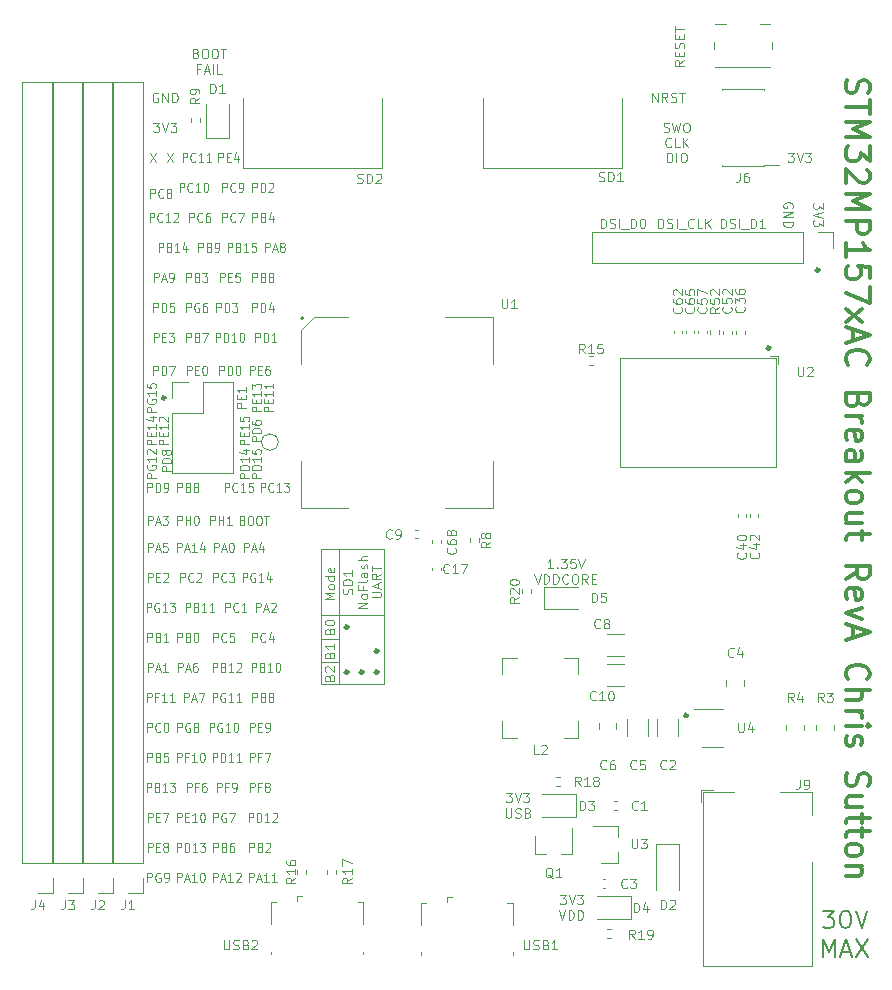
<source format=gbr>
%TF.GenerationSoftware,KiCad,Pcbnew,(5.1.8-0-10_14)*%
%TF.CreationDate,2020-12-08T12:39:33+00:00*%
%TF.ProjectId,STM32MP1_TestBoard,53544d33-324d-4503-915f-54657374426f,rev?*%
%TF.SameCoordinates,Original*%
%TF.FileFunction,Legend,Top*%
%TF.FilePolarity,Positive*%
%FSLAX46Y46*%
G04 Gerber Fmt 4.6, Leading zero omitted, Abs format (unit mm)*
G04 Created by KiCad (PCBNEW (5.1.8-0-10_14)) date 2020-12-08 12:39:33*
%MOMM*%
%LPD*%
G01*
G04 APERTURE LIST*
%ADD10C,0.100000*%
%ADD11C,0.120000*%
%ADD12C,0.300000*%
%ADD13C,0.200000*%
G04 APERTURE END LIST*
D10*
X140449333Y-80841904D02*
X140982666Y-81641904D01*
X140982666Y-80841904D02*
X140449333Y-81641904D01*
X139052333Y-80841904D02*
X139585666Y-81641904D01*
X139585666Y-80841904D02*
X139052333Y-81641904D01*
X142932285Y-72444857D02*
X143046571Y-72482952D01*
X143084666Y-72521047D01*
X143122761Y-72597238D01*
X143122761Y-72711523D01*
X143084666Y-72787714D01*
X143046571Y-72825809D01*
X142970380Y-72863904D01*
X142665619Y-72863904D01*
X142665619Y-72063904D01*
X142932285Y-72063904D01*
X143008476Y-72102000D01*
X143046571Y-72140095D01*
X143084666Y-72216285D01*
X143084666Y-72292476D01*
X143046571Y-72368666D01*
X143008476Y-72406761D01*
X142932285Y-72444857D01*
X142665619Y-72444857D01*
X143618000Y-72063904D02*
X143770380Y-72063904D01*
X143846571Y-72102000D01*
X143922761Y-72178190D01*
X143960857Y-72330571D01*
X143960857Y-72597238D01*
X143922761Y-72749619D01*
X143846571Y-72825809D01*
X143770380Y-72863904D01*
X143618000Y-72863904D01*
X143541809Y-72825809D01*
X143465619Y-72749619D01*
X143427523Y-72597238D01*
X143427523Y-72330571D01*
X143465619Y-72178190D01*
X143541809Y-72102000D01*
X143618000Y-72063904D01*
X144456095Y-72063904D02*
X144608476Y-72063904D01*
X144684666Y-72102000D01*
X144760857Y-72178190D01*
X144798952Y-72330571D01*
X144798952Y-72597238D01*
X144760857Y-72749619D01*
X144684666Y-72825809D01*
X144608476Y-72863904D01*
X144456095Y-72863904D01*
X144379904Y-72825809D01*
X144303714Y-72749619D01*
X144265619Y-72597238D01*
X144265619Y-72330571D01*
X144303714Y-72178190D01*
X144379904Y-72102000D01*
X144456095Y-72063904D01*
X145027523Y-72063904D02*
X145484666Y-72063904D01*
X145256095Y-72863904D02*
X145256095Y-72063904D01*
X143275142Y-73744857D02*
X143008476Y-73744857D01*
X143008476Y-74163904D02*
X143008476Y-73363904D01*
X143389428Y-73363904D01*
X143656095Y-73935333D02*
X144037047Y-73935333D01*
X143579904Y-74163904D02*
X143846571Y-73363904D01*
X144113238Y-74163904D01*
X144379904Y-74163904D02*
X144379904Y-73363904D01*
X145141809Y-74163904D02*
X144760857Y-74163904D01*
X144760857Y-73363904D01*
X173177333Y-116043904D02*
X172720190Y-116043904D01*
X172948761Y-116043904D02*
X172948761Y-115243904D01*
X172872571Y-115358190D01*
X172796380Y-115434380D01*
X172720190Y-115472476D01*
X173520190Y-115967714D02*
X173558285Y-116005809D01*
X173520190Y-116043904D01*
X173482095Y-116005809D01*
X173520190Y-115967714D01*
X173520190Y-116043904D01*
X173824952Y-115243904D02*
X174320190Y-115243904D01*
X174053523Y-115548666D01*
X174167809Y-115548666D01*
X174244000Y-115586761D01*
X174282095Y-115624857D01*
X174320190Y-115701047D01*
X174320190Y-115891523D01*
X174282095Y-115967714D01*
X174244000Y-116005809D01*
X174167809Y-116043904D01*
X173939238Y-116043904D01*
X173863047Y-116005809D01*
X173824952Y-115967714D01*
X175044000Y-115243904D02*
X174663047Y-115243904D01*
X174624952Y-115624857D01*
X174663047Y-115586761D01*
X174739238Y-115548666D01*
X174929714Y-115548666D01*
X175005904Y-115586761D01*
X175044000Y-115624857D01*
X175082095Y-115701047D01*
X175082095Y-115891523D01*
X175044000Y-115967714D01*
X175005904Y-116005809D01*
X174929714Y-116043904D01*
X174739238Y-116043904D01*
X174663047Y-116005809D01*
X174624952Y-115967714D01*
X175310666Y-115243904D02*
X175577333Y-116043904D01*
X175844000Y-115243904D01*
X171596380Y-116543904D02*
X171863047Y-117343904D01*
X172129714Y-116543904D01*
X172396380Y-117343904D02*
X172396380Y-116543904D01*
X172586857Y-116543904D01*
X172701142Y-116582000D01*
X172777333Y-116658190D01*
X172815428Y-116734380D01*
X172853523Y-116886761D01*
X172853523Y-117001047D01*
X172815428Y-117153428D01*
X172777333Y-117229619D01*
X172701142Y-117305809D01*
X172586857Y-117343904D01*
X172396380Y-117343904D01*
X173196380Y-117343904D02*
X173196380Y-116543904D01*
X173386857Y-116543904D01*
X173501142Y-116582000D01*
X173577333Y-116658190D01*
X173615428Y-116734380D01*
X173653523Y-116886761D01*
X173653523Y-117001047D01*
X173615428Y-117153428D01*
X173577333Y-117229619D01*
X173501142Y-117305809D01*
X173386857Y-117343904D01*
X173196380Y-117343904D01*
X174453523Y-117267714D02*
X174415428Y-117305809D01*
X174301142Y-117343904D01*
X174224952Y-117343904D01*
X174110666Y-117305809D01*
X174034476Y-117229619D01*
X173996380Y-117153428D01*
X173958285Y-117001047D01*
X173958285Y-116886761D01*
X173996380Y-116734380D01*
X174034476Y-116658190D01*
X174110666Y-116582000D01*
X174224952Y-116543904D01*
X174301142Y-116543904D01*
X174415428Y-116582000D01*
X174453523Y-116620095D01*
X174948761Y-116543904D02*
X175101142Y-116543904D01*
X175177333Y-116582000D01*
X175253523Y-116658190D01*
X175291619Y-116810571D01*
X175291619Y-117077238D01*
X175253523Y-117229619D01*
X175177333Y-117305809D01*
X175101142Y-117343904D01*
X174948761Y-117343904D01*
X174872571Y-117305809D01*
X174796380Y-117229619D01*
X174758285Y-117077238D01*
X174758285Y-116810571D01*
X174796380Y-116658190D01*
X174872571Y-116582000D01*
X174948761Y-116543904D01*
X176091619Y-117343904D02*
X175824952Y-116962952D01*
X175634476Y-117343904D02*
X175634476Y-116543904D01*
X175939238Y-116543904D01*
X176015428Y-116582000D01*
X176053523Y-116620095D01*
X176091619Y-116696285D01*
X176091619Y-116810571D01*
X176053523Y-116886761D01*
X176015428Y-116924857D01*
X175939238Y-116962952D01*
X175634476Y-116962952D01*
X176434476Y-116924857D02*
X176701142Y-116924857D01*
X176815428Y-117343904D02*
X176434476Y-117343904D01*
X176434476Y-116543904D01*
X176815428Y-116543904D01*
X169189523Y-135055904D02*
X169684761Y-135055904D01*
X169418095Y-135360666D01*
X169532380Y-135360666D01*
X169608571Y-135398761D01*
X169646666Y-135436857D01*
X169684761Y-135513047D01*
X169684761Y-135703523D01*
X169646666Y-135779714D01*
X169608571Y-135817809D01*
X169532380Y-135855904D01*
X169303809Y-135855904D01*
X169227619Y-135817809D01*
X169189523Y-135779714D01*
X169913333Y-135055904D02*
X170180000Y-135855904D01*
X170446666Y-135055904D01*
X170637142Y-135055904D02*
X171132380Y-135055904D01*
X170865714Y-135360666D01*
X170980000Y-135360666D01*
X171056190Y-135398761D01*
X171094285Y-135436857D01*
X171132380Y-135513047D01*
X171132380Y-135703523D01*
X171094285Y-135779714D01*
X171056190Y-135817809D01*
X170980000Y-135855904D01*
X170751428Y-135855904D01*
X170675238Y-135817809D01*
X170637142Y-135779714D01*
X169170476Y-136355904D02*
X169170476Y-137003523D01*
X169208571Y-137079714D01*
X169246666Y-137117809D01*
X169322857Y-137155904D01*
X169475238Y-137155904D01*
X169551428Y-137117809D01*
X169589523Y-137079714D01*
X169627619Y-137003523D01*
X169627619Y-136355904D01*
X169970476Y-137117809D02*
X170084761Y-137155904D01*
X170275238Y-137155904D01*
X170351428Y-137117809D01*
X170389523Y-137079714D01*
X170427619Y-137003523D01*
X170427619Y-136927333D01*
X170389523Y-136851142D01*
X170351428Y-136813047D01*
X170275238Y-136774952D01*
X170122857Y-136736857D01*
X170046666Y-136698761D01*
X170008571Y-136660666D01*
X169970476Y-136584476D01*
X169970476Y-136508285D01*
X170008571Y-136432095D01*
X170046666Y-136394000D01*
X170122857Y-136355904D01*
X170313333Y-136355904D01*
X170427619Y-136394000D01*
X171037142Y-136736857D02*
X171151428Y-136774952D01*
X171189523Y-136813047D01*
X171227619Y-136889238D01*
X171227619Y-137003523D01*
X171189523Y-137079714D01*
X171151428Y-137117809D01*
X171075238Y-137155904D01*
X170770476Y-137155904D01*
X170770476Y-136355904D01*
X171037142Y-136355904D01*
X171113333Y-136394000D01*
X171151428Y-136432095D01*
X171189523Y-136508285D01*
X171189523Y-136584476D01*
X171151428Y-136660666D01*
X171113333Y-136698761D01*
X171037142Y-136736857D01*
X170770476Y-136736857D01*
X173761523Y-143691904D02*
X174256761Y-143691904D01*
X173990095Y-143996666D01*
X174104380Y-143996666D01*
X174180571Y-144034761D01*
X174218666Y-144072857D01*
X174256761Y-144149047D01*
X174256761Y-144339523D01*
X174218666Y-144415714D01*
X174180571Y-144453809D01*
X174104380Y-144491904D01*
X173875809Y-144491904D01*
X173799619Y-144453809D01*
X173761523Y-144415714D01*
X174485333Y-143691904D02*
X174752000Y-144491904D01*
X175018666Y-143691904D01*
X175209142Y-143691904D02*
X175704380Y-143691904D01*
X175437714Y-143996666D01*
X175552000Y-143996666D01*
X175628190Y-144034761D01*
X175666285Y-144072857D01*
X175704380Y-144149047D01*
X175704380Y-144339523D01*
X175666285Y-144415714D01*
X175628190Y-144453809D01*
X175552000Y-144491904D01*
X175323428Y-144491904D01*
X175247238Y-144453809D01*
X175209142Y-144415714D01*
X173685333Y-144991904D02*
X173952000Y-145791904D01*
X174218666Y-144991904D01*
X174485333Y-145791904D02*
X174485333Y-144991904D01*
X174675809Y-144991904D01*
X174790095Y-145030000D01*
X174866285Y-145106190D01*
X174904380Y-145182380D01*
X174942476Y-145334761D01*
X174942476Y-145449047D01*
X174904380Y-145601428D01*
X174866285Y-145677619D01*
X174790095Y-145753809D01*
X174675809Y-145791904D01*
X174485333Y-145791904D01*
X175285333Y-145791904D02*
X175285333Y-144991904D01*
X175475809Y-144991904D01*
X175590095Y-145030000D01*
X175666285Y-145106190D01*
X175704380Y-145182380D01*
X175742476Y-145334761D01*
X175742476Y-145449047D01*
X175704380Y-145601428D01*
X175666285Y-145677619D01*
X175590095Y-145753809D01*
X175475809Y-145791904D01*
X175285333Y-145791904D01*
X196018095Y-85115523D02*
X196018095Y-85610761D01*
X195713333Y-85344095D01*
X195713333Y-85458380D01*
X195675238Y-85534571D01*
X195637142Y-85572666D01*
X195560952Y-85610761D01*
X195370476Y-85610761D01*
X195294285Y-85572666D01*
X195256190Y-85534571D01*
X195218095Y-85458380D01*
X195218095Y-85229809D01*
X195256190Y-85153619D01*
X195294285Y-85115523D01*
X196018095Y-85839333D02*
X195218095Y-86106000D01*
X196018095Y-86372666D01*
X196018095Y-86563142D02*
X196018095Y-87058380D01*
X195713333Y-86791714D01*
X195713333Y-86906000D01*
X195675238Y-86982190D01*
X195637142Y-87020285D01*
X195560952Y-87058380D01*
X195370476Y-87058380D01*
X195294285Y-87020285D01*
X195256190Y-86982190D01*
X195218095Y-86906000D01*
X195218095Y-86677428D01*
X195256190Y-86601238D01*
X195294285Y-86563142D01*
X193440000Y-85496476D02*
X193478095Y-85420285D01*
X193478095Y-85306000D01*
X193440000Y-85191714D01*
X193363809Y-85115523D01*
X193287619Y-85077428D01*
X193135238Y-85039333D01*
X193020952Y-85039333D01*
X192868571Y-85077428D01*
X192792380Y-85115523D01*
X192716190Y-85191714D01*
X192678095Y-85306000D01*
X192678095Y-85382190D01*
X192716190Y-85496476D01*
X192754285Y-85534571D01*
X193020952Y-85534571D01*
X193020952Y-85382190D01*
X192678095Y-85877428D02*
X193478095Y-85877428D01*
X192678095Y-86334571D01*
X193478095Y-86334571D01*
X192678095Y-86715523D02*
X193478095Y-86715523D01*
X193478095Y-86906000D01*
X193440000Y-87020285D01*
X193363809Y-87096476D01*
X193287619Y-87134571D01*
X193135238Y-87172666D01*
X193020952Y-87172666D01*
X192868571Y-87134571D01*
X192792380Y-87096476D01*
X192716190Y-87020285D01*
X192678095Y-86906000D01*
X192678095Y-86715523D01*
X187363333Y-87229904D02*
X187363333Y-86429904D01*
X187553809Y-86429904D01*
X187668095Y-86468000D01*
X187744285Y-86544190D01*
X187782380Y-86620380D01*
X187820476Y-86772761D01*
X187820476Y-86887047D01*
X187782380Y-87039428D01*
X187744285Y-87115619D01*
X187668095Y-87191809D01*
X187553809Y-87229904D01*
X187363333Y-87229904D01*
X188125238Y-87191809D02*
X188239523Y-87229904D01*
X188430000Y-87229904D01*
X188506190Y-87191809D01*
X188544285Y-87153714D01*
X188582380Y-87077523D01*
X188582380Y-87001333D01*
X188544285Y-86925142D01*
X188506190Y-86887047D01*
X188430000Y-86848952D01*
X188277619Y-86810857D01*
X188201428Y-86772761D01*
X188163333Y-86734666D01*
X188125238Y-86658476D01*
X188125238Y-86582285D01*
X188163333Y-86506095D01*
X188201428Y-86468000D01*
X188277619Y-86429904D01*
X188468095Y-86429904D01*
X188582380Y-86468000D01*
X188925238Y-87229904D02*
X188925238Y-86429904D01*
X189115714Y-87306095D02*
X189725238Y-87306095D01*
X189915714Y-87229904D02*
X189915714Y-86429904D01*
X190106190Y-86429904D01*
X190220476Y-86468000D01*
X190296666Y-86544190D01*
X190334761Y-86620380D01*
X190372857Y-86772761D01*
X190372857Y-86887047D01*
X190334761Y-87039428D01*
X190296666Y-87115619D01*
X190220476Y-87191809D01*
X190106190Y-87229904D01*
X189915714Y-87229904D01*
X191134761Y-87229904D02*
X190677619Y-87229904D01*
X190906190Y-87229904D02*
X190906190Y-86429904D01*
X190830000Y-86544190D01*
X190753809Y-86620380D01*
X190677619Y-86658476D01*
X182067476Y-87229904D02*
X182067476Y-86429904D01*
X182257952Y-86429904D01*
X182372238Y-86468000D01*
X182448428Y-86544190D01*
X182486523Y-86620380D01*
X182524619Y-86772761D01*
X182524619Y-86887047D01*
X182486523Y-87039428D01*
X182448428Y-87115619D01*
X182372238Y-87191809D01*
X182257952Y-87229904D01*
X182067476Y-87229904D01*
X182829380Y-87191809D02*
X182943666Y-87229904D01*
X183134142Y-87229904D01*
X183210333Y-87191809D01*
X183248428Y-87153714D01*
X183286523Y-87077523D01*
X183286523Y-87001333D01*
X183248428Y-86925142D01*
X183210333Y-86887047D01*
X183134142Y-86848952D01*
X182981761Y-86810857D01*
X182905571Y-86772761D01*
X182867476Y-86734666D01*
X182829380Y-86658476D01*
X182829380Y-86582285D01*
X182867476Y-86506095D01*
X182905571Y-86468000D01*
X182981761Y-86429904D01*
X183172238Y-86429904D01*
X183286523Y-86468000D01*
X183629380Y-87229904D02*
X183629380Y-86429904D01*
X183819857Y-87306095D02*
X184429380Y-87306095D01*
X185077000Y-87153714D02*
X185038904Y-87191809D01*
X184924619Y-87229904D01*
X184848428Y-87229904D01*
X184734142Y-87191809D01*
X184657952Y-87115619D01*
X184619857Y-87039428D01*
X184581761Y-86887047D01*
X184581761Y-86772761D01*
X184619857Y-86620380D01*
X184657952Y-86544190D01*
X184734142Y-86468000D01*
X184848428Y-86429904D01*
X184924619Y-86429904D01*
X185038904Y-86468000D01*
X185077000Y-86506095D01*
X185800809Y-87229904D02*
X185419857Y-87229904D01*
X185419857Y-86429904D01*
X186067476Y-87229904D02*
X186067476Y-86429904D01*
X186524619Y-87229904D02*
X186181761Y-86772761D01*
X186524619Y-86429904D02*
X186067476Y-86887047D01*
X177203333Y-87229904D02*
X177203333Y-86429904D01*
X177393809Y-86429904D01*
X177508095Y-86468000D01*
X177584285Y-86544190D01*
X177622380Y-86620380D01*
X177660476Y-86772761D01*
X177660476Y-86887047D01*
X177622380Y-87039428D01*
X177584285Y-87115619D01*
X177508095Y-87191809D01*
X177393809Y-87229904D01*
X177203333Y-87229904D01*
X177965238Y-87191809D02*
X178079523Y-87229904D01*
X178270000Y-87229904D01*
X178346190Y-87191809D01*
X178384285Y-87153714D01*
X178422380Y-87077523D01*
X178422380Y-87001333D01*
X178384285Y-86925142D01*
X178346190Y-86887047D01*
X178270000Y-86848952D01*
X178117619Y-86810857D01*
X178041428Y-86772761D01*
X178003333Y-86734666D01*
X177965238Y-86658476D01*
X177965238Y-86582285D01*
X178003333Y-86506095D01*
X178041428Y-86468000D01*
X178117619Y-86429904D01*
X178308095Y-86429904D01*
X178422380Y-86468000D01*
X178765238Y-87229904D02*
X178765238Y-86429904D01*
X178955714Y-87306095D02*
X179565238Y-87306095D01*
X179755714Y-87229904D02*
X179755714Y-86429904D01*
X179946190Y-86429904D01*
X180060476Y-86468000D01*
X180136666Y-86544190D01*
X180174761Y-86620380D01*
X180212857Y-86772761D01*
X180212857Y-86887047D01*
X180174761Y-87039428D01*
X180136666Y-87115619D01*
X180060476Y-87191809D01*
X179946190Y-87229904D01*
X179755714Y-87229904D01*
X180708095Y-86429904D02*
X180784285Y-86429904D01*
X180860476Y-86468000D01*
X180898571Y-86506095D01*
X180936666Y-86582285D01*
X180974761Y-86734666D01*
X180974761Y-86925142D01*
X180936666Y-87077523D01*
X180898571Y-87153714D01*
X180860476Y-87191809D01*
X180784285Y-87229904D01*
X180708095Y-87229904D01*
X180631904Y-87191809D01*
X180593809Y-87153714D01*
X180555714Y-87077523D01*
X180517619Y-86925142D01*
X180517619Y-86734666D01*
X180555714Y-86582285D01*
X180593809Y-86506095D01*
X180631904Y-86468000D01*
X180708095Y-86429904D01*
D11*
X155067000Y-122047000D02*
X153543000Y-122047000D01*
X153543000Y-123952000D02*
X155067000Y-123952000D01*
D10*
X154666904Y-118681333D02*
X153866904Y-118681333D01*
X154438333Y-118414666D01*
X153866904Y-118148000D01*
X154666904Y-118148000D01*
X154666904Y-117652761D02*
X154628809Y-117728952D01*
X154590714Y-117767047D01*
X154514523Y-117805142D01*
X154285952Y-117805142D01*
X154209761Y-117767047D01*
X154171666Y-117728952D01*
X154133571Y-117652761D01*
X154133571Y-117538476D01*
X154171666Y-117462285D01*
X154209761Y-117424190D01*
X154285952Y-117386095D01*
X154514523Y-117386095D01*
X154590714Y-117424190D01*
X154628809Y-117462285D01*
X154666904Y-117538476D01*
X154666904Y-117652761D01*
X154666904Y-116700380D02*
X153866904Y-116700380D01*
X154628809Y-116700380D02*
X154666904Y-116776571D01*
X154666904Y-116928952D01*
X154628809Y-117005142D01*
X154590714Y-117043238D01*
X154514523Y-117081333D01*
X154285952Y-117081333D01*
X154209761Y-117043238D01*
X154171666Y-117005142D01*
X154133571Y-116928952D01*
X154133571Y-116776571D01*
X154171666Y-116700380D01*
X154628809Y-116014666D02*
X154666904Y-116090857D01*
X154666904Y-116243238D01*
X154628809Y-116319428D01*
X154552619Y-116357523D01*
X154247857Y-116357523D01*
X154171666Y-116319428D01*
X154133571Y-116243238D01*
X154133571Y-116090857D01*
X154171666Y-116014666D01*
X154247857Y-115976571D01*
X154324047Y-115976571D01*
X154400238Y-116357523D01*
D11*
X155067000Y-120015000D02*
X155067000Y-114427000D01*
X155067000Y-125857000D02*
X155067000Y-120015000D01*
X153543000Y-120015000D02*
X158877000Y-120015000D01*
X153543000Y-114427000D02*
X153543000Y-125857000D01*
X158877000Y-114427000D02*
X153543000Y-114427000D01*
X158877000Y-125857000D02*
X158877000Y-114427000D01*
X153543000Y-125857000D02*
X158877000Y-125857000D01*
D10*
X157803904Y-118497190D02*
X158451523Y-118497190D01*
X158527714Y-118459095D01*
X158565809Y-118421000D01*
X158603904Y-118344809D01*
X158603904Y-118192428D01*
X158565809Y-118116238D01*
X158527714Y-118078142D01*
X158451523Y-118040047D01*
X157803904Y-118040047D01*
X158375333Y-117697190D02*
X158375333Y-117316238D01*
X158603904Y-117773380D02*
X157803904Y-117506714D01*
X158603904Y-117240047D01*
X158603904Y-116516238D02*
X158222952Y-116782904D01*
X158603904Y-116973380D02*
X157803904Y-116973380D01*
X157803904Y-116668619D01*
X157842000Y-116592428D01*
X157880095Y-116554333D01*
X157956285Y-116516238D01*
X158070571Y-116516238D01*
X158146761Y-116554333D01*
X158184857Y-116592428D01*
X158222952Y-116668619D01*
X158222952Y-116973380D01*
X157803904Y-116287666D02*
X157803904Y-115830523D01*
X158603904Y-116059095D02*
X157803904Y-116059095D01*
D12*
X158356300Y-123063000D02*
G75*
G03*
X158356300Y-123063000I-114300J0D01*
G01*
X158356300Y-124841000D02*
G75*
G03*
X158356300Y-124841000I-114300J0D01*
G01*
D10*
X157460904Y-119411476D02*
X156660904Y-119411476D01*
X157460904Y-118954333D01*
X156660904Y-118954333D01*
X157460904Y-118459095D02*
X157422809Y-118535285D01*
X157384714Y-118573380D01*
X157308523Y-118611476D01*
X157079952Y-118611476D01*
X157003761Y-118573380D01*
X156965666Y-118535285D01*
X156927571Y-118459095D01*
X156927571Y-118344809D01*
X156965666Y-118268619D01*
X157003761Y-118230523D01*
X157079952Y-118192428D01*
X157308523Y-118192428D01*
X157384714Y-118230523D01*
X157422809Y-118268619D01*
X157460904Y-118344809D01*
X157460904Y-118459095D01*
X157041857Y-117582904D02*
X157041857Y-117849571D01*
X157460904Y-117849571D02*
X156660904Y-117849571D01*
X156660904Y-117468619D01*
X157460904Y-117049571D02*
X157422809Y-117125761D01*
X157346619Y-117163857D01*
X156660904Y-117163857D01*
X157460904Y-116401952D02*
X157041857Y-116401952D01*
X156965666Y-116440047D01*
X156927571Y-116516238D01*
X156927571Y-116668619D01*
X156965666Y-116744809D01*
X157422809Y-116401952D02*
X157460904Y-116478142D01*
X157460904Y-116668619D01*
X157422809Y-116744809D01*
X157346619Y-116782904D01*
X157270428Y-116782904D01*
X157194238Y-116744809D01*
X157156142Y-116668619D01*
X157156142Y-116478142D01*
X157118047Y-116401952D01*
X157422809Y-116059095D02*
X157460904Y-115982904D01*
X157460904Y-115830523D01*
X157422809Y-115754333D01*
X157346619Y-115716238D01*
X157308523Y-115716238D01*
X157232333Y-115754333D01*
X157194238Y-115830523D01*
X157194238Y-115944809D01*
X157156142Y-116021000D01*
X157079952Y-116059095D01*
X157041857Y-116059095D01*
X156965666Y-116021000D01*
X156927571Y-115944809D01*
X156927571Y-115830523D01*
X156965666Y-115754333D01*
X157460904Y-115373380D02*
X156660904Y-115373380D01*
X157460904Y-115030523D02*
X157041857Y-115030523D01*
X156965666Y-115068619D01*
X156927571Y-115144809D01*
X156927571Y-115259095D01*
X156965666Y-115335285D01*
X157003761Y-115373380D01*
D12*
X157086300Y-124841000D02*
G75*
G03*
X157086300Y-124841000I-114300J0D01*
G01*
X155816300Y-121031000D02*
G75*
G03*
X155816300Y-121031000I-114300J0D01*
G01*
X155816300Y-124841000D02*
G75*
G03*
X155816300Y-124841000I-114300J0D01*
G01*
D10*
X156152809Y-118230523D02*
X156190904Y-118116238D01*
X156190904Y-117925761D01*
X156152809Y-117849571D01*
X156114714Y-117811476D01*
X156038523Y-117773380D01*
X155962333Y-117773380D01*
X155886142Y-117811476D01*
X155848047Y-117849571D01*
X155809952Y-117925761D01*
X155771857Y-118078142D01*
X155733761Y-118154333D01*
X155695666Y-118192428D01*
X155619476Y-118230523D01*
X155543285Y-118230523D01*
X155467095Y-118192428D01*
X155429000Y-118154333D01*
X155390904Y-118078142D01*
X155390904Y-117887666D01*
X155429000Y-117773380D01*
X156190904Y-117430523D02*
X155390904Y-117430523D01*
X155390904Y-117240047D01*
X155429000Y-117125761D01*
X155505190Y-117049571D01*
X155581380Y-117011476D01*
X155733761Y-116973380D01*
X155848047Y-116973380D01*
X156000428Y-117011476D01*
X156076619Y-117049571D01*
X156152809Y-117125761D01*
X156190904Y-117240047D01*
X156190904Y-117430523D01*
X156190904Y-116211476D02*
X156190904Y-116668619D01*
X156190904Y-116440047D02*
X155390904Y-116440047D01*
X155505190Y-116516238D01*
X155581380Y-116592428D01*
X155619476Y-116668619D01*
X154247857Y-121354809D02*
X154285952Y-121240523D01*
X154324047Y-121202428D01*
X154400238Y-121164333D01*
X154514523Y-121164333D01*
X154590714Y-121202428D01*
X154628809Y-121240523D01*
X154666904Y-121316714D01*
X154666904Y-121621476D01*
X153866904Y-121621476D01*
X153866904Y-121354809D01*
X153905000Y-121278619D01*
X153943095Y-121240523D01*
X154019285Y-121202428D01*
X154095476Y-121202428D01*
X154171666Y-121240523D01*
X154209761Y-121278619D01*
X154247857Y-121354809D01*
X154247857Y-121621476D01*
X153866904Y-120669095D02*
X153866904Y-120592904D01*
X153905000Y-120516714D01*
X153943095Y-120478619D01*
X154019285Y-120440523D01*
X154171666Y-120402428D01*
X154362142Y-120402428D01*
X154514523Y-120440523D01*
X154590714Y-120478619D01*
X154628809Y-120516714D01*
X154666904Y-120592904D01*
X154666904Y-120669095D01*
X154628809Y-120745285D01*
X154590714Y-120783380D01*
X154514523Y-120821476D01*
X154362142Y-120859571D01*
X154171666Y-120859571D01*
X154019285Y-120821476D01*
X153943095Y-120783380D01*
X153905000Y-120745285D01*
X153866904Y-120669095D01*
X154247857Y-123386809D02*
X154285952Y-123272523D01*
X154324047Y-123234428D01*
X154400238Y-123196333D01*
X154514523Y-123196333D01*
X154590714Y-123234428D01*
X154628809Y-123272523D01*
X154666904Y-123348714D01*
X154666904Y-123653476D01*
X153866904Y-123653476D01*
X153866904Y-123386809D01*
X153905000Y-123310619D01*
X153943095Y-123272523D01*
X154019285Y-123234428D01*
X154095476Y-123234428D01*
X154171666Y-123272523D01*
X154209761Y-123310619D01*
X154247857Y-123386809D01*
X154247857Y-123653476D01*
X154666904Y-122434428D02*
X154666904Y-122891571D01*
X154666904Y-122663000D02*
X153866904Y-122663000D01*
X153981190Y-122739190D01*
X154057380Y-122815380D01*
X154095476Y-122891571D01*
X154247857Y-125291809D02*
X154285952Y-125177523D01*
X154324047Y-125139428D01*
X154400238Y-125101333D01*
X154514523Y-125101333D01*
X154590714Y-125139428D01*
X154628809Y-125177523D01*
X154666904Y-125253714D01*
X154666904Y-125558476D01*
X153866904Y-125558476D01*
X153866904Y-125291809D01*
X153905000Y-125215619D01*
X153943095Y-125177523D01*
X154019285Y-125139428D01*
X154095476Y-125139428D01*
X154171666Y-125177523D01*
X154209761Y-125215619D01*
X154247857Y-125291809D01*
X154247857Y-125558476D01*
X153943095Y-124796571D02*
X153905000Y-124758476D01*
X153866904Y-124682285D01*
X153866904Y-124491809D01*
X153905000Y-124415619D01*
X153943095Y-124377523D01*
X154019285Y-124339428D01*
X154095476Y-124339428D01*
X154209761Y-124377523D01*
X154666904Y-124834666D01*
X154666904Y-124339428D01*
X145294523Y-147516904D02*
X145294523Y-148164523D01*
X145332619Y-148240714D01*
X145370714Y-148278809D01*
X145446904Y-148316904D01*
X145599285Y-148316904D01*
X145675476Y-148278809D01*
X145713571Y-148240714D01*
X145751666Y-148164523D01*
X145751666Y-147516904D01*
X146094523Y-148278809D02*
X146208809Y-148316904D01*
X146399285Y-148316904D01*
X146475476Y-148278809D01*
X146513571Y-148240714D01*
X146551666Y-148164523D01*
X146551666Y-148088333D01*
X146513571Y-148012142D01*
X146475476Y-147974047D01*
X146399285Y-147935952D01*
X146246904Y-147897857D01*
X146170714Y-147859761D01*
X146132619Y-147821666D01*
X146094523Y-147745476D01*
X146094523Y-147669285D01*
X146132619Y-147593095D01*
X146170714Y-147555000D01*
X146246904Y-147516904D01*
X146437380Y-147516904D01*
X146551666Y-147555000D01*
X147161190Y-147897857D02*
X147275476Y-147935952D01*
X147313571Y-147974047D01*
X147351666Y-148050238D01*
X147351666Y-148164523D01*
X147313571Y-148240714D01*
X147275476Y-148278809D01*
X147199285Y-148316904D01*
X146894523Y-148316904D01*
X146894523Y-147516904D01*
X147161190Y-147516904D01*
X147237380Y-147555000D01*
X147275476Y-147593095D01*
X147313571Y-147669285D01*
X147313571Y-147745476D01*
X147275476Y-147821666D01*
X147237380Y-147859761D01*
X147161190Y-147897857D01*
X146894523Y-147897857D01*
X147656428Y-147593095D02*
X147694523Y-147555000D01*
X147770714Y-147516904D01*
X147961190Y-147516904D01*
X148037380Y-147555000D01*
X148075476Y-147593095D01*
X148113571Y-147669285D01*
X148113571Y-147745476D01*
X148075476Y-147859761D01*
X147618333Y-148316904D01*
X148113571Y-148316904D01*
X170694523Y-147516904D02*
X170694523Y-148164523D01*
X170732619Y-148240714D01*
X170770714Y-148278809D01*
X170846904Y-148316904D01*
X170999285Y-148316904D01*
X171075476Y-148278809D01*
X171113571Y-148240714D01*
X171151666Y-148164523D01*
X171151666Y-147516904D01*
X171494523Y-148278809D02*
X171608809Y-148316904D01*
X171799285Y-148316904D01*
X171875476Y-148278809D01*
X171913571Y-148240714D01*
X171951666Y-148164523D01*
X171951666Y-148088333D01*
X171913571Y-148012142D01*
X171875476Y-147974047D01*
X171799285Y-147935952D01*
X171646904Y-147897857D01*
X171570714Y-147859761D01*
X171532619Y-147821666D01*
X171494523Y-147745476D01*
X171494523Y-147669285D01*
X171532619Y-147593095D01*
X171570714Y-147555000D01*
X171646904Y-147516904D01*
X171837380Y-147516904D01*
X171951666Y-147555000D01*
X172561190Y-147897857D02*
X172675476Y-147935952D01*
X172713571Y-147974047D01*
X172751666Y-148050238D01*
X172751666Y-148164523D01*
X172713571Y-148240714D01*
X172675476Y-148278809D01*
X172599285Y-148316904D01*
X172294523Y-148316904D01*
X172294523Y-147516904D01*
X172561190Y-147516904D01*
X172637380Y-147555000D01*
X172675476Y-147593095D01*
X172713571Y-147669285D01*
X172713571Y-147745476D01*
X172675476Y-147821666D01*
X172637380Y-147859761D01*
X172561190Y-147897857D01*
X172294523Y-147897857D01*
X173513571Y-148316904D02*
X173056428Y-148316904D01*
X173285000Y-148316904D02*
X173285000Y-147516904D01*
X173208809Y-147631190D01*
X173132619Y-147707380D01*
X173056428Y-147745476D01*
X139725476Y-75800000D02*
X139649285Y-75761904D01*
X139535000Y-75761904D01*
X139420714Y-75800000D01*
X139344523Y-75876190D01*
X139306428Y-75952380D01*
X139268333Y-76104761D01*
X139268333Y-76219047D01*
X139306428Y-76371428D01*
X139344523Y-76447619D01*
X139420714Y-76523809D01*
X139535000Y-76561904D01*
X139611190Y-76561904D01*
X139725476Y-76523809D01*
X139763571Y-76485714D01*
X139763571Y-76219047D01*
X139611190Y-76219047D01*
X140106428Y-76561904D02*
X140106428Y-75761904D01*
X140563571Y-76561904D01*
X140563571Y-75761904D01*
X140944523Y-76561904D02*
X140944523Y-75761904D01*
X141135000Y-75761904D01*
X141249285Y-75800000D01*
X141325476Y-75876190D01*
X141363571Y-75952380D01*
X141401666Y-76104761D01*
X141401666Y-76219047D01*
X141363571Y-76371428D01*
X141325476Y-76447619D01*
X141249285Y-76523809D01*
X141135000Y-76561904D01*
X140944523Y-76561904D01*
X139344523Y-78301904D02*
X139839761Y-78301904D01*
X139573095Y-78606666D01*
X139687380Y-78606666D01*
X139763571Y-78644761D01*
X139801666Y-78682857D01*
X139839761Y-78759047D01*
X139839761Y-78949523D01*
X139801666Y-79025714D01*
X139763571Y-79063809D01*
X139687380Y-79101904D01*
X139458809Y-79101904D01*
X139382619Y-79063809D01*
X139344523Y-79025714D01*
X140068333Y-78301904D02*
X140335000Y-79101904D01*
X140601666Y-78301904D01*
X140792142Y-78301904D02*
X141287380Y-78301904D01*
X141020714Y-78606666D01*
X141135000Y-78606666D01*
X141211190Y-78644761D01*
X141249285Y-78682857D01*
X141287380Y-78759047D01*
X141287380Y-78949523D01*
X141249285Y-79025714D01*
X141211190Y-79063809D01*
X141135000Y-79101904D01*
X140906428Y-79101904D01*
X140830238Y-79063809D01*
X140792142Y-79025714D01*
X177044476Y-83254809D02*
X177158761Y-83292904D01*
X177349238Y-83292904D01*
X177425428Y-83254809D01*
X177463523Y-83216714D01*
X177501619Y-83140523D01*
X177501619Y-83064333D01*
X177463523Y-82988142D01*
X177425428Y-82950047D01*
X177349238Y-82911952D01*
X177196857Y-82873857D01*
X177120666Y-82835761D01*
X177082571Y-82797666D01*
X177044476Y-82721476D01*
X177044476Y-82645285D01*
X177082571Y-82569095D01*
X177120666Y-82531000D01*
X177196857Y-82492904D01*
X177387333Y-82492904D01*
X177501619Y-82531000D01*
X177844476Y-83292904D02*
X177844476Y-82492904D01*
X178034952Y-82492904D01*
X178149238Y-82531000D01*
X178225428Y-82607190D01*
X178263523Y-82683380D01*
X178301619Y-82835761D01*
X178301619Y-82950047D01*
X178263523Y-83102428D01*
X178225428Y-83178619D01*
X178149238Y-83254809D01*
X178034952Y-83292904D01*
X177844476Y-83292904D01*
X179063523Y-83292904D02*
X178606380Y-83292904D01*
X178834952Y-83292904D02*
X178834952Y-82492904D01*
X178758761Y-82607190D01*
X178682571Y-82683380D01*
X178606380Y-82721476D01*
X156597476Y-83381809D02*
X156711761Y-83419904D01*
X156902238Y-83419904D01*
X156978428Y-83381809D01*
X157016523Y-83343714D01*
X157054619Y-83267523D01*
X157054619Y-83191333D01*
X157016523Y-83115142D01*
X156978428Y-83077047D01*
X156902238Y-83038952D01*
X156749857Y-83000857D01*
X156673666Y-82962761D01*
X156635571Y-82924666D01*
X156597476Y-82848476D01*
X156597476Y-82772285D01*
X156635571Y-82696095D01*
X156673666Y-82658000D01*
X156749857Y-82619904D01*
X156940333Y-82619904D01*
X157054619Y-82658000D01*
X157397476Y-83419904D02*
X157397476Y-82619904D01*
X157587952Y-82619904D01*
X157702238Y-82658000D01*
X157778428Y-82734190D01*
X157816523Y-82810380D01*
X157854619Y-82962761D01*
X157854619Y-83077047D01*
X157816523Y-83229428D01*
X157778428Y-83305619D01*
X157702238Y-83381809D01*
X157587952Y-83419904D01*
X157397476Y-83419904D01*
X158159380Y-82696095D02*
X158197476Y-82658000D01*
X158273666Y-82619904D01*
X158464142Y-82619904D01*
X158540333Y-82658000D01*
X158578428Y-82696095D01*
X158616523Y-82772285D01*
X158616523Y-82848476D01*
X158578428Y-82962761D01*
X158121285Y-83419904D01*
X158616523Y-83419904D01*
X193065523Y-80841904D02*
X193560761Y-80841904D01*
X193294095Y-81146666D01*
X193408380Y-81146666D01*
X193484571Y-81184761D01*
X193522666Y-81222857D01*
X193560761Y-81299047D01*
X193560761Y-81489523D01*
X193522666Y-81565714D01*
X193484571Y-81603809D01*
X193408380Y-81641904D01*
X193179809Y-81641904D01*
X193103619Y-81603809D01*
X193065523Y-81565714D01*
X193789333Y-80841904D02*
X194056000Y-81641904D01*
X194322666Y-80841904D01*
X194513142Y-80841904D02*
X195008380Y-80841904D01*
X194741714Y-81146666D01*
X194856000Y-81146666D01*
X194932190Y-81184761D01*
X194970285Y-81222857D01*
X195008380Y-81299047D01*
X195008380Y-81489523D01*
X194970285Y-81565714D01*
X194932190Y-81603809D01*
X194856000Y-81641904D01*
X194627428Y-81641904D01*
X194551238Y-81603809D01*
X194513142Y-81565714D01*
X181565714Y-76561904D02*
X181565714Y-75761904D01*
X182022857Y-76561904D01*
X182022857Y-75761904D01*
X182860952Y-76561904D02*
X182594285Y-76180952D01*
X182403809Y-76561904D02*
X182403809Y-75761904D01*
X182708571Y-75761904D01*
X182784761Y-75800000D01*
X182822857Y-75838095D01*
X182860952Y-75914285D01*
X182860952Y-76028571D01*
X182822857Y-76104761D01*
X182784761Y-76142857D01*
X182708571Y-76180952D01*
X182403809Y-76180952D01*
X183165714Y-76523809D02*
X183280000Y-76561904D01*
X183470476Y-76561904D01*
X183546666Y-76523809D01*
X183584761Y-76485714D01*
X183622857Y-76409523D01*
X183622857Y-76333333D01*
X183584761Y-76257142D01*
X183546666Y-76219047D01*
X183470476Y-76180952D01*
X183318095Y-76142857D01*
X183241904Y-76104761D01*
X183203809Y-76066666D01*
X183165714Y-75990476D01*
X183165714Y-75914285D01*
X183203809Y-75838095D01*
X183241904Y-75800000D01*
X183318095Y-75761904D01*
X183508571Y-75761904D01*
X183622857Y-75800000D01*
X183851428Y-75761904D02*
X184308571Y-75761904D01*
X184080000Y-76561904D02*
X184080000Y-75761904D01*
X182822952Y-81641904D02*
X182822952Y-80841904D01*
X183013428Y-80841904D01*
X183127714Y-80880000D01*
X183203904Y-80956190D01*
X183242000Y-81032380D01*
X183280095Y-81184761D01*
X183280095Y-81299047D01*
X183242000Y-81451428D01*
X183203904Y-81527619D01*
X183127714Y-81603809D01*
X183013428Y-81641904D01*
X182822952Y-81641904D01*
X183622952Y-81641904D02*
X183622952Y-80841904D01*
X184156285Y-80841904D02*
X184308666Y-80841904D01*
X184384857Y-80880000D01*
X184461047Y-80956190D01*
X184499142Y-81108571D01*
X184499142Y-81375238D01*
X184461047Y-81527619D01*
X184384857Y-81603809D01*
X184308666Y-81641904D01*
X184156285Y-81641904D01*
X184080095Y-81603809D01*
X184003904Y-81527619D01*
X183965809Y-81375238D01*
X183965809Y-81108571D01*
X184003904Y-80956190D01*
X184080095Y-80880000D01*
X184156285Y-80841904D01*
X183165809Y-80295714D02*
X183127714Y-80333809D01*
X183013428Y-80371904D01*
X182937238Y-80371904D01*
X182822952Y-80333809D01*
X182746761Y-80257619D01*
X182708666Y-80181428D01*
X182670571Y-80029047D01*
X182670571Y-79914761D01*
X182708666Y-79762380D01*
X182746761Y-79686190D01*
X182822952Y-79610000D01*
X182937238Y-79571904D01*
X183013428Y-79571904D01*
X183127714Y-79610000D01*
X183165809Y-79648095D01*
X183889619Y-80371904D02*
X183508666Y-80371904D01*
X183508666Y-79571904D01*
X184156285Y-80371904D02*
X184156285Y-79571904D01*
X184613428Y-80371904D02*
X184270571Y-79914761D01*
X184613428Y-79571904D02*
X184156285Y-80029047D01*
X182537238Y-79063809D02*
X182651523Y-79101904D01*
X182842000Y-79101904D01*
X182918190Y-79063809D01*
X182956285Y-79025714D01*
X182994380Y-78949523D01*
X182994380Y-78873333D01*
X182956285Y-78797142D01*
X182918190Y-78759047D01*
X182842000Y-78720952D01*
X182689619Y-78682857D01*
X182613428Y-78644761D01*
X182575333Y-78606666D01*
X182537238Y-78530476D01*
X182537238Y-78454285D01*
X182575333Y-78378095D01*
X182613428Y-78340000D01*
X182689619Y-78301904D01*
X182880095Y-78301904D01*
X182994380Y-78340000D01*
X183261047Y-78301904D02*
X183451523Y-79101904D01*
X183603904Y-78530476D01*
X183756285Y-79101904D01*
X183946761Y-78301904D01*
X184403904Y-78301904D02*
X184556285Y-78301904D01*
X184632476Y-78340000D01*
X184708666Y-78416190D01*
X184746761Y-78568571D01*
X184746761Y-78835238D01*
X184708666Y-78987619D01*
X184632476Y-79063809D01*
X184556285Y-79101904D01*
X184403904Y-79101904D01*
X184327714Y-79063809D01*
X184251523Y-78987619D01*
X184213428Y-78835238D01*
X184213428Y-78568571D01*
X184251523Y-78416190D01*
X184327714Y-78340000D01*
X184403904Y-78301904D01*
D13*
X196008857Y-145019571D02*
X196937428Y-145019571D01*
X196437428Y-145591000D01*
X196651714Y-145591000D01*
X196794571Y-145662428D01*
X196866000Y-145733857D01*
X196937428Y-145876714D01*
X196937428Y-146233857D01*
X196866000Y-146376714D01*
X196794571Y-146448142D01*
X196651714Y-146519571D01*
X196223142Y-146519571D01*
X196080285Y-146448142D01*
X196008857Y-146376714D01*
X197866000Y-145019571D02*
X198008857Y-145019571D01*
X198151714Y-145091000D01*
X198223142Y-145162428D01*
X198294571Y-145305285D01*
X198366000Y-145591000D01*
X198366000Y-145948142D01*
X198294571Y-146233857D01*
X198223142Y-146376714D01*
X198151714Y-146448142D01*
X198008857Y-146519571D01*
X197866000Y-146519571D01*
X197723142Y-146448142D01*
X197651714Y-146376714D01*
X197580285Y-146233857D01*
X197508857Y-145948142D01*
X197508857Y-145591000D01*
X197580285Y-145305285D01*
X197651714Y-145162428D01*
X197723142Y-145091000D01*
X197866000Y-145019571D01*
X198794571Y-145019571D02*
X199294571Y-146519571D01*
X199794571Y-145019571D01*
X196008857Y-148969571D02*
X196008857Y-147469571D01*
X196508857Y-148541000D01*
X197008857Y-147469571D01*
X197008857Y-148969571D01*
X197651714Y-148541000D02*
X198366000Y-148541000D01*
X197508857Y-148969571D02*
X198008857Y-147469571D01*
X198508857Y-148969571D01*
X198866000Y-147469571D02*
X199866000Y-148969571D01*
X199866000Y-147469571D02*
X198866000Y-148969571D01*
D10*
X184257904Y-73043904D02*
X183876952Y-73310571D01*
X184257904Y-73501047D02*
X183457904Y-73501047D01*
X183457904Y-73196285D01*
X183496000Y-73120095D01*
X183534095Y-73082000D01*
X183610285Y-73043904D01*
X183724571Y-73043904D01*
X183800761Y-73082000D01*
X183838857Y-73120095D01*
X183876952Y-73196285D01*
X183876952Y-73501047D01*
X183838857Y-72701047D02*
X183838857Y-72434380D01*
X184257904Y-72320095D02*
X184257904Y-72701047D01*
X183457904Y-72701047D01*
X183457904Y-72320095D01*
X184219809Y-72015333D02*
X184257904Y-71901047D01*
X184257904Y-71710571D01*
X184219809Y-71634380D01*
X184181714Y-71596285D01*
X184105523Y-71558190D01*
X184029333Y-71558190D01*
X183953142Y-71596285D01*
X183915047Y-71634380D01*
X183876952Y-71710571D01*
X183838857Y-71862952D01*
X183800761Y-71939142D01*
X183762666Y-71977238D01*
X183686476Y-72015333D01*
X183610285Y-72015333D01*
X183534095Y-71977238D01*
X183496000Y-71939142D01*
X183457904Y-71862952D01*
X183457904Y-71672476D01*
X183496000Y-71558190D01*
X183838857Y-71215333D02*
X183838857Y-70948666D01*
X184257904Y-70834380D02*
X184257904Y-71215333D01*
X183457904Y-71215333D01*
X183457904Y-70834380D01*
X183457904Y-70605809D02*
X183457904Y-70148666D01*
X184257904Y-70377238D02*
X183457904Y-70377238D01*
D12*
X198072476Y-74696095D02*
X197977238Y-74981809D01*
X197977238Y-75457999D01*
X198072476Y-75648476D01*
X198167714Y-75743714D01*
X198358190Y-75838952D01*
X198548666Y-75838952D01*
X198739142Y-75743714D01*
X198834380Y-75648476D01*
X198929619Y-75457999D01*
X199024857Y-75077047D01*
X199120095Y-74886571D01*
X199215333Y-74791333D01*
X199405809Y-74696095D01*
X199596285Y-74696095D01*
X199786761Y-74791333D01*
X199882000Y-74886571D01*
X199977238Y-75077047D01*
X199977238Y-75553238D01*
X199882000Y-75838952D01*
X199977238Y-76410380D02*
X199977238Y-77553238D01*
X197977238Y-76981809D02*
X199977238Y-76981809D01*
X197977238Y-78219904D02*
X199977238Y-78219904D01*
X198548666Y-78886571D01*
X199977238Y-79553238D01*
X197977238Y-79553238D01*
X199977238Y-80315142D02*
X199977238Y-81553238D01*
X199215333Y-80886571D01*
X199215333Y-81172285D01*
X199120095Y-81362761D01*
X199024857Y-81457999D01*
X198834380Y-81553238D01*
X198358190Y-81553238D01*
X198167714Y-81457999D01*
X198072476Y-81362761D01*
X197977238Y-81172285D01*
X197977238Y-80600857D01*
X198072476Y-80410380D01*
X198167714Y-80315142D01*
X199786761Y-82315142D02*
X199882000Y-82410380D01*
X199977238Y-82600857D01*
X199977238Y-83077047D01*
X199882000Y-83267523D01*
X199786761Y-83362761D01*
X199596285Y-83457999D01*
X199405809Y-83457999D01*
X199120095Y-83362761D01*
X197977238Y-82219904D01*
X197977238Y-83457999D01*
X197977238Y-84315142D02*
X199977238Y-84315142D01*
X198548666Y-84981809D01*
X199977238Y-85648476D01*
X197977238Y-85648476D01*
X197977238Y-86600857D02*
X199977238Y-86600857D01*
X199977238Y-87362761D01*
X199882000Y-87553238D01*
X199786761Y-87648476D01*
X199596285Y-87743714D01*
X199310571Y-87743714D01*
X199120095Y-87648476D01*
X199024857Y-87553238D01*
X198929619Y-87362761D01*
X198929619Y-86600857D01*
X197977238Y-89648476D02*
X197977238Y-88505619D01*
X197977238Y-89077047D02*
X199977238Y-89077047D01*
X199691523Y-88886571D01*
X199501047Y-88696095D01*
X199405809Y-88505619D01*
X199977238Y-91457999D02*
X199977238Y-90505619D01*
X199024857Y-90410380D01*
X199120095Y-90505619D01*
X199215333Y-90696095D01*
X199215333Y-91172285D01*
X199120095Y-91362761D01*
X199024857Y-91457999D01*
X198834380Y-91553238D01*
X198358190Y-91553238D01*
X198167714Y-91457999D01*
X198072476Y-91362761D01*
X197977238Y-91172285D01*
X197977238Y-90696095D01*
X198072476Y-90505619D01*
X198167714Y-90410380D01*
X199977238Y-92219904D02*
X199977238Y-93553238D01*
X197977238Y-92696095D01*
X197977238Y-94124666D02*
X199310571Y-95172285D01*
X199310571Y-94124666D02*
X197977238Y-95172285D01*
X198548666Y-95838952D02*
X198548666Y-96791333D01*
X197977238Y-95648476D02*
X199977238Y-96315142D01*
X197977238Y-96981809D01*
X198167714Y-98791333D02*
X198072476Y-98696095D01*
X197977238Y-98410380D01*
X197977238Y-98219904D01*
X198072476Y-97934190D01*
X198262952Y-97743714D01*
X198453428Y-97648476D01*
X198834380Y-97553238D01*
X199120095Y-97553238D01*
X199501047Y-97648476D01*
X199691523Y-97743714D01*
X199882000Y-97934190D01*
X199977238Y-98219904D01*
X199977238Y-98410380D01*
X199882000Y-98696095D01*
X199786761Y-98791333D01*
X199024857Y-101838952D02*
X198929619Y-102124666D01*
X198834380Y-102219904D01*
X198643904Y-102315142D01*
X198358190Y-102315142D01*
X198167714Y-102219904D01*
X198072476Y-102124666D01*
X197977238Y-101934190D01*
X197977238Y-101172285D01*
X199977238Y-101172285D01*
X199977238Y-101838952D01*
X199882000Y-102029428D01*
X199786761Y-102124666D01*
X199596285Y-102219904D01*
X199405809Y-102219904D01*
X199215333Y-102124666D01*
X199120095Y-102029428D01*
X199024857Y-101838952D01*
X199024857Y-101172285D01*
X197977238Y-103172285D02*
X199310571Y-103172285D01*
X198929619Y-103172285D02*
X199120095Y-103267523D01*
X199215333Y-103362761D01*
X199310571Y-103553238D01*
X199310571Y-103743714D01*
X198072476Y-105172285D02*
X197977238Y-104981809D01*
X197977238Y-104600857D01*
X198072476Y-104410380D01*
X198262952Y-104315142D01*
X199024857Y-104315142D01*
X199215333Y-104410380D01*
X199310571Y-104600857D01*
X199310571Y-104981809D01*
X199215333Y-105172285D01*
X199024857Y-105267523D01*
X198834380Y-105267523D01*
X198643904Y-104315142D01*
X197977238Y-106981809D02*
X199024857Y-106981809D01*
X199215333Y-106886571D01*
X199310571Y-106696095D01*
X199310571Y-106315142D01*
X199215333Y-106124666D01*
X198072476Y-106981809D02*
X197977238Y-106791333D01*
X197977238Y-106315142D01*
X198072476Y-106124666D01*
X198262952Y-106029428D01*
X198453428Y-106029428D01*
X198643904Y-106124666D01*
X198739142Y-106315142D01*
X198739142Y-106791333D01*
X198834380Y-106981809D01*
X197977238Y-107934190D02*
X199977238Y-107934190D01*
X198739142Y-108124666D02*
X197977238Y-108696095D01*
X199310571Y-108696095D02*
X198548666Y-107934190D01*
X197977238Y-109838952D02*
X198072476Y-109648476D01*
X198167714Y-109553238D01*
X198358190Y-109457999D01*
X198929619Y-109457999D01*
X199120095Y-109553238D01*
X199215333Y-109648476D01*
X199310571Y-109838952D01*
X199310571Y-110124666D01*
X199215333Y-110315142D01*
X199120095Y-110410380D01*
X198929619Y-110505619D01*
X198358190Y-110505619D01*
X198167714Y-110410380D01*
X198072476Y-110315142D01*
X197977238Y-110124666D01*
X197977238Y-109838952D01*
X199310571Y-112219904D02*
X197977238Y-112219904D01*
X199310571Y-111362761D02*
X198262952Y-111362761D01*
X198072476Y-111457999D01*
X197977238Y-111648476D01*
X197977238Y-111934190D01*
X198072476Y-112124666D01*
X198167714Y-112219904D01*
X199310571Y-112886571D02*
X199310571Y-113648476D01*
X199977238Y-113172285D02*
X198262952Y-113172285D01*
X198072476Y-113267523D01*
X197977238Y-113457999D01*
X197977238Y-113648476D01*
X197977238Y-116981809D02*
X198929619Y-116315142D01*
X197977238Y-115838952D02*
X199977238Y-115838952D01*
X199977238Y-116600857D01*
X199882000Y-116791333D01*
X199786761Y-116886571D01*
X199596285Y-116981809D01*
X199310571Y-116981809D01*
X199120095Y-116886571D01*
X199024857Y-116791333D01*
X198929619Y-116600857D01*
X198929619Y-115838952D01*
X198072476Y-118600857D02*
X197977238Y-118410380D01*
X197977238Y-118029428D01*
X198072476Y-117838952D01*
X198262952Y-117743714D01*
X199024857Y-117743714D01*
X199215333Y-117838952D01*
X199310571Y-118029428D01*
X199310571Y-118410380D01*
X199215333Y-118600857D01*
X199024857Y-118696095D01*
X198834380Y-118696095D01*
X198643904Y-117743714D01*
X199310571Y-119362761D02*
X197977238Y-119838952D01*
X199310571Y-120315142D01*
X198548666Y-120981809D02*
X198548666Y-121934190D01*
X197977238Y-120791333D02*
X199977238Y-121457999D01*
X197977238Y-122124666D01*
X198167714Y-125457999D02*
X198072476Y-125362761D01*
X197977238Y-125077047D01*
X197977238Y-124886571D01*
X198072476Y-124600857D01*
X198262952Y-124410380D01*
X198453428Y-124315142D01*
X198834380Y-124219904D01*
X199120095Y-124219904D01*
X199501047Y-124315142D01*
X199691523Y-124410380D01*
X199882000Y-124600857D01*
X199977238Y-124886571D01*
X199977238Y-125077047D01*
X199882000Y-125362761D01*
X199786761Y-125457999D01*
X197977238Y-126315142D02*
X199977238Y-126315142D01*
X197977238Y-127172285D02*
X199024857Y-127172285D01*
X199215333Y-127077047D01*
X199310571Y-126886571D01*
X199310571Y-126600857D01*
X199215333Y-126410380D01*
X199120095Y-126315142D01*
X197977238Y-128124666D02*
X199310571Y-128124666D01*
X198929619Y-128124666D02*
X199120095Y-128219904D01*
X199215333Y-128315142D01*
X199310571Y-128505619D01*
X199310571Y-128696095D01*
X197977238Y-129362761D02*
X199310571Y-129362761D01*
X199977238Y-129362761D02*
X199882000Y-129267523D01*
X199786761Y-129362761D01*
X199882000Y-129457999D01*
X199977238Y-129362761D01*
X199786761Y-129362761D01*
X198072476Y-130219904D02*
X197977238Y-130410380D01*
X197977238Y-130791333D01*
X198072476Y-130981809D01*
X198262952Y-131077047D01*
X198358190Y-131077047D01*
X198548666Y-130981809D01*
X198643904Y-130791333D01*
X198643904Y-130505619D01*
X198739142Y-130315142D01*
X198929619Y-130219904D01*
X199024857Y-130219904D01*
X199215333Y-130315142D01*
X199310571Y-130505619D01*
X199310571Y-130791333D01*
X199215333Y-130981809D01*
X198072476Y-133362761D02*
X197977238Y-133648476D01*
X197977238Y-134124666D01*
X198072476Y-134315142D01*
X198167714Y-134410380D01*
X198358190Y-134505619D01*
X198548666Y-134505619D01*
X198739142Y-134410380D01*
X198834380Y-134315142D01*
X198929619Y-134124666D01*
X199024857Y-133743714D01*
X199120095Y-133553238D01*
X199215333Y-133457999D01*
X199405809Y-133362761D01*
X199596285Y-133362761D01*
X199786761Y-133457999D01*
X199882000Y-133553238D01*
X199977238Y-133743714D01*
X199977238Y-134219904D01*
X199882000Y-134505619D01*
X199310571Y-136219904D02*
X197977238Y-136219904D01*
X199310571Y-135362761D02*
X198262952Y-135362761D01*
X198072476Y-135457999D01*
X197977238Y-135648476D01*
X197977238Y-135934190D01*
X198072476Y-136124666D01*
X198167714Y-136219904D01*
X199310571Y-136886571D02*
X199310571Y-137648476D01*
X199977238Y-137172285D02*
X198262952Y-137172285D01*
X198072476Y-137267523D01*
X197977238Y-137457999D01*
X197977238Y-137648476D01*
X199310571Y-138029428D02*
X199310571Y-138791333D01*
X199977238Y-138315142D02*
X198262952Y-138315142D01*
X198072476Y-138410380D01*
X197977238Y-138600857D01*
X197977238Y-138791333D01*
X197977238Y-139743714D02*
X198072476Y-139553238D01*
X198167714Y-139457999D01*
X198358190Y-139362761D01*
X198929619Y-139362761D01*
X199120095Y-139457999D01*
X199215333Y-139553238D01*
X199310571Y-139743714D01*
X199310571Y-140029428D01*
X199215333Y-140219904D01*
X199120095Y-140315142D01*
X198929619Y-140410380D01*
X198358190Y-140410380D01*
X198167714Y-140315142D01*
X198072476Y-140219904D01*
X197977238Y-140029428D01*
X197977238Y-139743714D01*
X199310571Y-141267523D02*
X197977238Y-141267523D01*
X199120095Y-141267523D02*
X199215333Y-141362761D01*
X199310571Y-141553238D01*
X199310571Y-141838952D01*
X199215333Y-142029428D01*
X199024857Y-142124666D01*
X197977238Y-142124666D01*
D10*
X148443904Y-108388000D02*
X147643904Y-108388000D01*
X147643904Y-108121333D01*
X147682000Y-108054666D01*
X147720095Y-108021333D01*
X147796285Y-107988000D01*
X147910571Y-107988000D01*
X147986761Y-108021333D01*
X148024857Y-108054666D01*
X148062952Y-108121333D01*
X148062952Y-108388000D01*
X148443904Y-107688000D02*
X147643904Y-107688000D01*
X147643904Y-107521333D01*
X147682000Y-107421333D01*
X147758190Y-107354666D01*
X147834380Y-107321333D01*
X147986761Y-107288000D01*
X148101047Y-107288000D01*
X148253428Y-107321333D01*
X148329619Y-107354666D01*
X148405809Y-107421333D01*
X148443904Y-107521333D01*
X148443904Y-107688000D01*
X148443904Y-106621333D02*
X148443904Y-107021333D01*
X148443904Y-106821333D02*
X147643904Y-106821333D01*
X147758190Y-106888000D01*
X147834380Y-106954666D01*
X147872476Y-107021333D01*
X147643904Y-105988000D02*
X147643904Y-106321333D01*
X148024857Y-106354666D01*
X147986761Y-106321333D01*
X147948666Y-106254666D01*
X147948666Y-106088000D01*
X147986761Y-106021333D01*
X148024857Y-105988000D01*
X148101047Y-105954666D01*
X148291523Y-105954666D01*
X148367714Y-105988000D01*
X148405809Y-106021333D01*
X148443904Y-106088000D01*
X148443904Y-106254666D01*
X148405809Y-106321333D01*
X148367714Y-106354666D01*
X147427904Y-108388000D02*
X146627904Y-108388000D01*
X146627904Y-108121333D01*
X146666000Y-108054666D01*
X146704095Y-108021333D01*
X146780285Y-107988000D01*
X146894571Y-107988000D01*
X146970761Y-108021333D01*
X147008857Y-108054666D01*
X147046952Y-108121333D01*
X147046952Y-108388000D01*
X147427904Y-107688000D02*
X146627904Y-107688000D01*
X146627904Y-107521333D01*
X146666000Y-107421333D01*
X146742190Y-107354666D01*
X146818380Y-107321333D01*
X146970761Y-107288000D01*
X147085047Y-107288000D01*
X147237428Y-107321333D01*
X147313619Y-107354666D01*
X147389809Y-107421333D01*
X147427904Y-107521333D01*
X147427904Y-107688000D01*
X147427904Y-106621333D02*
X147427904Y-107021333D01*
X147427904Y-106821333D02*
X146627904Y-106821333D01*
X146742190Y-106888000D01*
X146818380Y-106954666D01*
X146856476Y-107021333D01*
X146894571Y-106021333D02*
X147427904Y-106021333D01*
X146589809Y-106188000D02*
X147161238Y-106354666D01*
X147161238Y-105921333D01*
X140823904Y-107800666D02*
X140023904Y-107800666D01*
X140023904Y-107534000D01*
X140062000Y-107467333D01*
X140100095Y-107434000D01*
X140176285Y-107400666D01*
X140290571Y-107400666D01*
X140366761Y-107434000D01*
X140404857Y-107467333D01*
X140442952Y-107534000D01*
X140442952Y-107800666D01*
X140823904Y-107100666D02*
X140023904Y-107100666D01*
X140023904Y-106934000D01*
X140062000Y-106834000D01*
X140138190Y-106767333D01*
X140214380Y-106734000D01*
X140366761Y-106700666D01*
X140481047Y-106700666D01*
X140633428Y-106734000D01*
X140709619Y-106767333D01*
X140785809Y-106834000D01*
X140823904Y-106934000D01*
X140823904Y-107100666D01*
X140366761Y-106300666D02*
X140328666Y-106367333D01*
X140290571Y-106400666D01*
X140214380Y-106434000D01*
X140176285Y-106434000D01*
X140100095Y-106400666D01*
X140062000Y-106367333D01*
X140023904Y-106300666D01*
X140023904Y-106167333D01*
X140062000Y-106100666D01*
X140100095Y-106067333D01*
X140176285Y-106034000D01*
X140214380Y-106034000D01*
X140290571Y-106067333D01*
X140328666Y-106100666D01*
X140366761Y-106167333D01*
X140366761Y-106300666D01*
X140404857Y-106367333D01*
X140442952Y-106400666D01*
X140519142Y-106434000D01*
X140671523Y-106434000D01*
X140747714Y-106400666D01*
X140785809Y-106367333D01*
X140823904Y-106300666D01*
X140823904Y-106167333D01*
X140785809Y-106100666D01*
X140747714Y-106067333D01*
X140671523Y-106034000D01*
X140519142Y-106034000D01*
X140442952Y-106067333D01*
X140404857Y-106100666D01*
X140366761Y-106167333D01*
X139553904Y-108388000D02*
X138753904Y-108388000D01*
X138753904Y-108121333D01*
X138792000Y-108054666D01*
X138830095Y-108021333D01*
X138906285Y-107988000D01*
X139020571Y-107988000D01*
X139096761Y-108021333D01*
X139134857Y-108054666D01*
X139172952Y-108121333D01*
X139172952Y-108388000D01*
X138792000Y-107321333D02*
X138753904Y-107388000D01*
X138753904Y-107488000D01*
X138792000Y-107588000D01*
X138868190Y-107654666D01*
X138944380Y-107688000D01*
X139096761Y-107721333D01*
X139211047Y-107721333D01*
X139363428Y-107688000D01*
X139439619Y-107654666D01*
X139515809Y-107588000D01*
X139553904Y-107488000D01*
X139553904Y-107421333D01*
X139515809Y-107321333D01*
X139477714Y-107288000D01*
X139211047Y-107288000D01*
X139211047Y-107421333D01*
X139553904Y-106621333D02*
X139553904Y-107021333D01*
X139553904Y-106821333D02*
X138753904Y-106821333D01*
X138868190Y-106888000D01*
X138944380Y-106954666D01*
X138982476Y-107021333D01*
X138830095Y-106354666D02*
X138792000Y-106321333D01*
X138753904Y-106254666D01*
X138753904Y-106088000D01*
X138792000Y-106021333D01*
X138830095Y-105988000D01*
X138906285Y-105954666D01*
X138982476Y-105954666D01*
X139096761Y-105988000D01*
X139553904Y-106388000D01*
X139553904Y-105954666D01*
X148443904Y-105260666D02*
X147643904Y-105260666D01*
X147643904Y-104994000D01*
X147682000Y-104927333D01*
X147720095Y-104894000D01*
X147796285Y-104860666D01*
X147910571Y-104860666D01*
X147986761Y-104894000D01*
X148024857Y-104927333D01*
X148062952Y-104994000D01*
X148062952Y-105260666D01*
X148443904Y-104560666D02*
X147643904Y-104560666D01*
X147643904Y-104394000D01*
X147682000Y-104294000D01*
X147758190Y-104227333D01*
X147834380Y-104194000D01*
X147986761Y-104160666D01*
X148101047Y-104160666D01*
X148253428Y-104194000D01*
X148329619Y-104227333D01*
X148405809Y-104294000D01*
X148443904Y-104394000D01*
X148443904Y-104560666D01*
X147643904Y-103560666D02*
X147643904Y-103694000D01*
X147682000Y-103760666D01*
X147720095Y-103794000D01*
X147834380Y-103860666D01*
X147986761Y-103894000D01*
X148291523Y-103894000D01*
X148367714Y-103860666D01*
X148405809Y-103827333D01*
X148443904Y-103760666D01*
X148443904Y-103627333D01*
X148405809Y-103560666D01*
X148367714Y-103527333D01*
X148291523Y-103494000D01*
X148101047Y-103494000D01*
X148024857Y-103527333D01*
X147986761Y-103560666D01*
X147948666Y-103627333D01*
X147948666Y-103760666D01*
X147986761Y-103827333D01*
X148024857Y-103860666D01*
X148101047Y-103894000D01*
X147427904Y-105560666D02*
X146627904Y-105560666D01*
X146627904Y-105294000D01*
X146666000Y-105227333D01*
X146704095Y-105194000D01*
X146780285Y-105160666D01*
X146894571Y-105160666D01*
X146970761Y-105194000D01*
X147008857Y-105227333D01*
X147046952Y-105294000D01*
X147046952Y-105560666D01*
X147008857Y-104860666D02*
X147008857Y-104627333D01*
X147427904Y-104527333D02*
X147427904Y-104860666D01*
X146627904Y-104860666D01*
X146627904Y-104527333D01*
X147427904Y-103860666D02*
X147427904Y-104260666D01*
X147427904Y-104060666D02*
X146627904Y-104060666D01*
X146742190Y-104127333D01*
X146818380Y-104194000D01*
X146856476Y-104260666D01*
X146627904Y-103227333D02*
X146627904Y-103560666D01*
X147008857Y-103594000D01*
X146970761Y-103560666D01*
X146932666Y-103494000D01*
X146932666Y-103327333D01*
X146970761Y-103260666D01*
X147008857Y-103227333D01*
X147085047Y-103194000D01*
X147275523Y-103194000D01*
X147351714Y-103227333D01*
X147389809Y-103260666D01*
X147427904Y-103327333D01*
X147427904Y-103494000D01*
X147389809Y-103560666D01*
X147351714Y-103594000D01*
X140569904Y-105560666D02*
X139769904Y-105560666D01*
X139769904Y-105294000D01*
X139808000Y-105227333D01*
X139846095Y-105194000D01*
X139922285Y-105160666D01*
X140036571Y-105160666D01*
X140112761Y-105194000D01*
X140150857Y-105227333D01*
X140188952Y-105294000D01*
X140188952Y-105560666D01*
X140150857Y-104860666D02*
X140150857Y-104627333D01*
X140569904Y-104527333D02*
X140569904Y-104860666D01*
X139769904Y-104860666D01*
X139769904Y-104527333D01*
X140569904Y-103860666D02*
X140569904Y-104260666D01*
X140569904Y-104060666D02*
X139769904Y-104060666D01*
X139884190Y-104127333D01*
X139960380Y-104194000D01*
X139998476Y-104260666D01*
X139846095Y-103594000D02*
X139808000Y-103560666D01*
X139769904Y-103494000D01*
X139769904Y-103327333D01*
X139808000Y-103260666D01*
X139846095Y-103227333D01*
X139922285Y-103194000D01*
X139998476Y-103194000D01*
X140112761Y-103227333D01*
X140569904Y-103627333D01*
X140569904Y-103194000D01*
X139553904Y-105560666D02*
X138753904Y-105560666D01*
X138753904Y-105294000D01*
X138792000Y-105227333D01*
X138830095Y-105194000D01*
X138906285Y-105160666D01*
X139020571Y-105160666D01*
X139096761Y-105194000D01*
X139134857Y-105227333D01*
X139172952Y-105294000D01*
X139172952Y-105560666D01*
X139134857Y-104860666D02*
X139134857Y-104627333D01*
X139553904Y-104527333D02*
X139553904Y-104860666D01*
X138753904Y-104860666D01*
X138753904Y-104527333D01*
X139553904Y-103860666D02*
X139553904Y-104260666D01*
X139553904Y-104060666D02*
X138753904Y-104060666D01*
X138868190Y-104127333D01*
X138944380Y-104194000D01*
X138982476Y-104260666D01*
X139020571Y-103260666D02*
X139553904Y-103260666D01*
X138715809Y-103427333D02*
X139287238Y-103594000D01*
X139287238Y-103160666D01*
X149459904Y-102766666D02*
X148659904Y-102766666D01*
X148659904Y-102500000D01*
X148698000Y-102433333D01*
X148736095Y-102400000D01*
X148812285Y-102366666D01*
X148926571Y-102366666D01*
X149002761Y-102400000D01*
X149040857Y-102433333D01*
X149078952Y-102500000D01*
X149078952Y-102766666D01*
X149040857Y-102066666D02*
X149040857Y-101833333D01*
X149459904Y-101733333D02*
X149459904Y-102066666D01*
X148659904Y-102066666D01*
X148659904Y-101733333D01*
X149459904Y-101066666D02*
X149459904Y-101466666D01*
X149459904Y-101266666D02*
X148659904Y-101266666D01*
X148774190Y-101333333D01*
X148850380Y-101400000D01*
X148888476Y-101466666D01*
X149459904Y-100400000D02*
X149459904Y-100800000D01*
X149459904Y-100600000D02*
X148659904Y-100600000D01*
X148774190Y-100666666D01*
X148850380Y-100733333D01*
X148888476Y-100800000D01*
X148443904Y-102766666D02*
X147643904Y-102766666D01*
X147643904Y-102500000D01*
X147682000Y-102433333D01*
X147720095Y-102400000D01*
X147796285Y-102366666D01*
X147910571Y-102366666D01*
X147986761Y-102400000D01*
X148024857Y-102433333D01*
X148062952Y-102500000D01*
X148062952Y-102766666D01*
X148024857Y-102066666D02*
X148024857Y-101833333D01*
X148443904Y-101733333D02*
X148443904Y-102066666D01*
X147643904Y-102066666D01*
X147643904Y-101733333D01*
X148443904Y-101066666D02*
X148443904Y-101466666D01*
X148443904Y-101266666D02*
X147643904Y-101266666D01*
X147758190Y-101333333D01*
X147834380Y-101400000D01*
X147872476Y-101466666D01*
X147643904Y-100833333D02*
X147643904Y-100400000D01*
X147948666Y-100633333D01*
X147948666Y-100533333D01*
X147986761Y-100466666D01*
X148024857Y-100433333D01*
X148101047Y-100400000D01*
X148291523Y-100400000D01*
X148367714Y-100433333D01*
X148405809Y-100466666D01*
X148443904Y-100533333D01*
X148443904Y-100733333D01*
X148405809Y-100800000D01*
X148367714Y-100833333D01*
X147173904Y-102433333D02*
X146373904Y-102433333D01*
X146373904Y-102166666D01*
X146412000Y-102100000D01*
X146450095Y-102066666D01*
X146526285Y-102033333D01*
X146640571Y-102033333D01*
X146716761Y-102066666D01*
X146754857Y-102100000D01*
X146792952Y-102166666D01*
X146792952Y-102433333D01*
X146754857Y-101733333D02*
X146754857Y-101500000D01*
X147173904Y-101400000D02*
X147173904Y-101733333D01*
X146373904Y-101733333D01*
X146373904Y-101400000D01*
X147173904Y-100733333D02*
X147173904Y-101133333D01*
X147173904Y-100933333D02*
X146373904Y-100933333D01*
X146488190Y-101000000D01*
X146564380Y-101066666D01*
X146602476Y-101133333D01*
X139553904Y-102800000D02*
X138753904Y-102800000D01*
X138753904Y-102533333D01*
X138792000Y-102466666D01*
X138830095Y-102433333D01*
X138906285Y-102400000D01*
X139020571Y-102400000D01*
X139096761Y-102433333D01*
X139134857Y-102466666D01*
X139172952Y-102533333D01*
X139172952Y-102800000D01*
X138792000Y-101733333D02*
X138753904Y-101800000D01*
X138753904Y-101900000D01*
X138792000Y-102000000D01*
X138868190Y-102066666D01*
X138944380Y-102100000D01*
X139096761Y-102133333D01*
X139211047Y-102133333D01*
X139363428Y-102100000D01*
X139439619Y-102066666D01*
X139515809Y-102000000D01*
X139553904Y-101900000D01*
X139553904Y-101833333D01*
X139515809Y-101733333D01*
X139477714Y-101700000D01*
X139211047Y-101700000D01*
X139211047Y-101833333D01*
X139553904Y-101033333D02*
X139553904Y-101433333D01*
X139553904Y-101233333D02*
X138753904Y-101233333D01*
X138868190Y-101300000D01*
X138944380Y-101366666D01*
X138982476Y-101433333D01*
X138753904Y-100400000D02*
X138753904Y-100733333D01*
X139134857Y-100766666D01*
X139096761Y-100733333D01*
X139058666Y-100666666D01*
X139058666Y-100500000D01*
X139096761Y-100433333D01*
X139134857Y-100400000D01*
X139211047Y-100366666D01*
X139401523Y-100366666D01*
X139477714Y-100400000D01*
X139515809Y-100433333D01*
X139553904Y-100500000D01*
X139553904Y-100666666D01*
X139515809Y-100733333D01*
X139477714Y-100766666D01*
X144835666Y-81641904D02*
X144835666Y-80841904D01*
X145102333Y-80841904D01*
X145169000Y-80880000D01*
X145202333Y-80918095D01*
X145235666Y-80994285D01*
X145235666Y-81108571D01*
X145202333Y-81184761D01*
X145169000Y-81222857D01*
X145102333Y-81260952D01*
X144835666Y-81260952D01*
X145535666Y-81222857D02*
X145769000Y-81222857D01*
X145869000Y-81641904D02*
X145535666Y-81641904D01*
X145535666Y-80841904D01*
X145869000Y-80841904D01*
X146469000Y-81108571D02*
X146469000Y-81641904D01*
X146302333Y-80803809D02*
X146135666Y-81375238D01*
X146569000Y-81375238D01*
X141802000Y-81641904D02*
X141802000Y-80841904D01*
X142068666Y-80841904D01*
X142135333Y-80880000D01*
X142168666Y-80918095D01*
X142202000Y-80994285D01*
X142202000Y-81108571D01*
X142168666Y-81184761D01*
X142135333Y-81222857D01*
X142068666Y-81260952D01*
X141802000Y-81260952D01*
X142902000Y-81565714D02*
X142868666Y-81603809D01*
X142768666Y-81641904D01*
X142702000Y-81641904D01*
X142602000Y-81603809D01*
X142535333Y-81527619D01*
X142502000Y-81451428D01*
X142468666Y-81299047D01*
X142468666Y-81184761D01*
X142502000Y-81032380D01*
X142535333Y-80956190D01*
X142602000Y-80880000D01*
X142702000Y-80841904D01*
X142768666Y-80841904D01*
X142868666Y-80880000D01*
X142902000Y-80918095D01*
X143568666Y-81641904D02*
X143168666Y-81641904D01*
X143368666Y-81641904D02*
X143368666Y-80841904D01*
X143302000Y-80956190D01*
X143235333Y-81032380D01*
X143168666Y-81070476D01*
X144235333Y-81641904D02*
X143835333Y-81641904D01*
X144035333Y-81641904D02*
X144035333Y-80841904D01*
X143968666Y-80956190D01*
X143902000Y-81032380D01*
X143835333Y-81070476D01*
X147723333Y-84181904D02*
X147723333Y-83381904D01*
X147990000Y-83381904D01*
X148056666Y-83420000D01*
X148090000Y-83458095D01*
X148123333Y-83534285D01*
X148123333Y-83648571D01*
X148090000Y-83724761D01*
X148056666Y-83762857D01*
X147990000Y-83800952D01*
X147723333Y-83800952D01*
X148423333Y-84181904D02*
X148423333Y-83381904D01*
X148590000Y-83381904D01*
X148690000Y-83420000D01*
X148756666Y-83496190D01*
X148790000Y-83572380D01*
X148823333Y-83724761D01*
X148823333Y-83839047D01*
X148790000Y-83991428D01*
X148756666Y-84067619D01*
X148690000Y-84143809D01*
X148590000Y-84181904D01*
X148423333Y-84181904D01*
X149090000Y-83458095D02*
X149123333Y-83420000D01*
X149190000Y-83381904D01*
X149356666Y-83381904D01*
X149423333Y-83420000D01*
X149456666Y-83458095D01*
X149490000Y-83534285D01*
X149490000Y-83610476D01*
X149456666Y-83724761D01*
X149056666Y-84181904D01*
X149490000Y-84181904D01*
X145183333Y-84181904D02*
X145183333Y-83381904D01*
X145450000Y-83381904D01*
X145516666Y-83420000D01*
X145550000Y-83458095D01*
X145583333Y-83534285D01*
X145583333Y-83648571D01*
X145550000Y-83724761D01*
X145516666Y-83762857D01*
X145450000Y-83800952D01*
X145183333Y-83800952D01*
X146283333Y-84105714D02*
X146250000Y-84143809D01*
X146150000Y-84181904D01*
X146083333Y-84181904D01*
X145983333Y-84143809D01*
X145916666Y-84067619D01*
X145883333Y-83991428D01*
X145850000Y-83839047D01*
X145850000Y-83724761D01*
X145883333Y-83572380D01*
X145916666Y-83496190D01*
X145983333Y-83420000D01*
X146083333Y-83381904D01*
X146150000Y-83381904D01*
X146250000Y-83420000D01*
X146283333Y-83458095D01*
X146616666Y-84181904D02*
X146750000Y-84181904D01*
X146816666Y-84143809D01*
X146850000Y-84105714D01*
X146916666Y-83991428D01*
X146950000Y-83839047D01*
X146950000Y-83534285D01*
X146916666Y-83458095D01*
X146883333Y-83420000D01*
X146816666Y-83381904D01*
X146683333Y-83381904D01*
X146616666Y-83420000D01*
X146583333Y-83458095D01*
X146550000Y-83534285D01*
X146550000Y-83724761D01*
X146583333Y-83800952D01*
X146616666Y-83839047D01*
X146683333Y-83877142D01*
X146816666Y-83877142D01*
X146883333Y-83839047D01*
X146916666Y-83800952D01*
X146950000Y-83724761D01*
X141548000Y-84181904D02*
X141548000Y-83381904D01*
X141814666Y-83381904D01*
X141881333Y-83420000D01*
X141914666Y-83458095D01*
X141948000Y-83534285D01*
X141948000Y-83648571D01*
X141914666Y-83724761D01*
X141881333Y-83762857D01*
X141814666Y-83800952D01*
X141548000Y-83800952D01*
X142648000Y-84105714D02*
X142614666Y-84143809D01*
X142514666Y-84181904D01*
X142448000Y-84181904D01*
X142348000Y-84143809D01*
X142281333Y-84067619D01*
X142248000Y-83991428D01*
X142214666Y-83839047D01*
X142214666Y-83724761D01*
X142248000Y-83572380D01*
X142281333Y-83496190D01*
X142348000Y-83420000D01*
X142448000Y-83381904D01*
X142514666Y-83381904D01*
X142614666Y-83420000D01*
X142648000Y-83458095D01*
X143314666Y-84181904D02*
X142914666Y-84181904D01*
X143114666Y-84181904D02*
X143114666Y-83381904D01*
X143048000Y-83496190D01*
X142981333Y-83572380D01*
X142914666Y-83610476D01*
X143748000Y-83381904D02*
X143814666Y-83381904D01*
X143881333Y-83420000D01*
X143914666Y-83458095D01*
X143948000Y-83534285D01*
X143981333Y-83686666D01*
X143981333Y-83877142D01*
X143948000Y-84029523D01*
X143914666Y-84105714D01*
X143881333Y-84143809D01*
X143814666Y-84181904D01*
X143748000Y-84181904D01*
X143681333Y-84143809D01*
X143648000Y-84105714D01*
X143614666Y-84029523D01*
X143581333Y-83877142D01*
X143581333Y-83686666D01*
X143614666Y-83534285D01*
X143648000Y-83458095D01*
X143681333Y-83420000D01*
X143748000Y-83381904D01*
X139087333Y-84689904D02*
X139087333Y-83889904D01*
X139354000Y-83889904D01*
X139420666Y-83928000D01*
X139454000Y-83966095D01*
X139487333Y-84042285D01*
X139487333Y-84156571D01*
X139454000Y-84232761D01*
X139420666Y-84270857D01*
X139354000Y-84308952D01*
X139087333Y-84308952D01*
X140187333Y-84613714D02*
X140154000Y-84651809D01*
X140054000Y-84689904D01*
X139987333Y-84689904D01*
X139887333Y-84651809D01*
X139820666Y-84575619D01*
X139787333Y-84499428D01*
X139754000Y-84347047D01*
X139754000Y-84232761D01*
X139787333Y-84080380D01*
X139820666Y-84004190D01*
X139887333Y-83928000D01*
X139987333Y-83889904D01*
X140054000Y-83889904D01*
X140154000Y-83928000D01*
X140187333Y-83966095D01*
X140587333Y-84232761D02*
X140520666Y-84194666D01*
X140487333Y-84156571D01*
X140454000Y-84080380D01*
X140454000Y-84042285D01*
X140487333Y-83966095D01*
X140520666Y-83928000D01*
X140587333Y-83889904D01*
X140720666Y-83889904D01*
X140787333Y-83928000D01*
X140820666Y-83966095D01*
X140854000Y-84042285D01*
X140854000Y-84080380D01*
X140820666Y-84156571D01*
X140787333Y-84194666D01*
X140720666Y-84232761D01*
X140587333Y-84232761D01*
X140520666Y-84270857D01*
X140487333Y-84308952D01*
X140454000Y-84385142D01*
X140454000Y-84537523D01*
X140487333Y-84613714D01*
X140520666Y-84651809D01*
X140587333Y-84689904D01*
X140720666Y-84689904D01*
X140787333Y-84651809D01*
X140820666Y-84613714D01*
X140854000Y-84537523D01*
X140854000Y-84385142D01*
X140820666Y-84308952D01*
X140787333Y-84270857D01*
X140720666Y-84232761D01*
X147723333Y-86721904D02*
X147723333Y-85921904D01*
X147990000Y-85921904D01*
X148056666Y-85960000D01*
X148090000Y-85998095D01*
X148123333Y-86074285D01*
X148123333Y-86188571D01*
X148090000Y-86264761D01*
X148056666Y-86302857D01*
X147990000Y-86340952D01*
X147723333Y-86340952D01*
X148656666Y-86302857D02*
X148756666Y-86340952D01*
X148790000Y-86379047D01*
X148823333Y-86455238D01*
X148823333Y-86569523D01*
X148790000Y-86645714D01*
X148756666Y-86683809D01*
X148690000Y-86721904D01*
X148423333Y-86721904D01*
X148423333Y-85921904D01*
X148656666Y-85921904D01*
X148723333Y-85960000D01*
X148756666Y-85998095D01*
X148790000Y-86074285D01*
X148790000Y-86150476D01*
X148756666Y-86226666D01*
X148723333Y-86264761D01*
X148656666Y-86302857D01*
X148423333Y-86302857D01*
X149423333Y-86188571D02*
X149423333Y-86721904D01*
X149256666Y-85883809D02*
X149090000Y-86455238D01*
X149523333Y-86455238D01*
X145183333Y-86721904D02*
X145183333Y-85921904D01*
X145450000Y-85921904D01*
X145516666Y-85960000D01*
X145550000Y-85998095D01*
X145583333Y-86074285D01*
X145583333Y-86188571D01*
X145550000Y-86264761D01*
X145516666Y-86302857D01*
X145450000Y-86340952D01*
X145183333Y-86340952D01*
X146283333Y-86645714D02*
X146250000Y-86683809D01*
X146150000Y-86721904D01*
X146083333Y-86721904D01*
X145983333Y-86683809D01*
X145916666Y-86607619D01*
X145883333Y-86531428D01*
X145850000Y-86379047D01*
X145850000Y-86264761D01*
X145883333Y-86112380D01*
X145916666Y-86036190D01*
X145983333Y-85960000D01*
X146083333Y-85921904D01*
X146150000Y-85921904D01*
X146250000Y-85960000D01*
X146283333Y-85998095D01*
X146516666Y-85921904D02*
X146983333Y-85921904D01*
X146683333Y-86721904D01*
X142389333Y-86721904D02*
X142389333Y-85921904D01*
X142656000Y-85921904D01*
X142722666Y-85960000D01*
X142756000Y-85998095D01*
X142789333Y-86074285D01*
X142789333Y-86188571D01*
X142756000Y-86264761D01*
X142722666Y-86302857D01*
X142656000Y-86340952D01*
X142389333Y-86340952D01*
X143489333Y-86645714D02*
X143456000Y-86683809D01*
X143356000Y-86721904D01*
X143289333Y-86721904D01*
X143189333Y-86683809D01*
X143122666Y-86607619D01*
X143089333Y-86531428D01*
X143056000Y-86379047D01*
X143056000Y-86264761D01*
X143089333Y-86112380D01*
X143122666Y-86036190D01*
X143189333Y-85960000D01*
X143289333Y-85921904D01*
X143356000Y-85921904D01*
X143456000Y-85960000D01*
X143489333Y-85998095D01*
X144089333Y-85921904D02*
X143956000Y-85921904D01*
X143889333Y-85960000D01*
X143856000Y-85998095D01*
X143789333Y-86112380D01*
X143756000Y-86264761D01*
X143756000Y-86569523D01*
X143789333Y-86645714D01*
X143822666Y-86683809D01*
X143889333Y-86721904D01*
X144022666Y-86721904D01*
X144089333Y-86683809D01*
X144122666Y-86645714D01*
X144156000Y-86569523D01*
X144156000Y-86379047D01*
X144122666Y-86302857D01*
X144089333Y-86264761D01*
X144022666Y-86226666D01*
X143889333Y-86226666D01*
X143822666Y-86264761D01*
X143789333Y-86302857D01*
X143756000Y-86379047D01*
X139008000Y-86721904D02*
X139008000Y-85921904D01*
X139274666Y-85921904D01*
X139341333Y-85960000D01*
X139374666Y-85998095D01*
X139408000Y-86074285D01*
X139408000Y-86188571D01*
X139374666Y-86264761D01*
X139341333Y-86302857D01*
X139274666Y-86340952D01*
X139008000Y-86340952D01*
X140108000Y-86645714D02*
X140074666Y-86683809D01*
X139974666Y-86721904D01*
X139908000Y-86721904D01*
X139808000Y-86683809D01*
X139741333Y-86607619D01*
X139708000Y-86531428D01*
X139674666Y-86379047D01*
X139674666Y-86264761D01*
X139708000Y-86112380D01*
X139741333Y-86036190D01*
X139808000Y-85960000D01*
X139908000Y-85921904D01*
X139974666Y-85921904D01*
X140074666Y-85960000D01*
X140108000Y-85998095D01*
X140774666Y-86721904D02*
X140374666Y-86721904D01*
X140574666Y-86721904D02*
X140574666Y-85921904D01*
X140508000Y-86036190D01*
X140441333Y-86112380D01*
X140374666Y-86150476D01*
X141041333Y-85998095D02*
X141074666Y-85960000D01*
X141141333Y-85921904D01*
X141308000Y-85921904D01*
X141374666Y-85960000D01*
X141408000Y-85998095D01*
X141441333Y-86074285D01*
X141441333Y-86150476D01*
X141408000Y-86264761D01*
X141008000Y-86721904D01*
X141441333Y-86721904D01*
X148789333Y-89261904D02*
X148789333Y-88461904D01*
X149056000Y-88461904D01*
X149122666Y-88500000D01*
X149156000Y-88538095D01*
X149189333Y-88614285D01*
X149189333Y-88728571D01*
X149156000Y-88804761D01*
X149122666Y-88842857D01*
X149056000Y-88880952D01*
X148789333Y-88880952D01*
X149456000Y-89033333D02*
X149789333Y-89033333D01*
X149389333Y-89261904D02*
X149622666Y-88461904D01*
X149856000Y-89261904D01*
X150189333Y-88804761D02*
X150122666Y-88766666D01*
X150089333Y-88728571D01*
X150056000Y-88652380D01*
X150056000Y-88614285D01*
X150089333Y-88538095D01*
X150122666Y-88500000D01*
X150189333Y-88461904D01*
X150322666Y-88461904D01*
X150389333Y-88500000D01*
X150422666Y-88538095D01*
X150456000Y-88614285D01*
X150456000Y-88652380D01*
X150422666Y-88728571D01*
X150389333Y-88766666D01*
X150322666Y-88804761D01*
X150189333Y-88804761D01*
X150122666Y-88842857D01*
X150089333Y-88880952D01*
X150056000Y-88957142D01*
X150056000Y-89109523D01*
X150089333Y-89185714D01*
X150122666Y-89223809D01*
X150189333Y-89261904D01*
X150322666Y-89261904D01*
X150389333Y-89223809D01*
X150422666Y-89185714D01*
X150456000Y-89109523D01*
X150456000Y-88957142D01*
X150422666Y-88880952D01*
X150389333Y-88842857D01*
X150322666Y-88804761D01*
X145612000Y-89261904D02*
X145612000Y-88461904D01*
X145878666Y-88461904D01*
X145945333Y-88500000D01*
X145978666Y-88538095D01*
X146012000Y-88614285D01*
X146012000Y-88728571D01*
X145978666Y-88804761D01*
X145945333Y-88842857D01*
X145878666Y-88880952D01*
X145612000Y-88880952D01*
X146545333Y-88842857D02*
X146645333Y-88880952D01*
X146678666Y-88919047D01*
X146712000Y-88995238D01*
X146712000Y-89109523D01*
X146678666Y-89185714D01*
X146645333Y-89223809D01*
X146578666Y-89261904D01*
X146312000Y-89261904D01*
X146312000Y-88461904D01*
X146545333Y-88461904D01*
X146612000Y-88500000D01*
X146645333Y-88538095D01*
X146678666Y-88614285D01*
X146678666Y-88690476D01*
X146645333Y-88766666D01*
X146612000Y-88804761D01*
X146545333Y-88842857D01*
X146312000Y-88842857D01*
X147378666Y-89261904D02*
X146978666Y-89261904D01*
X147178666Y-89261904D02*
X147178666Y-88461904D01*
X147112000Y-88576190D01*
X147045333Y-88652380D01*
X146978666Y-88690476D01*
X148012000Y-88461904D02*
X147678666Y-88461904D01*
X147645333Y-88842857D01*
X147678666Y-88804761D01*
X147745333Y-88766666D01*
X147912000Y-88766666D01*
X147978666Y-88804761D01*
X148012000Y-88842857D01*
X148045333Y-88919047D01*
X148045333Y-89109523D01*
X148012000Y-89185714D01*
X147978666Y-89223809D01*
X147912000Y-89261904D01*
X147745333Y-89261904D01*
X147678666Y-89223809D01*
X147645333Y-89185714D01*
X143151333Y-89261904D02*
X143151333Y-88461904D01*
X143418000Y-88461904D01*
X143484666Y-88500000D01*
X143518000Y-88538095D01*
X143551333Y-88614285D01*
X143551333Y-88728571D01*
X143518000Y-88804761D01*
X143484666Y-88842857D01*
X143418000Y-88880952D01*
X143151333Y-88880952D01*
X144084666Y-88842857D02*
X144184666Y-88880952D01*
X144218000Y-88919047D01*
X144251333Y-88995238D01*
X144251333Y-89109523D01*
X144218000Y-89185714D01*
X144184666Y-89223809D01*
X144118000Y-89261904D01*
X143851333Y-89261904D01*
X143851333Y-88461904D01*
X144084666Y-88461904D01*
X144151333Y-88500000D01*
X144184666Y-88538095D01*
X144218000Y-88614285D01*
X144218000Y-88690476D01*
X144184666Y-88766666D01*
X144151333Y-88804761D01*
X144084666Y-88842857D01*
X143851333Y-88842857D01*
X144584666Y-89261904D02*
X144718000Y-89261904D01*
X144784666Y-89223809D01*
X144818000Y-89185714D01*
X144884666Y-89071428D01*
X144918000Y-88919047D01*
X144918000Y-88614285D01*
X144884666Y-88538095D01*
X144851333Y-88500000D01*
X144784666Y-88461904D01*
X144651333Y-88461904D01*
X144584666Y-88500000D01*
X144551333Y-88538095D01*
X144518000Y-88614285D01*
X144518000Y-88804761D01*
X144551333Y-88880952D01*
X144584666Y-88919047D01*
X144651333Y-88957142D01*
X144784666Y-88957142D01*
X144851333Y-88919047D01*
X144884666Y-88880952D01*
X144918000Y-88804761D01*
X139770000Y-89261904D02*
X139770000Y-88461904D01*
X140036666Y-88461904D01*
X140103333Y-88500000D01*
X140136666Y-88538095D01*
X140170000Y-88614285D01*
X140170000Y-88728571D01*
X140136666Y-88804761D01*
X140103333Y-88842857D01*
X140036666Y-88880952D01*
X139770000Y-88880952D01*
X140703333Y-88842857D02*
X140803333Y-88880952D01*
X140836666Y-88919047D01*
X140870000Y-88995238D01*
X140870000Y-89109523D01*
X140836666Y-89185714D01*
X140803333Y-89223809D01*
X140736666Y-89261904D01*
X140470000Y-89261904D01*
X140470000Y-88461904D01*
X140703333Y-88461904D01*
X140770000Y-88500000D01*
X140803333Y-88538095D01*
X140836666Y-88614285D01*
X140836666Y-88690476D01*
X140803333Y-88766666D01*
X140770000Y-88804761D01*
X140703333Y-88842857D01*
X140470000Y-88842857D01*
X141536666Y-89261904D02*
X141136666Y-89261904D01*
X141336666Y-89261904D02*
X141336666Y-88461904D01*
X141270000Y-88576190D01*
X141203333Y-88652380D01*
X141136666Y-88690476D01*
X142136666Y-88728571D02*
X142136666Y-89261904D01*
X141970000Y-88423809D02*
X141803333Y-88995238D01*
X142236666Y-88995238D01*
X147723333Y-91801904D02*
X147723333Y-91001904D01*
X147990000Y-91001904D01*
X148056666Y-91040000D01*
X148090000Y-91078095D01*
X148123333Y-91154285D01*
X148123333Y-91268571D01*
X148090000Y-91344761D01*
X148056666Y-91382857D01*
X147990000Y-91420952D01*
X147723333Y-91420952D01*
X148656666Y-91382857D02*
X148756666Y-91420952D01*
X148790000Y-91459047D01*
X148823333Y-91535238D01*
X148823333Y-91649523D01*
X148790000Y-91725714D01*
X148756666Y-91763809D01*
X148690000Y-91801904D01*
X148423333Y-91801904D01*
X148423333Y-91001904D01*
X148656666Y-91001904D01*
X148723333Y-91040000D01*
X148756666Y-91078095D01*
X148790000Y-91154285D01*
X148790000Y-91230476D01*
X148756666Y-91306666D01*
X148723333Y-91344761D01*
X148656666Y-91382857D01*
X148423333Y-91382857D01*
X149223333Y-91344761D02*
X149156666Y-91306666D01*
X149123333Y-91268571D01*
X149090000Y-91192380D01*
X149090000Y-91154285D01*
X149123333Y-91078095D01*
X149156666Y-91040000D01*
X149223333Y-91001904D01*
X149356666Y-91001904D01*
X149423333Y-91040000D01*
X149456666Y-91078095D01*
X149490000Y-91154285D01*
X149490000Y-91192380D01*
X149456666Y-91268571D01*
X149423333Y-91306666D01*
X149356666Y-91344761D01*
X149223333Y-91344761D01*
X149156666Y-91382857D01*
X149123333Y-91420952D01*
X149090000Y-91497142D01*
X149090000Y-91649523D01*
X149123333Y-91725714D01*
X149156666Y-91763809D01*
X149223333Y-91801904D01*
X149356666Y-91801904D01*
X149423333Y-91763809D01*
X149456666Y-91725714D01*
X149490000Y-91649523D01*
X149490000Y-91497142D01*
X149456666Y-91420952D01*
X149423333Y-91382857D01*
X149356666Y-91344761D01*
X144962666Y-91801904D02*
X144962666Y-91001904D01*
X145229333Y-91001904D01*
X145296000Y-91040000D01*
X145329333Y-91078095D01*
X145362666Y-91154285D01*
X145362666Y-91268571D01*
X145329333Y-91344761D01*
X145296000Y-91382857D01*
X145229333Y-91420952D01*
X144962666Y-91420952D01*
X145662666Y-91382857D02*
X145896000Y-91382857D01*
X145996000Y-91801904D02*
X145662666Y-91801904D01*
X145662666Y-91001904D01*
X145996000Y-91001904D01*
X146629333Y-91001904D02*
X146296000Y-91001904D01*
X146262666Y-91382857D01*
X146296000Y-91344761D01*
X146362666Y-91306666D01*
X146529333Y-91306666D01*
X146596000Y-91344761D01*
X146629333Y-91382857D01*
X146662666Y-91459047D01*
X146662666Y-91649523D01*
X146629333Y-91725714D01*
X146596000Y-91763809D01*
X146529333Y-91801904D01*
X146362666Y-91801904D01*
X146296000Y-91763809D01*
X146262666Y-91725714D01*
X142135333Y-91801904D02*
X142135333Y-91001904D01*
X142402000Y-91001904D01*
X142468666Y-91040000D01*
X142502000Y-91078095D01*
X142535333Y-91154285D01*
X142535333Y-91268571D01*
X142502000Y-91344761D01*
X142468666Y-91382857D01*
X142402000Y-91420952D01*
X142135333Y-91420952D01*
X143068666Y-91382857D02*
X143168666Y-91420952D01*
X143202000Y-91459047D01*
X143235333Y-91535238D01*
X143235333Y-91649523D01*
X143202000Y-91725714D01*
X143168666Y-91763809D01*
X143102000Y-91801904D01*
X142835333Y-91801904D01*
X142835333Y-91001904D01*
X143068666Y-91001904D01*
X143135333Y-91040000D01*
X143168666Y-91078095D01*
X143202000Y-91154285D01*
X143202000Y-91230476D01*
X143168666Y-91306666D01*
X143135333Y-91344761D01*
X143068666Y-91382857D01*
X142835333Y-91382857D01*
X143468666Y-91001904D02*
X143902000Y-91001904D01*
X143668666Y-91306666D01*
X143768666Y-91306666D01*
X143835333Y-91344761D01*
X143868666Y-91382857D01*
X143902000Y-91459047D01*
X143902000Y-91649523D01*
X143868666Y-91725714D01*
X143835333Y-91763809D01*
X143768666Y-91801904D01*
X143568666Y-91801904D01*
X143502000Y-91763809D01*
X143468666Y-91725714D01*
X139391333Y-91801904D02*
X139391333Y-91001904D01*
X139658000Y-91001904D01*
X139724666Y-91040000D01*
X139758000Y-91078095D01*
X139791333Y-91154285D01*
X139791333Y-91268571D01*
X139758000Y-91344761D01*
X139724666Y-91382857D01*
X139658000Y-91420952D01*
X139391333Y-91420952D01*
X140058000Y-91573333D02*
X140391333Y-91573333D01*
X139991333Y-91801904D02*
X140224666Y-91001904D01*
X140458000Y-91801904D01*
X140724666Y-91801904D02*
X140858000Y-91801904D01*
X140924666Y-91763809D01*
X140958000Y-91725714D01*
X141024666Y-91611428D01*
X141058000Y-91459047D01*
X141058000Y-91154285D01*
X141024666Y-91078095D01*
X140991333Y-91040000D01*
X140924666Y-91001904D01*
X140791333Y-91001904D01*
X140724666Y-91040000D01*
X140691333Y-91078095D01*
X140658000Y-91154285D01*
X140658000Y-91344761D01*
X140691333Y-91420952D01*
X140724666Y-91459047D01*
X140791333Y-91497142D01*
X140924666Y-91497142D01*
X140991333Y-91459047D01*
X141024666Y-91420952D01*
X141058000Y-91344761D01*
X147723333Y-94341904D02*
X147723333Y-93541904D01*
X147990000Y-93541904D01*
X148056666Y-93580000D01*
X148090000Y-93618095D01*
X148123333Y-93694285D01*
X148123333Y-93808571D01*
X148090000Y-93884761D01*
X148056666Y-93922857D01*
X147990000Y-93960952D01*
X147723333Y-93960952D01*
X148423333Y-94341904D02*
X148423333Y-93541904D01*
X148590000Y-93541904D01*
X148690000Y-93580000D01*
X148756666Y-93656190D01*
X148790000Y-93732380D01*
X148823333Y-93884761D01*
X148823333Y-93999047D01*
X148790000Y-94151428D01*
X148756666Y-94227619D01*
X148690000Y-94303809D01*
X148590000Y-94341904D01*
X148423333Y-94341904D01*
X149423333Y-93808571D02*
X149423333Y-94341904D01*
X149256666Y-93503809D02*
X149090000Y-94075238D01*
X149523333Y-94075238D01*
X144675333Y-94341904D02*
X144675333Y-93541904D01*
X144942000Y-93541904D01*
X145008666Y-93580000D01*
X145042000Y-93618095D01*
X145075333Y-93694285D01*
X145075333Y-93808571D01*
X145042000Y-93884761D01*
X145008666Y-93922857D01*
X144942000Y-93960952D01*
X144675333Y-93960952D01*
X145375333Y-94341904D02*
X145375333Y-93541904D01*
X145542000Y-93541904D01*
X145642000Y-93580000D01*
X145708666Y-93656190D01*
X145742000Y-93732380D01*
X145775333Y-93884761D01*
X145775333Y-93999047D01*
X145742000Y-94151428D01*
X145708666Y-94227619D01*
X145642000Y-94303809D01*
X145542000Y-94341904D01*
X145375333Y-94341904D01*
X146008666Y-93541904D02*
X146442000Y-93541904D01*
X146208666Y-93846666D01*
X146308666Y-93846666D01*
X146375333Y-93884761D01*
X146408666Y-93922857D01*
X146442000Y-93999047D01*
X146442000Y-94189523D01*
X146408666Y-94265714D01*
X146375333Y-94303809D01*
X146308666Y-94341904D01*
X146108666Y-94341904D01*
X146042000Y-94303809D01*
X146008666Y-94265714D01*
X142135333Y-94341904D02*
X142135333Y-93541904D01*
X142402000Y-93541904D01*
X142468666Y-93580000D01*
X142502000Y-93618095D01*
X142535333Y-93694285D01*
X142535333Y-93808571D01*
X142502000Y-93884761D01*
X142468666Y-93922857D01*
X142402000Y-93960952D01*
X142135333Y-93960952D01*
X143202000Y-93580000D02*
X143135333Y-93541904D01*
X143035333Y-93541904D01*
X142935333Y-93580000D01*
X142868666Y-93656190D01*
X142835333Y-93732380D01*
X142802000Y-93884761D01*
X142802000Y-93999047D01*
X142835333Y-94151428D01*
X142868666Y-94227619D01*
X142935333Y-94303809D01*
X143035333Y-94341904D01*
X143102000Y-94341904D01*
X143202000Y-94303809D01*
X143235333Y-94265714D01*
X143235333Y-93999047D01*
X143102000Y-93999047D01*
X143835333Y-93541904D02*
X143702000Y-93541904D01*
X143635333Y-93580000D01*
X143602000Y-93618095D01*
X143535333Y-93732380D01*
X143502000Y-93884761D01*
X143502000Y-94189523D01*
X143535333Y-94265714D01*
X143568666Y-94303809D01*
X143635333Y-94341904D01*
X143768666Y-94341904D01*
X143835333Y-94303809D01*
X143868666Y-94265714D01*
X143902000Y-94189523D01*
X143902000Y-93999047D01*
X143868666Y-93922857D01*
X143835333Y-93884761D01*
X143768666Y-93846666D01*
X143635333Y-93846666D01*
X143568666Y-93884761D01*
X143535333Y-93922857D01*
X143502000Y-93999047D01*
X139341333Y-94341904D02*
X139341333Y-93541904D01*
X139608000Y-93541904D01*
X139674666Y-93580000D01*
X139708000Y-93618095D01*
X139741333Y-93694285D01*
X139741333Y-93808571D01*
X139708000Y-93884761D01*
X139674666Y-93922857D01*
X139608000Y-93960952D01*
X139341333Y-93960952D01*
X140041333Y-94341904D02*
X140041333Y-93541904D01*
X140208000Y-93541904D01*
X140308000Y-93580000D01*
X140374666Y-93656190D01*
X140408000Y-93732380D01*
X140441333Y-93884761D01*
X140441333Y-93999047D01*
X140408000Y-94151428D01*
X140374666Y-94227619D01*
X140308000Y-94303809D01*
X140208000Y-94341904D01*
X140041333Y-94341904D01*
X141074666Y-93541904D02*
X140741333Y-93541904D01*
X140708000Y-93922857D01*
X140741333Y-93884761D01*
X140808000Y-93846666D01*
X140974666Y-93846666D01*
X141041333Y-93884761D01*
X141074666Y-93922857D01*
X141108000Y-93999047D01*
X141108000Y-94189523D01*
X141074666Y-94265714D01*
X141041333Y-94303809D01*
X140974666Y-94341904D01*
X140808000Y-94341904D01*
X140741333Y-94303809D01*
X140708000Y-94265714D01*
X147977333Y-96881904D02*
X147977333Y-96081904D01*
X148244000Y-96081904D01*
X148310666Y-96120000D01*
X148344000Y-96158095D01*
X148377333Y-96234285D01*
X148377333Y-96348571D01*
X148344000Y-96424761D01*
X148310666Y-96462857D01*
X148244000Y-96500952D01*
X147977333Y-96500952D01*
X148677333Y-96881904D02*
X148677333Y-96081904D01*
X148844000Y-96081904D01*
X148944000Y-96120000D01*
X149010666Y-96196190D01*
X149044000Y-96272380D01*
X149077333Y-96424761D01*
X149077333Y-96539047D01*
X149044000Y-96691428D01*
X149010666Y-96767619D01*
X148944000Y-96843809D01*
X148844000Y-96881904D01*
X148677333Y-96881904D01*
X149744000Y-96881904D02*
X149344000Y-96881904D01*
X149544000Y-96881904D02*
X149544000Y-96081904D01*
X149477333Y-96196190D01*
X149410666Y-96272380D01*
X149344000Y-96310476D01*
X144596000Y-96881904D02*
X144596000Y-96081904D01*
X144862666Y-96081904D01*
X144929333Y-96120000D01*
X144962666Y-96158095D01*
X144996000Y-96234285D01*
X144996000Y-96348571D01*
X144962666Y-96424761D01*
X144929333Y-96462857D01*
X144862666Y-96500952D01*
X144596000Y-96500952D01*
X145296000Y-96881904D02*
X145296000Y-96081904D01*
X145462666Y-96081904D01*
X145562666Y-96120000D01*
X145629333Y-96196190D01*
X145662666Y-96272380D01*
X145696000Y-96424761D01*
X145696000Y-96539047D01*
X145662666Y-96691428D01*
X145629333Y-96767619D01*
X145562666Y-96843809D01*
X145462666Y-96881904D01*
X145296000Y-96881904D01*
X146362666Y-96881904D02*
X145962666Y-96881904D01*
X146162666Y-96881904D02*
X146162666Y-96081904D01*
X146096000Y-96196190D01*
X146029333Y-96272380D01*
X145962666Y-96310476D01*
X146796000Y-96081904D02*
X146862666Y-96081904D01*
X146929333Y-96120000D01*
X146962666Y-96158095D01*
X146996000Y-96234285D01*
X147029333Y-96386666D01*
X147029333Y-96577142D01*
X146996000Y-96729523D01*
X146962666Y-96805714D01*
X146929333Y-96843809D01*
X146862666Y-96881904D01*
X146796000Y-96881904D01*
X146729333Y-96843809D01*
X146696000Y-96805714D01*
X146662666Y-96729523D01*
X146629333Y-96577142D01*
X146629333Y-96386666D01*
X146662666Y-96234285D01*
X146696000Y-96158095D01*
X146729333Y-96120000D01*
X146796000Y-96081904D01*
X142135333Y-96881904D02*
X142135333Y-96081904D01*
X142402000Y-96081904D01*
X142468666Y-96120000D01*
X142502000Y-96158095D01*
X142535333Y-96234285D01*
X142535333Y-96348571D01*
X142502000Y-96424761D01*
X142468666Y-96462857D01*
X142402000Y-96500952D01*
X142135333Y-96500952D01*
X143068666Y-96462857D02*
X143168666Y-96500952D01*
X143202000Y-96539047D01*
X143235333Y-96615238D01*
X143235333Y-96729523D01*
X143202000Y-96805714D01*
X143168666Y-96843809D01*
X143102000Y-96881904D01*
X142835333Y-96881904D01*
X142835333Y-96081904D01*
X143068666Y-96081904D01*
X143135333Y-96120000D01*
X143168666Y-96158095D01*
X143202000Y-96234285D01*
X143202000Y-96310476D01*
X143168666Y-96386666D01*
X143135333Y-96424761D01*
X143068666Y-96462857D01*
X142835333Y-96462857D01*
X143468666Y-96081904D02*
X143935333Y-96081904D01*
X143635333Y-96881904D01*
X139374666Y-96881904D02*
X139374666Y-96081904D01*
X139641333Y-96081904D01*
X139708000Y-96120000D01*
X139741333Y-96158095D01*
X139774666Y-96234285D01*
X139774666Y-96348571D01*
X139741333Y-96424761D01*
X139708000Y-96462857D01*
X139641333Y-96500952D01*
X139374666Y-96500952D01*
X140074666Y-96462857D02*
X140308000Y-96462857D01*
X140408000Y-96881904D02*
X140074666Y-96881904D01*
X140074666Y-96081904D01*
X140408000Y-96081904D01*
X140641333Y-96081904D02*
X141074666Y-96081904D01*
X140841333Y-96386666D01*
X140941333Y-96386666D01*
X141008000Y-96424761D01*
X141041333Y-96462857D01*
X141074666Y-96539047D01*
X141074666Y-96729523D01*
X141041333Y-96805714D01*
X141008000Y-96843809D01*
X140941333Y-96881904D01*
X140741333Y-96881904D01*
X140674666Y-96843809D01*
X140641333Y-96805714D01*
X147502666Y-99675904D02*
X147502666Y-98875904D01*
X147769333Y-98875904D01*
X147836000Y-98914000D01*
X147869333Y-98952095D01*
X147902666Y-99028285D01*
X147902666Y-99142571D01*
X147869333Y-99218761D01*
X147836000Y-99256857D01*
X147769333Y-99294952D01*
X147502666Y-99294952D01*
X148202666Y-99256857D02*
X148436000Y-99256857D01*
X148536000Y-99675904D02*
X148202666Y-99675904D01*
X148202666Y-98875904D01*
X148536000Y-98875904D01*
X149136000Y-98875904D02*
X149002666Y-98875904D01*
X148936000Y-98914000D01*
X148902666Y-98952095D01*
X148836000Y-99066380D01*
X148802666Y-99218761D01*
X148802666Y-99523523D01*
X148836000Y-99599714D01*
X148869333Y-99637809D01*
X148936000Y-99675904D01*
X149069333Y-99675904D01*
X149136000Y-99637809D01*
X149169333Y-99599714D01*
X149202666Y-99523523D01*
X149202666Y-99333047D01*
X149169333Y-99256857D01*
X149136000Y-99218761D01*
X149069333Y-99180666D01*
X148936000Y-99180666D01*
X148869333Y-99218761D01*
X148836000Y-99256857D01*
X148802666Y-99333047D01*
X144929333Y-99675904D02*
X144929333Y-98875904D01*
X145196000Y-98875904D01*
X145262666Y-98914000D01*
X145296000Y-98952095D01*
X145329333Y-99028285D01*
X145329333Y-99142571D01*
X145296000Y-99218761D01*
X145262666Y-99256857D01*
X145196000Y-99294952D01*
X144929333Y-99294952D01*
X145629333Y-99675904D02*
X145629333Y-98875904D01*
X145796000Y-98875904D01*
X145896000Y-98914000D01*
X145962666Y-98990190D01*
X145996000Y-99066380D01*
X146029333Y-99218761D01*
X146029333Y-99333047D01*
X145996000Y-99485428D01*
X145962666Y-99561619D01*
X145896000Y-99637809D01*
X145796000Y-99675904D01*
X145629333Y-99675904D01*
X146462666Y-98875904D02*
X146529333Y-98875904D01*
X146596000Y-98914000D01*
X146629333Y-98952095D01*
X146662666Y-99028285D01*
X146696000Y-99180666D01*
X146696000Y-99371142D01*
X146662666Y-99523523D01*
X146629333Y-99599714D01*
X146596000Y-99637809D01*
X146529333Y-99675904D01*
X146462666Y-99675904D01*
X146396000Y-99637809D01*
X146362666Y-99599714D01*
X146329333Y-99523523D01*
X146296000Y-99371142D01*
X146296000Y-99180666D01*
X146329333Y-99028285D01*
X146362666Y-98952095D01*
X146396000Y-98914000D01*
X146462666Y-98875904D01*
X142168666Y-99675904D02*
X142168666Y-98875904D01*
X142435333Y-98875904D01*
X142502000Y-98914000D01*
X142535333Y-98952095D01*
X142568666Y-99028285D01*
X142568666Y-99142571D01*
X142535333Y-99218761D01*
X142502000Y-99256857D01*
X142435333Y-99294952D01*
X142168666Y-99294952D01*
X142868666Y-99256857D02*
X143102000Y-99256857D01*
X143202000Y-99675904D02*
X142868666Y-99675904D01*
X142868666Y-98875904D01*
X143202000Y-98875904D01*
X143635333Y-98875904D02*
X143702000Y-98875904D01*
X143768666Y-98914000D01*
X143802000Y-98952095D01*
X143835333Y-99028285D01*
X143868666Y-99180666D01*
X143868666Y-99371142D01*
X143835333Y-99523523D01*
X143802000Y-99599714D01*
X143768666Y-99637809D01*
X143702000Y-99675904D01*
X143635333Y-99675904D01*
X143568666Y-99637809D01*
X143535333Y-99599714D01*
X143502000Y-99523523D01*
X143468666Y-99371142D01*
X143468666Y-99180666D01*
X143502000Y-99028285D01*
X143535333Y-98952095D01*
X143568666Y-98914000D01*
X143635333Y-98875904D01*
X139341333Y-99675904D02*
X139341333Y-98875904D01*
X139608000Y-98875904D01*
X139674666Y-98914000D01*
X139708000Y-98952095D01*
X139741333Y-99028285D01*
X139741333Y-99142571D01*
X139708000Y-99218761D01*
X139674666Y-99256857D01*
X139608000Y-99294952D01*
X139341333Y-99294952D01*
X140041333Y-99675904D02*
X140041333Y-98875904D01*
X140208000Y-98875904D01*
X140308000Y-98914000D01*
X140374666Y-98990190D01*
X140408000Y-99066380D01*
X140441333Y-99218761D01*
X140441333Y-99333047D01*
X140408000Y-99485428D01*
X140374666Y-99561619D01*
X140308000Y-99637809D01*
X140208000Y-99675904D01*
X140041333Y-99675904D01*
X140674666Y-98875904D02*
X141141333Y-98875904D01*
X140841333Y-99675904D01*
X148406000Y-109581904D02*
X148406000Y-108781904D01*
X148672666Y-108781904D01*
X148739333Y-108820000D01*
X148772666Y-108858095D01*
X148806000Y-108934285D01*
X148806000Y-109048571D01*
X148772666Y-109124761D01*
X148739333Y-109162857D01*
X148672666Y-109200952D01*
X148406000Y-109200952D01*
X149506000Y-109505714D02*
X149472666Y-109543809D01*
X149372666Y-109581904D01*
X149306000Y-109581904D01*
X149206000Y-109543809D01*
X149139333Y-109467619D01*
X149106000Y-109391428D01*
X149072666Y-109239047D01*
X149072666Y-109124761D01*
X149106000Y-108972380D01*
X149139333Y-108896190D01*
X149206000Y-108820000D01*
X149306000Y-108781904D01*
X149372666Y-108781904D01*
X149472666Y-108820000D01*
X149506000Y-108858095D01*
X150172666Y-109581904D02*
X149772666Y-109581904D01*
X149972666Y-109581904D02*
X149972666Y-108781904D01*
X149906000Y-108896190D01*
X149839333Y-108972380D01*
X149772666Y-109010476D01*
X150406000Y-108781904D02*
X150839333Y-108781904D01*
X150606000Y-109086666D01*
X150706000Y-109086666D01*
X150772666Y-109124761D01*
X150806000Y-109162857D01*
X150839333Y-109239047D01*
X150839333Y-109429523D01*
X150806000Y-109505714D01*
X150772666Y-109543809D01*
X150706000Y-109581904D01*
X150506000Y-109581904D01*
X150439333Y-109543809D01*
X150406000Y-109505714D01*
X145358000Y-109581904D02*
X145358000Y-108781904D01*
X145624666Y-108781904D01*
X145691333Y-108820000D01*
X145724666Y-108858095D01*
X145758000Y-108934285D01*
X145758000Y-109048571D01*
X145724666Y-109124761D01*
X145691333Y-109162857D01*
X145624666Y-109200952D01*
X145358000Y-109200952D01*
X146458000Y-109505714D02*
X146424666Y-109543809D01*
X146324666Y-109581904D01*
X146258000Y-109581904D01*
X146158000Y-109543809D01*
X146091333Y-109467619D01*
X146058000Y-109391428D01*
X146024666Y-109239047D01*
X146024666Y-109124761D01*
X146058000Y-108972380D01*
X146091333Y-108896190D01*
X146158000Y-108820000D01*
X146258000Y-108781904D01*
X146324666Y-108781904D01*
X146424666Y-108820000D01*
X146458000Y-108858095D01*
X147124666Y-109581904D02*
X146724666Y-109581904D01*
X146924666Y-109581904D02*
X146924666Y-108781904D01*
X146858000Y-108896190D01*
X146791333Y-108972380D01*
X146724666Y-109010476D01*
X147758000Y-108781904D02*
X147424666Y-108781904D01*
X147391333Y-109162857D01*
X147424666Y-109124761D01*
X147491333Y-109086666D01*
X147658000Y-109086666D01*
X147724666Y-109124761D01*
X147758000Y-109162857D01*
X147791333Y-109239047D01*
X147791333Y-109429523D01*
X147758000Y-109505714D01*
X147724666Y-109543809D01*
X147658000Y-109581904D01*
X147491333Y-109581904D01*
X147424666Y-109543809D01*
X147391333Y-109505714D01*
X141373333Y-109581904D02*
X141373333Y-108781904D01*
X141640000Y-108781904D01*
X141706666Y-108820000D01*
X141740000Y-108858095D01*
X141773333Y-108934285D01*
X141773333Y-109048571D01*
X141740000Y-109124761D01*
X141706666Y-109162857D01*
X141640000Y-109200952D01*
X141373333Y-109200952D01*
X142306666Y-109162857D02*
X142406666Y-109200952D01*
X142440000Y-109239047D01*
X142473333Y-109315238D01*
X142473333Y-109429523D01*
X142440000Y-109505714D01*
X142406666Y-109543809D01*
X142340000Y-109581904D01*
X142073333Y-109581904D01*
X142073333Y-108781904D01*
X142306666Y-108781904D01*
X142373333Y-108820000D01*
X142406666Y-108858095D01*
X142440000Y-108934285D01*
X142440000Y-109010476D01*
X142406666Y-109086666D01*
X142373333Y-109124761D01*
X142306666Y-109162857D01*
X142073333Y-109162857D01*
X142873333Y-109124761D02*
X142806666Y-109086666D01*
X142773333Y-109048571D01*
X142740000Y-108972380D01*
X142740000Y-108934285D01*
X142773333Y-108858095D01*
X142806666Y-108820000D01*
X142873333Y-108781904D01*
X143006666Y-108781904D01*
X143073333Y-108820000D01*
X143106666Y-108858095D01*
X143140000Y-108934285D01*
X143140000Y-108972380D01*
X143106666Y-109048571D01*
X143073333Y-109086666D01*
X143006666Y-109124761D01*
X142873333Y-109124761D01*
X142806666Y-109162857D01*
X142773333Y-109200952D01*
X142740000Y-109277142D01*
X142740000Y-109429523D01*
X142773333Y-109505714D01*
X142806666Y-109543809D01*
X142873333Y-109581904D01*
X143006666Y-109581904D01*
X143073333Y-109543809D01*
X143106666Y-109505714D01*
X143140000Y-109429523D01*
X143140000Y-109277142D01*
X143106666Y-109200952D01*
X143073333Y-109162857D01*
X143006666Y-109124761D01*
X138833333Y-109581904D02*
X138833333Y-108781904D01*
X139100000Y-108781904D01*
X139166666Y-108820000D01*
X139200000Y-108858095D01*
X139233333Y-108934285D01*
X139233333Y-109048571D01*
X139200000Y-109124761D01*
X139166666Y-109162857D01*
X139100000Y-109200952D01*
X138833333Y-109200952D01*
X139533333Y-109581904D02*
X139533333Y-108781904D01*
X139700000Y-108781904D01*
X139800000Y-108820000D01*
X139866666Y-108896190D01*
X139900000Y-108972380D01*
X139933333Y-109124761D01*
X139933333Y-109239047D01*
X139900000Y-109391428D01*
X139866666Y-109467619D01*
X139800000Y-109543809D01*
X139700000Y-109581904D01*
X139533333Y-109581904D01*
X140266666Y-109581904D02*
X140400000Y-109581904D01*
X140466666Y-109543809D01*
X140500000Y-109505714D01*
X140566666Y-109391428D01*
X140600000Y-109239047D01*
X140600000Y-108934285D01*
X140566666Y-108858095D01*
X140533333Y-108820000D01*
X140466666Y-108781904D01*
X140333333Y-108781904D01*
X140266666Y-108820000D01*
X140233333Y-108858095D01*
X140200000Y-108934285D01*
X140200000Y-109124761D01*
X140233333Y-109200952D01*
X140266666Y-109239047D01*
X140333333Y-109277142D01*
X140466666Y-109277142D01*
X140533333Y-109239047D01*
X140566666Y-109200952D01*
X140600000Y-109124761D01*
X146878000Y-111956857D02*
X146978000Y-111994952D01*
X147011333Y-112033047D01*
X147044666Y-112109238D01*
X147044666Y-112223523D01*
X147011333Y-112299714D01*
X146978000Y-112337809D01*
X146911333Y-112375904D01*
X146644666Y-112375904D01*
X146644666Y-111575904D01*
X146878000Y-111575904D01*
X146944666Y-111614000D01*
X146978000Y-111652095D01*
X147011333Y-111728285D01*
X147011333Y-111804476D01*
X146978000Y-111880666D01*
X146944666Y-111918761D01*
X146878000Y-111956857D01*
X146644666Y-111956857D01*
X147478000Y-111575904D02*
X147611333Y-111575904D01*
X147678000Y-111614000D01*
X147744666Y-111690190D01*
X147778000Y-111842571D01*
X147778000Y-112109238D01*
X147744666Y-112261619D01*
X147678000Y-112337809D01*
X147611333Y-112375904D01*
X147478000Y-112375904D01*
X147411333Y-112337809D01*
X147344666Y-112261619D01*
X147311333Y-112109238D01*
X147311333Y-111842571D01*
X147344666Y-111690190D01*
X147411333Y-111614000D01*
X147478000Y-111575904D01*
X148211333Y-111575904D02*
X148344666Y-111575904D01*
X148411333Y-111614000D01*
X148478000Y-111690190D01*
X148511333Y-111842571D01*
X148511333Y-112109238D01*
X148478000Y-112261619D01*
X148411333Y-112337809D01*
X148344666Y-112375904D01*
X148211333Y-112375904D01*
X148144666Y-112337809D01*
X148078000Y-112261619D01*
X148044666Y-112109238D01*
X148044666Y-111842571D01*
X148078000Y-111690190D01*
X148144666Y-111614000D01*
X148211333Y-111575904D01*
X148711333Y-111575904D02*
X149111333Y-111575904D01*
X148911333Y-112375904D02*
X148911333Y-111575904D01*
X144150666Y-112375904D02*
X144150666Y-111575904D01*
X144417333Y-111575904D01*
X144484000Y-111614000D01*
X144517333Y-111652095D01*
X144550666Y-111728285D01*
X144550666Y-111842571D01*
X144517333Y-111918761D01*
X144484000Y-111956857D01*
X144417333Y-111994952D01*
X144150666Y-111994952D01*
X144850666Y-112375904D02*
X144850666Y-111575904D01*
X144850666Y-111956857D02*
X145250666Y-111956857D01*
X145250666Y-112375904D02*
X145250666Y-111575904D01*
X145950666Y-112375904D02*
X145550666Y-112375904D01*
X145750666Y-112375904D02*
X145750666Y-111575904D01*
X145684000Y-111690190D01*
X145617333Y-111766380D01*
X145550666Y-111804476D01*
X141356666Y-112375904D02*
X141356666Y-111575904D01*
X141623333Y-111575904D01*
X141690000Y-111614000D01*
X141723333Y-111652095D01*
X141756666Y-111728285D01*
X141756666Y-111842571D01*
X141723333Y-111918761D01*
X141690000Y-111956857D01*
X141623333Y-111994952D01*
X141356666Y-111994952D01*
X142056666Y-112375904D02*
X142056666Y-111575904D01*
X142056666Y-111956857D02*
X142456666Y-111956857D01*
X142456666Y-112375904D02*
X142456666Y-111575904D01*
X142923333Y-111575904D02*
X142990000Y-111575904D01*
X143056666Y-111614000D01*
X143090000Y-111652095D01*
X143123333Y-111728285D01*
X143156666Y-111880666D01*
X143156666Y-112071142D01*
X143123333Y-112223523D01*
X143090000Y-112299714D01*
X143056666Y-112337809D01*
X142990000Y-112375904D01*
X142923333Y-112375904D01*
X142856666Y-112337809D01*
X142823333Y-112299714D01*
X142790000Y-112223523D01*
X142756666Y-112071142D01*
X142756666Y-111880666D01*
X142790000Y-111728285D01*
X142823333Y-111652095D01*
X142856666Y-111614000D01*
X142923333Y-111575904D01*
X138883333Y-112375904D02*
X138883333Y-111575904D01*
X139150000Y-111575904D01*
X139216666Y-111614000D01*
X139250000Y-111652095D01*
X139283333Y-111728285D01*
X139283333Y-111842571D01*
X139250000Y-111918761D01*
X139216666Y-111956857D01*
X139150000Y-111994952D01*
X138883333Y-111994952D01*
X139550000Y-112147333D02*
X139883333Y-112147333D01*
X139483333Y-112375904D02*
X139716666Y-111575904D01*
X139950000Y-112375904D01*
X140116666Y-111575904D02*
X140550000Y-111575904D01*
X140316666Y-111880666D01*
X140416666Y-111880666D01*
X140483333Y-111918761D01*
X140516666Y-111956857D01*
X140550000Y-112033047D01*
X140550000Y-112223523D01*
X140516666Y-112299714D01*
X140483333Y-112337809D01*
X140416666Y-112375904D01*
X140216666Y-112375904D01*
X140150000Y-112337809D01*
X140116666Y-112299714D01*
X147011333Y-114661904D02*
X147011333Y-113861904D01*
X147278000Y-113861904D01*
X147344666Y-113900000D01*
X147378000Y-113938095D01*
X147411333Y-114014285D01*
X147411333Y-114128571D01*
X147378000Y-114204761D01*
X147344666Y-114242857D01*
X147278000Y-114280952D01*
X147011333Y-114280952D01*
X147678000Y-114433333D02*
X148011333Y-114433333D01*
X147611333Y-114661904D02*
X147844666Y-113861904D01*
X148078000Y-114661904D01*
X148611333Y-114128571D02*
X148611333Y-114661904D01*
X148444666Y-113823809D02*
X148278000Y-114395238D01*
X148711333Y-114395238D01*
X144471333Y-114661904D02*
X144471333Y-113861904D01*
X144738000Y-113861904D01*
X144804666Y-113900000D01*
X144838000Y-113938095D01*
X144871333Y-114014285D01*
X144871333Y-114128571D01*
X144838000Y-114204761D01*
X144804666Y-114242857D01*
X144738000Y-114280952D01*
X144471333Y-114280952D01*
X145138000Y-114433333D02*
X145471333Y-114433333D01*
X145071333Y-114661904D02*
X145304666Y-113861904D01*
X145538000Y-114661904D01*
X145904666Y-113861904D02*
X145971333Y-113861904D01*
X146038000Y-113900000D01*
X146071333Y-113938095D01*
X146104666Y-114014285D01*
X146138000Y-114166666D01*
X146138000Y-114357142D01*
X146104666Y-114509523D01*
X146071333Y-114585714D01*
X146038000Y-114623809D01*
X145971333Y-114661904D01*
X145904666Y-114661904D01*
X145838000Y-114623809D01*
X145804666Y-114585714D01*
X145771333Y-114509523D01*
X145738000Y-114357142D01*
X145738000Y-114166666D01*
X145771333Y-114014285D01*
X145804666Y-113938095D01*
X145838000Y-113900000D01*
X145904666Y-113861904D01*
X141344000Y-114661904D02*
X141344000Y-113861904D01*
X141610666Y-113861904D01*
X141677333Y-113900000D01*
X141710666Y-113938095D01*
X141744000Y-114014285D01*
X141744000Y-114128571D01*
X141710666Y-114204761D01*
X141677333Y-114242857D01*
X141610666Y-114280952D01*
X141344000Y-114280952D01*
X142010666Y-114433333D02*
X142344000Y-114433333D01*
X141944000Y-114661904D02*
X142177333Y-113861904D01*
X142410666Y-114661904D01*
X143010666Y-114661904D02*
X142610666Y-114661904D01*
X142810666Y-114661904D02*
X142810666Y-113861904D01*
X142744000Y-113976190D01*
X142677333Y-114052380D01*
X142610666Y-114090476D01*
X143610666Y-114128571D02*
X143610666Y-114661904D01*
X143444000Y-113823809D02*
X143277333Y-114395238D01*
X143710666Y-114395238D01*
X138883333Y-114661904D02*
X138883333Y-113861904D01*
X139150000Y-113861904D01*
X139216666Y-113900000D01*
X139250000Y-113938095D01*
X139283333Y-114014285D01*
X139283333Y-114128571D01*
X139250000Y-114204761D01*
X139216666Y-114242857D01*
X139150000Y-114280952D01*
X138883333Y-114280952D01*
X139550000Y-114433333D02*
X139883333Y-114433333D01*
X139483333Y-114661904D02*
X139716666Y-113861904D01*
X139950000Y-114661904D01*
X140516666Y-113861904D02*
X140183333Y-113861904D01*
X140150000Y-114242857D01*
X140183333Y-114204761D01*
X140250000Y-114166666D01*
X140416666Y-114166666D01*
X140483333Y-114204761D01*
X140516666Y-114242857D01*
X140550000Y-114319047D01*
X140550000Y-114509523D01*
X140516666Y-114585714D01*
X140483333Y-114623809D01*
X140416666Y-114661904D01*
X140250000Y-114661904D01*
X140183333Y-114623809D01*
X140150000Y-114585714D01*
X146882000Y-117201904D02*
X146882000Y-116401904D01*
X147148666Y-116401904D01*
X147215333Y-116440000D01*
X147248666Y-116478095D01*
X147282000Y-116554285D01*
X147282000Y-116668571D01*
X147248666Y-116744761D01*
X147215333Y-116782857D01*
X147148666Y-116820952D01*
X146882000Y-116820952D01*
X147948666Y-116440000D02*
X147882000Y-116401904D01*
X147782000Y-116401904D01*
X147682000Y-116440000D01*
X147615333Y-116516190D01*
X147582000Y-116592380D01*
X147548666Y-116744761D01*
X147548666Y-116859047D01*
X147582000Y-117011428D01*
X147615333Y-117087619D01*
X147682000Y-117163809D01*
X147782000Y-117201904D01*
X147848666Y-117201904D01*
X147948666Y-117163809D01*
X147982000Y-117125714D01*
X147982000Y-116859047D01*
X147848666Y-116859047D01*
X148648666Y-117201904D02*
X148248666Y-117201904D01*
X148448666Y-117201904D02*
X148448666Y-116401904D01*
X148382000Y-116516190D01*
X148315333Y-116592380D01*
X148248666Y-116630476D01*
X149248666Y-116668571D02*
X149248666Y-117201904D01*
X149082000Y-116363809D02*
X148915333Y-116935238D01*
X149348666Y-116935238D01*
X144421333Y-117201904D02*
X144421333Y-116401904D01*
X144688000Y-116401904D01*
X144754666Y-116440000D01*
X144788000Y-116478095D01*
X144821333Y-116554285D01*
X144821333Y-116668571D01*
X144788000Y-116744761D01*
X144754666Y-116782857D01*
X144688000Y-116820952D01*
X144421333Y-116820952D01*
X145521333Y-117125714D02*
X145488000Y-117163809D01*
X145388000Y-117201904D01*
X145321333Y-117201904D01*
X145221333Y-117163809D01*
X145154666Y-117087619D01*
X145121333Y-117011428D01*
X145088000Y-116859047D01*
X145088000Y-116744761D01*
X145121333Y-116592380D01*
X145154666Y-116516190D01*
X145221333Y-116440000D01*
X145321333Y-116401904D01*
X145388000Y-116401904D01*
X145488000Y-116440000D01*
X145521333Y-116478095D01*
X145754666Y-116401904D02*
X146188000Y-116401904D01*
X145954666Y-116706666D01*
X146054666Y-116706666D01*
X146121333Y-116744761D01*
X146154666Y-116782857D01*
X146188000Y-116859047D01*
X146188000Y-117049523D01*
X146154666Y-117125714D01*
X146121333Y-117163809D01*
X146054666Y-117201904D01*
X145854666Y-117201904D01*
X145788000Y-117163809D01*
X145754666Y-117125714D01*
X141627333Y-117201904D02*
X141627333Y-116401904D01*
X141894000Y-116401904D01*
X141960666Y-116440000D01*
X141994000Y-116478095D01*
X142027333Y-116554285D01*
X142027333Y-116668571D01*
X141994000Y-116744761D01*
X141960666Y-116782857D01*
X141894000Y-116820952D01*
X141627333Y-116820952D01*
X142727333Y-117125714D02*
X142694000Y-117163809D01*
X142594000Y-117201904D01*
X142527333Y-117201904D01*
X142427333Y-117163809D01*
X142360666Y-117087619D01*
X142327333Y-117011428D01*
X142294000Y-116859047D01*
X142294000Y-116744761D01*
X142327333Y-116592380D01*
X142360666Y-116516190D01*
X142427333Y-116440000D01*
X142527333Y-116401904D01*
X142594000Y-116401904D01*
X142694000Y-116440000D01*
X142727333Y-116478095D01*
X142994000Y-116478095D02*
X143027333Y-116440000D01*
X143094000Y-116401904D01*
X143260666Y-116401904D01*
X143327333Y-116440000D01*
X143360666Y-116478095D01*
X143394000Y-116554285D01*
X143394000Y-116630476D01*
X143360666Y-116744761D01*
X142960666Y-117201904D01*
X143394000Y-117201904D01*
X138866666Y-117201904D02*
X138866666Y-116401904D01*
X139133333Y-116401904D01*
X139200000Y-116440000D01*
X139233333Y-116478095D01*
X139266666Y-116554285D01*
X139266666Y-116668571D01*
X139233333Y-116744761D01*
X139200000Y-116782857D01*
X139133333Y-116820952D01*
X138866666Y-116820952D01*
X139566666Y-116782857D02*
X139800000Y-116782857D01*
X139900000Y-117201904D02*
X139566666Y-117201904D01*
X139566666Y-116401904D01*
X139900000Y-116401904D01*
X140166666Y-116478095D02*
X140200000Y-116440000D01*
X140266666Y-116401904D01*
X140433333Y-116401904D01*
X140500000Y-116440000D01*
X140533333Y-116478095D01*
X140566666Y-116554285D01*
X140566666Y-116630476D01*
X140533333Y-116744761D01*
X140133333Y-117201904D01*
X140566666Y-117201904D01*
X148027333Y-119741904D02*
X148027333Y-118941904D01*
X148294000Y-118941904D01*
X148360666Y-118980000D01*
X148394000Y-119018095D01*
X148427333Y-119094285D01*
X148427333Y-119208571D01*
X148394000Y-119284761D01*
X148360666Y-119322857D01*
X148294000Y-119360952D01*
X148027333Y-119360952D01*
X148694000Y-119513333D02*
X149027333Y-119513333D01*
X148627333Y-119741904D02*
X148860666Y-118941904D01*
X149094000Y-119741904D01*
X149294000Y-119018095D02*
X149327333Y-118980000D01*
X149394000Y-118941904D01*
X149560666Y-118941904D01*
X149627333Y-118980000D01*
X149660666Y-119018095D01*
X149694000Y-119094285D01*
X149694000Y-119170476D01*
X149660666Y-119284761D01*
X149260666Y-119741904D01*
X149694000Y-119741904D01*
X145437333Y-119741904D02*
X145437333Y-118941904D01*
X145704000Y-118941904D01*
X145770666Y-118980000D01*
X145804000Y-119018095D01*
X145837333Y-119094285D01*
X145837333Y-119208571D01*
X145804000Y-119284761D01*
X145770666Y-119322857D01*
X145704000Y-119360952D01*
X145437333Y-119360952D01*
X146537333Y-119665714D02*
X146504000Y-119703809D01*
X146404000Y-119741904D01*
X146337333Y-119741904D01*
X146237333Y-119703809D01*
X146170666Y-119627619D01*
X146137333Y-119551428D01*
X146104000Y-119399047D01*
X146104000Y-119284761D01*
X146137333Y-119132380D01*
X146170666Y-119056190D01*
X146237333Y-118980000D01*
X146337333Y-118941904D01*
X146404000Y-118941904D01*
X146504000Y-118980000D01*
X146537333Y-119018095D01*
X147204000Y-119741904D02*
X146804000Y-119741904D01*
X147004000Y-119741904D02*
X147004000Y-118941904D01*
X146937333Y-119056190D01*
X146870666Y-119132380D01*
X146804000Y-119170476D01*
X142056000Y-119741904D02*
X142056000Y-118941904D01*
X142322666Y-118941904D01*
X142389333Y-118980000D01*
X142422666Y-119018095D01*
X142456000Y-119094285D01*
X142456000Y-119208571D01*
X142422666Y-119284761D01*
X142389333Y-119322857D01*
X142322666Y-119360952D01*
X142056000Y-119360952D01*
X142989333Y-119322857D02*
X143089333Y-119360952D01*
X143122666Y-119399047D01*
X143156000Y-119475238D01*
X143156000Y-119589523D01*
X143122666Y-119665714D01*
X143089333Y-119703809D01*
X143022666Y-119741904D01*
X142756000Y-119741904D01*
X142756000Y-118941904D01*
X142989333Y-118941904D01*
X143056000Y-118980000D01*
X143089333Y-119018095D01*
X143122666Y-119094285D01*
X143122666Y-119170476D01*
X143089333Y-119246666D01*
X143056000Y-119284761D01*
X142989333Y-119322857D01*
X142756000Y-119322857D01*
X143822666Y-119741904D02*
X143422666Y-119741904D01*
X143622666Y-119741904D02*
X143622666Y-118941904D01*
X143556000Y-119056190D01*
X143489333Y-119132380D01*
X143422666Y-119170476D01*
X144489333Y-119741904D02*
X144089333Y-119741904D01*
X144289333Y-119741904D02*
X144289333Y-118941904D01*
X144222666Y-119056190D01*
X144156000Y-119132380D01*
X144089333Y-119170476D01*
X138754000Y-119741904D02*
X138754000Y-118941904D01*
X139020666Y-118941904D01*
X139087333Y-118980000D01*
X139120666Y-119018095D01*
X139154000Y-119094285D01*
X139154000Y-119208571D01*
X139120666Y-119284761D01*
X139087333Y-119322857D01*
X139020666Y-119360952D01*
X138754000Y-119360952D01*
X139820666Y-118980000D02*
X139754000Y-118941904D01*
X139654000Y-118941904D01*
X139554000Y-118980000D01*
X139487333Y-119056190D01*
X139454000Y-119132380D01*
X139420666Y-119284761D01*
X139420666Y-119399047D01*
X139454000Y-119551428D01*
X139487333Y-119627619D01*
X139554000Y-119703809D01*
X139654000Y-119741904D01*
X139720666Y-119741904D01*
X139820666Y-119703809D01*
X139854000Y-119665714D01*
X139854000Y-119399047D01*
X139720666Y-119399047D01*
X140520666Y-119741904D02*
X140120666Y-119741904D01*
X140320666Y-119741904D02*
X140320666Y-118941904D01*
X140254000Y-119056190D01*
X140187333Y-119132380D01*
X140120666Y-119170476D01*
X140754000Y-118941904D02*
X141187333Y-118941904D01*
X140954000Y-119246666D01*
X141054000Y-119246666D01*
X141120666Y-119284761D01*
X141154000Y-119322857D01*
X141187333Y-119399047D01*
X141187333Y-119589523D01*
X141154000Y-119665714D01*
X141120666Y-119703809D01*
X141054000Y-119741904D01*
X140854000Y-119741904D01*
X140787333Y-119703809D01*
X140754000Y-119665714D01*
X147723333Y-122281904D02*
X147723333Y-121481904D01*
X147990000Y-121481904D01*
X148056666Y-121520000D01*
X148090000Y-121558095D01*
X148123333Y-121634285D01*
X148123333Y-121748571D01*
X148090000Y-121824761D01*
X148056666Y-121862857D01*
X147990000Y-121900952D01*
X147723333Y-121900952D01*
X148823333Y-122205714D02*
X148790000Y-122243809D01*
X148690000Y-122281904D01*
X148623333Y-122281904D01*
X148523333Y-122243809D01*
X148456666Y-122167619D01*
X148423333Y-122091428D01*
X148390000Y-121939047D01*
X148390000Y-121824761D01*
X148423333Y-121672380D01*
X148456666Y-121596190D01*
X148523333Y-121520000D01*
X148623333Y-121481904D01*
X148690000Y-121481904D01*
X148790000Y-121520000D01*
X148823333Y-121558095D01*
X149423333Y-121748571D02*
X149423333Y-122281904D01*
X149256666Y-121443809D02*
X149090000Y-122015238D01*
X149523333Y-122015238D01*
X144421333Y-122281904D02*
X144421333Y-121481904D01*
X144688000Y-121481904D01*
X144754666Y-121520000D01*
X144788000Y-121558095D01*
X144821333Y-121634285D01*
X144821333Y-121748571D01*
X144788000Y-121824761D01*
X144754666Y-121862857D01*
X144688000Y-121900952D01*
X144421333Y-121900952D01*
X145521333Y-122205714D02*
X145488000Y-122243809D01*
X145388000Y-122281904D01*
X145321333Y-122281904D01*
X145221333Y-122243809D01*
X145154666Y-122167619D01*
X145121333Y-122091428D01*
X145088000Y-121939047D01*
X145088000Y-121824761D01*
X145121333Y-121672380D01*
X145154666Y-121596190D01*
X145221333Y-121520000D01*
X145321333Y-121481904D01*
X145388000Y-121481904D01*
X145488000Y-121520000D01*
X145521333Y-121558095D01*
X146154666Y-121481904D02*
X145821333Y-121481904D01*
X145788000Y-121862857D01*
X145821333Y-121824761D01*
X145888000Y-121786666D01*
X146054666Y-121786666D01*
X146121333Y-121824761D01*
X146154666Y-121862857D01*
X146188000Y-121939047D01*
X146188000Y-122129523D01*
X146154666Y-122205714D01*
X146121333Y-122243809D01*
X146054666Y-122281904D01*
X145888000Y-122281904D01*
X145821333Y-122243809D01*
X145788000Y-122205714D01*
X141373333Y-122281904D02*
X141373333Y-121481904D01*
X141640000Y-121481904D01*
X141706666Y-121520000D01*
X141740000Y-121558095D01*
X141773333Y-121634285D01*
X141773333Y-121748571D01*
X141740000Y-121824761D01*
X141706666Y-121862857D01*
X141640000Y-121900952D01*
X141373333Y-121900952D01*
X142306666Y-121862857D02*
X142406666Y-121900952D01*
X142440000Y-121939047D01*
X142473333Y-122015238D01*
X142473333Y-122129523D01*
X142440000Y-122205714D01*
X142406666Y-122243809D01*
X142340000Y-122281904D01*
X142073333Y-122281904D01*
X142073333Y-121481904D01*
X142306666Y-121481904D01*
X142373333Y-121520000D01*
X142406666Y-121558095D01*
X142440000Y-121634285D01*
X142440000Y-121710476D01*
X142406666Y-121786666D01*
X142373333Y-121824761D01*
X142306666Y-121862857D01*
X142073333Y-121862857D01*
X142906666Y-121481904D02*
X142973333Y-121481904D01*
X143040000Y-121520000D01*
X143073333Y-121558095D01*
X143106666Y-121634285D01*
X143140000Y-121786666D01*
X143140000Y-121977142D01*
X143106666Y-122129523D01*
X143073333Y-122205714D01*
X143040000Y-122243809D01*
X142973333Y-122281904D01*
X142906666Y-122281904D01*
X142840000Y-122243809D01*
X142806666Y-122205714D01*
X142773333Y-122129523D01*
X142740000Y-121977142D01*
X142740000Y-121786666D01*
X142773333Y-121634285D01*
X142806666Y-121558095D01*
X142840000Y-121520000D01*
X142906666Y-121481904D01*
X138833333Y-122281904D02*
X138833333Y-121481904D01*
X139100000Y-121481904D01*
X139166666Y-121520000D01*
X139200000Y-121558095D01*
X139233333Y-121634285D01*
X139233333Y-121748571D01*
X139200000Y-121824761D01*
X139166666Y-121862857D01*
X139100000Y-121900952D01*
X138833333Y-121900952D01*
X139766666Y-121862857D02*
X139866666Y-121900952D01*
X139900000Y-121939047D01*
X139933333Y-122015238D01*
X139933333Y-122129523D01*
X139900000Y-122205714D01*
X139866666Y-122243809D01*
X139800000Y-122281904D01*
X139533333Y-122281904D01*
X139533333Y-121481904D01*
X139766666Y-121481904D01*
X139833333Y-121520000D01*
X139866666Y-121558095D01*
X139900000Y-121634285D01*
X139900000Y-121710476D01*
X139866666Y-121786666D01*
X139833333Y-121824761D01*
X139766666Y-121862857D01*
X139533333Y-121862857D01*
X140600000Y-122281904D02*
X140200000Y-122281904D01*
X140400000Y-122281904D02*
X140400000Y-121481904D01*
X140333333Y-121596190D01*
X140266666Y-121672380D01*
X140200000Y-121710476D01*
X147644000Y-124821904D02*
X147644000Y-124021904D01*
X147910666Y-124021904D01*
X147977333Y-124060000D01*
X148010666Y-124098095D01*
X148044000Y-124174285D01*
X148044000Y-124288571D01*
X148010666Y-124364761D01*
X147977333Y-124402857D01*
X147910666Y-124440952D01*
X147644000Y-124440952D01*
X148577333Y-124402857D02*
X148677333Y-124440952D01*
X148710666Y-124479047D01*
X148744000Y-124555238D01*
X148744000Y-124669523D01*
X148710666Y-124745714D01*
X148677333Y-124783809D01*
X148610666Y-124821904D01*
X148344000Y-124821904D01*
X148344000Y-124021904D01*
X148577333Y-124021904D01*
X148644000Y-124060000D01*
X148677333Y-124098095D01*
X148710666Y-124174285D01*
X148710666Y-124250476D01*
X148677333Y-124326666D01*
X148644000Y-124364761D01*
X148577333Y-124402857D01*
X148344000Y-124402857D01*
X149410666Y-124821904D02*
X149010666Y-124821904D01*
X149210666Y-124821904D02*
X149210666Y-124021904D01*
X149144000Y-124136190D01*
X149077333Y-124212380D01*
X149010666Y-124250476D01*
X149844000Y-124021904D02*
X149910666Y-124021904D01*
X149977333Y-124060000D01*
X150010666Y-124098095D01*
X150044000Y-124174285D01*
X150077333Y-124326666D01*
X150077333Y-124517142D01*
X150044000Y-124669523D01*
X150010666Y-124745714D01*
X149977333Y-124783809D01*
X149910666Y-124821904D01*
X149844000Y-124821904D01*
X149777333Y-124783809D01*
X149744000Y-124745714D01*
X149710666Y-124669523D01*
X149677333Y-124517142D01*
X149677333Y-124326666D01*
X149710666Y-124174285D01*
X149744000Y-124098095D01*
X149777333Y-124060000D01*
X149844000Y-124021904D01*
X144342000Y-124821904D02*
X144342000Y-124021904D01*
X144608666Y-124021904D01*
X144675333Y-124060000D01*
X144708666Y-124098095D01*
X144742000Y-124174285D01*
X144742000Y-124288571D01*
X144708666Y-124364761D01*
X144675333Y-124402857D01*
X144608666Y-124440952D01*
X144342000Y-124440952D01*
X145275333Y-124402857D02*
X145375333Y-124440952D01*
X145408666Y-124479047D01*
X145442000Y-124555238D01*
X145442000Y-124669523D01*
X145408666Y-124745714D01*
X145375333Y-124783809D01*
X145308666Y-124821904D01*
X145042000Y-124821904D01*
X145042000Y-124021904D01*
X145275333Y-124021904D01*
X145342000Y-124060000D01*
X145375333Y-124098095D01*
X145408666Y-124174285D01*
X145408666Y-124250476D01*
X145375333Y-124326666D01*
X145342000Y-124364761D01*
X145275333Y-124402857D01*
X145042000Y-124402857D01*
X146108666Y-124821904D02*
X145708666Y-124821904D01*
X145908666Y-124821904D02*
X145908666Y-124021904D01*
X145842000Y-124136190D01*
X145775333Y-124212380D01*
X145708666Y-124250476D01*
X146375333Y-124098095D02*
X146408666Y-124060000D01*
X146475333Y-124021904D01*
X146642000Y-124021904D01*
X146708666Y-124060000D01*
X146742000Y-124098095D01*
X146775333Y-124174285D01*
X146775333Y-124250476D01*
X146742000Y-124364761D01*
X146342000Y-124821904D01*
X146775333Y-124821904D01*
X141423333Y-124821904D02*
X141423333Y-124021904D01*
X141690000Y-124021904D01*
X141756666Y-124060000D01*
X141790000Y-124098095D01*
X141823333Y-124174285D01*
X141823333Y-124288571D01*
X141790000Y-124364761D01*
X141756666Y-124402857D01*
X141690000Y-124440952D01*
X141423333Y-124440952D01*
X142090000Y-124593333D02*
X142423333Y-124593333D01*
X142023333Y-124821904D02*
X142256666Y-124021904D01*
X142490000Y-124821904D01*
X143023333Y-124021904D02*
X142890000Y-124021904D01*
X142823333Y-124060000D01*
X142790000Y-124098095D01*
X142723333Y-124212380D01*
X142690000Y-124364761D01*
X142690000Y-124669523D01*
X142723333Y-124745714D01*
X142756666Y-124783809D01*
X142823333Y-124821904D01*
X142956666Y-124821904D01*
X143023333Y-124783809D01*
X143056666Y-124745714D01*
X143090000Y-124669523D01*
X143090000Y-124479047D01*
X143056666Y-124402857D01*
X143023333Y-124364761D01*
X142956666Y-124326666D01*
X142823333Y-124326666D01*
X142756666Y-124364761D01*
X142723333Y-124402857D01*
X142690000Y-124479047D01*
X138883333Y-124821904D02*
X138883333Y-124021904D01*
X139150000Y-124021904D01*
X139216666Y-124060000D01*
X139250000Y-124098095D01*
X139283333Y-124174285D01*
X139283333Y-124288571D01*
X139250000Y-124364761D01*
X139216666Y-124402857D01*
X139150000Y-124440952D01*
X138883333Y-124440952D01*
X139550000Y-124593333D02*
X139883333Y-124593333D01*
X139483333Y-124821904D02*
X139716666Y-124021904D01*
X139950000Y-124821904D01*
X140550000Y-124821904D02*
X140150000Y-124821904D01*
X140350000Y-124821904D02*
X140350000Y-124021904D01*
X140283333Y-124136190D01*
X140216666Y-124212380D01*
X140150000Y-124250476D01*
X147723333Y-127361904D02*
X147723333Y-126561904D01*
X147990000Y-126561904D01*
X148056666Y-126600000D01*
X148090000Y-126638095D01*
X148123333Y-126714285D01*
X148123333Y-126828571D01*
X148090000Y-126904761D01*
X148056666Y-126942857D01*
X147990000Y-126980952D01*
X147723333Y-126980952D01*
X148656666Y-126942857D02*
X148756666Y-126980952D01*
X148790000Y-127019047D01*
X148823333Y-127095238D01*
X148823333Y-127209523D01*
X148790000Y-127285714D01*
X148756666Y-127323809D01*
X148690000Y-127361904D01*
X148423333Y-127361904D01*
X148423333Y-126561904D01*
X148656666Y-126561904D01*
X148723333Y-126600000D01*
X148756666Y-126638095D01*
X148790000Y-126714285D01*
X148790000Y-126790476D01*
X148756666Y-126866666D01*
X148723333Y-126904761D01*
X148656666Y-126942857D01*
X148423333Y-126942857D01*
X149223333Y-126904761D02*
X149156666Y-126866666D01*
X149123333Y-126828571D01*
X149090000Y-126752380D01*
X149090000Y-126714285D01*
X149123333Y-126638095D01*
X149156666Y-126600000D01*
X149223333Y-126561904D01*
X149356666Y-126561904D01*
X149423333Y-126600000D01*
X149456666Y-126638095D01*
X149490000Y-126714285D01*
X149490000Y-126752380D01*
X149456666Y-126828571D01*
X149423333Y-126866666D01*
X149356666Y-126904761D01*
X149223333Y-126904761D01*
X149156666Y-126942857D01*
X149123333Y-126980952D01*
X149090000Y-127057142D01*
X149090000Y-127209523D01*
X149123333Y-127285714D01*
X149156666Y-127323809D01*
X149223333Y-127361904D01*
X149356666Y-127361904D01*
X149423333Y-127323809D01*
X149456666Y-127285714D01*
X149490000Y-127209523D01*
X149490000Y-127057142D01*
X149456666Y-126980952D01*
X149423333Y-126942857D01*
X149356666Y-126904761D01*
X144342000Y-127361904D02*
X144342000Y-126561904D01*
X144608666Y-126561904D01*
X144675333Y-126600000D01*
X144708666Y-126638095D01*
X144742000Y-126714285D01*
X144742000Y-126828571D01*
X144708666Y-126904761D01*
X144675333Y-126942857D01*
X144608666Y-126980952D01*
X144342000Y-126980952D01*
X145408666Y-126600000D02*
X145342000Y-126561904D01*
X145242000Y-126561904D01*
X145142000Y-126600000D01*
X145075333Y-126676190D01*
X145042000Y-126752380D01*
X145008666Y-126904761D01*
X145008666Y-127019047D01*
X145042000Y-127171428D01*
X145075333Y-127247619D01*
X145142000Y-127323809D01*
X145242000Y-127361904D01*
X145308666Y-127361904D01*
X145408666Y-127323809D01*
X145442000Y-127285714D01*
X145442000Y-127019047D01*
X145308666Y-127019047D01*
X146108666Y-127361904D02*
X145708666Y-127361904D01*
X145908666Y-127361904D02*
X145908666Y-126561904D01*
X145842000Y-126676190D01*
X145775333Y-126752380D01*
X145708666Y-126790476D01*
X146775333Y-127361904D02*
X146375333Y-127361904D01*
X146575333Y-127361904D02*
X146575333Y-126561904D01*
X146508666Y-126676190D01*
X146442000Y-126752380D01*
X146375333Y-126790476D01*
X141931333Y-127361904D02*
X141931333Y-126561904D01*
X142198000Y-126561904D01*
X142264666Y-126600000D01*
X142298000Y-126638095D01*
X142331333Y-126714285D01*
X142331333Y-126828571D01*
X142298000Y-126904761D01*
X142264666Y-126942857D01*
X142198000Y-126980952D01*
X141931333Y-126980952D01*
X142598000Y-127133333D02*
X142931333Y-127133333D01*
X142531333Y-127361904D02*
X142764666Y-126561904D01*
X142998000Y-127361904D01*
X143164666Y-126561904D02*
X143631333Y-126561904D01*
X143331333Y-127361904D01*
X138804000Y-127361904D02*
X138804000Y-126561904D01*
X139070666Y-126561904D01*
X139137333Y-126600000D01*
X139170666Y-126638095D01*
X139204000Y-126714285D01*
X139204000Y-126828571D01*
X139170666Y-126904761D01*
X139137333Y-126942857D01*
X139070666Y-126980952D01*
X138804000Y-126980952D01*
X139737333Y-126942857D02*
X139504000Y-126942857D01*
X139504000Y-127361904D02*
X139504000Y-126561904D01*
X139837333Y-126561904D01*
X140470666Y-127361904D02*
X140070666Y-127361904D01*
X140270666Y-127361904D02*
X140270666Y-126561904D01*
X140204000Y-126676190D01*
X140137333Y-126752380D01*
X140070666Y-126790476D01*
X141137333Y-127361904D02*
X140737333Y-127361904D01*
X140937333Y-127361904D02*
X140937333Y-126561904D01*
X140870666Y-126676190D01*
X140804000Y-126752380D01*
X140737333Y-126790476D01*
X147502666Y-129901904D02*
X147502666Y-129101904D01*
X147769333Y-129101904D01*
X147836000Y-129140000D01*
X147869333Y-129178095D01*
X147902666Y-129254285D01*
X147902666Y-129368571D01*
X147869333Y-129444761D01*
X147836000Y-129482857D01*
X147769333Y-129520952D01*
X147502666Y-129520952D01*
X148202666Y-129482857D02*
X148436000Y-129482857D01*
X148536000Y-129901904D02*
X148202666Y-129901904D01*
X148202666Y-129101904D01*
X148536000Y-129101904D01*
X148869333Y-129901904D02*
X149002666Y-129901904D01*
X149069333Y-129863809D01*
X149102666Y-129825714D01*
X149169333Y-129711428D01*
X149202666Y-129559047D01*
X149202666Y-129254285D01*
X149169333Y-129178095D01*
X149136000Y-129140000D01*
X149069333Y-129101904D01*
X148936000Y-129101904D01*
X148869333Y-129140000D01*
X148836000Y-129178095D01*
X148802666Y-129254285D01*
X148802666Y-129444761D01*
X148836000Y-129520952D01*
X148869333Y-129559047D01*
X148936000Y-129597142D01*
X149069333Y-129597142D01*
X149136000Y-129559047D01*
X149169333Y-129520952D01*
X149202666Y-129444761D01*
X144088000Y-129901904D02*
X144088000Y-129101904D01*
X144354666Y-129101904D01*
X144421333Y-129140000D01*
X144454666Y-129178095D01*
X144488000Y-129254285D01*
X144488000Y-129368571D01*
X144454666Y-129444761D01*
X144421333Y-129482857D01*
X144354666Y-129520952D01*
X144088000Y-129520952D01*
X145154666Y-129140000D02*
X145088000Y-129101904D01*
X144988000Y-129101904D01*
X144888000Y-129140000D01*
X144821333Y-129216190D01*
X144788000Y-129292380D01*
X144754666Y-129444761D01*
X144754666Y-129559047D01*
X144788000Y-129711428D01*
X144821333Y-129787619D01*
X144888000Y-129863809D01*
X144988000Y-129901904D01*
X145054666Y-129901904D01*
X145154666Y-129863809D01*
X145188000Y-129825714D01*
X145188000Y-129559047D01*
X145054666Y-129559047D01*
X145854666Y-129901904D02*
X145454666Y-129901904D01*
X145654666Y-129901904D02*
X145654666Y-129101904D01*
X145588000Y-129216190D01*
X145521333Y-129292380D01*
X145454666Y-129330476D01*
X146288000Y-129101904D02*
X146354666Y-129101904D01*
X146421333Y-129140000D01*
X146454666Y-129178095D01*
X146488000Y-129254285D01*
X146521333Y-129406666D01*
X146521333Y-129597142D01*
X146488000Y-129749523D01*
X146454666Y-129825714D01*
X146421333Y-129863809D01*
X146354666Y-129901904D01*
X146288000Y-129901904D01*
X146221333Y-129863809D01*
X146188000Y-129825714D01*
X146154666Y-129749523D01*
X146121333Y-129597142D01*
X146121333Y-129406666D01*
X146154666Y-129254285D01*
X146188000Y-129178095D01*
X146221333Y-129140000D01*
X146288000Y-129101904D01*
X141373333Y-129901904D02*
X141373333Y-129101904D01*
X141640000Y-129101904D01*
X141706666Y-129140000D01*
X141740000Y-129178095D01*
X141773333Y-129254285D01*
X141773333Y-129368571D01*
X141740000Y-129444761D01*
X141706666Y-129482857D01*
X141640000Y-129520952D01*
X141373333Y-129520952D01*
X142440000Y-129140000D02*
X142373333Y-129101904D01*
X142273333Y-129101904D01*
X142173333Y-129140000D01*
X142106666Y-129216190D01*
X142073333Y-129292380D01*
X142040000Y-129444761D01*
X142040000Y-129559047D01*
X142073333Y-129711428D01*
X142106666Y-129787619D01*
X142173333Y-129863809D01*
X142273333Y-129901904D01*
X142340000Y-129901904D01*
X142440000Y-129863809D01*
X142473333Y-129825714D01*
X142473333Y-129559047D01*
X142340000Y-129559047D01*
X142873333Y-129444761D02*
X142806666Y-129406666D01*
X142773333Y-129368571D01*
X142740000Y-129292380D01*
X142740000Y-129254285D01*
X142773333Y-129178095D01*
X142806666Y-129140000D01*
X142873333Y-129101904D01*
X143006666Y-129101904D01*
X143073333Y-129140000D01*
X143106666Y-129178095D01*
X143140000Y-129254285D01*
X143140000Y-129292380D01*
X143106666Y-129368571D01*
X143073333Y-129406666D01*
X143006666Y-129444761D01*
X142873333Y-129444761D01*
X142806666Y-129482857D01*
X142773333Y-129520952D01*
X142740000Y-129597142D01*
X142740000Y-129749523D01*
X142773333Y-129825714D01*
X142806666Y-129863809D01*
X142873333Y-129901904D01*
X143006666Y-129901904D01*
X143073333Y-129863809D01*
X143106666Y-129825714D01*
X143140000Y-129749523D01*
X143140000Y-129597142D01*
X143106666Y-129520952D01*
X143073333Y-129482857D01*
X143006666Y-129444761D01*
X138833333Y-129901904D02*
X138833333Y-129101904D01*
X139100000Y-129101904D01*
X139166666Y-129140000D01*
X139200000Y-129178095D01*
X139233333Y-129254285D01*
X139233333Y-129368571D01*
X139200000Y-129444761D01*
X139166666Y-129482857D01*
X139100000Y-129520952D01*
X138833333Y-129520952D01*
X139933333Y-129825714D02*
X139900000Y-129863809D01*
X139800000Y-129901904D01*
X139733333Y-129901904D01*
X139633333Y-129863809D01*
X139566666Y-129787619D01*
X139533333Y-129711428D01*
X139500000Y-129559047D01*
X139500000Y-129444761D01*
X139533333Y-129292380D01*
X139566666Y-129216190D01*
X139633333Y-129140000D01*
X139733333Y-129101904D01*
X139800000Y-129101904D01*
X139900000Y-129140000D01*
X139933333Y-129178095D01*
X140366666Y-129101904D02*
X140433333Y-129101904D01*
X140500000Y-129140000D01*
X140533333Y-129178095D01*
X140566666Y-129254285D01*
X140600000Y-129406666D01*
X140600000Y-129597142D01*
X140566666Y-129749523D01*
X140533333Y-129825714D01*
X140500000Y-129863809D01*
X140433333Y-129901904D01*
X140366666Y-129901904D01*
X140300000Y-129863809D01*
X140266666Y-129825714D01*
X140233333Y-129749523D01*
X140200000Y-129597142D01*
X140200000Y-129406666D01*
X140233333Y-129254285D01*
X140266666Y-129178095D01*
X140300000Y-129140000D01*
X140366666Y-129101904D01*
X147519333Y-132441904D02*
X147519333Y-131641904D01*
X147786000Y-131641904D01*
X147852666Y-131680000D01*
X147886000Y-131718095D01*
X147919333Y-131794285D01*
X147919333Y-131908571D01*
X147886000Y-131984761D01*
X147852666Y-132022857D01*
X147786000Y-132060952D01*
X147519333Y-132060952D01*
X148452666Y-132022857D02*
X148219333Y-132022857D01*
X148219333Y-132441904D02*
X148219333Y-131641904D01*
X148552666Y-131641904D01*
X148752666Y-131641904D02*
X149219333Y-131641904D01*
X148919333Y-132441904D01*
X144342000Y-132441904D02*
X144342000Y-131641904D01*
X144608666Y-131641904D01*
X144675333Y-131680000D01*
X144708666Y-131718095D01*
X144742000Y-131794285D01*
X144742000Y-131908571D01*
X144708666Y-131984761D01*
X144675333Y-132022857D01*
X144608666Y-132060952D01*
X144342000Y-132060952D01*
X145042000Y-132441904D02*
X145042000Y-131641904D01*
X145208666Y-131641904D01*
X145308666Y-131680000D01*
X145375333Y-131756190D01*
X145408666Y-131832380D01*
X145442000Y-131984761D01*
X145442000Y-132099047D01*
X145408666Y-132251428D01*
X145375333Y-132327619D01*
X145308666Y-132403809D01*
X145208666Y-132441904D01*
X145042000Y-132441904D01*
X146108666Y-132441904D02*
X145708666Y-132441904D01*
X145908666Y-132441904D02*
X145908666Y-131641904D01*
X145842000Y-131756190D01*
X145775333Y-131832380D01*
X145708666Y-131870476D01*
X146775333Y-132441904D02*
X146375333Y-132441904D01*
X146575333Y-132441904D02*
X146575333Y-131641904D01*
X146508666Y-131756190D01*
X146442000Y-131832380D01*
X146375333Y-131870476D01*
X141344000Y-132441904D02*
X141344000Y-131641904D01*
X141610666Y-131641904D01*
X141677333Y-131680000D01*
X141710666Y-131718095D01*
X141744000Y-131794285D01*
X141744000Y-131908571D01*
X141710666Y-131984761D01*
X141677333Y-132022857D01*
X141610666Y-132060952D01*
X141344000Y-132060952D01*
X142277333Y-132022857D02*
X142044000Y-132022857D01*
X142044000Y-132441904D02*
X142044000Y-131641904D01*
X142377333Y-131641904D01*
X143010666Y-132441904D02*
X142610666Y-132441904D01*
X142810666Y-132441904D02*
X142810666Y-131641904D01*
X142744000Y-131756190D01*
X142677333Y-131832380D01*
X142610666Y-131870476D01*
X143444000Y-131641904D02*
X143510666Y-131641904D01*
X143577333Y-131680000D01*
X143610666Y-131718095D01*
X143644000Y-131794285D01*
X143677333Y-131946666D01*
X143677333Y-132137142D01*
X143644000Y-132289523D01*
X143610666Y-132365714D01*
X143577333Y-132403809D01*
X143510666Y-132441904D01*
X143444000Y-132441904D01*
X143377333Y-132403809D01*
X143344000Y-132365714D01*
X143310666Y-132289523D01*
X143277333Y-132137142D01*
X143277333Y-131946666D01*
X143310666Y-131794285D01*
X143344000Y-131718095D01*
X143377333Y-131680000D01*
X143444000Y-131641904D01*
X138833333Y-132441904D02*
X138833333Y-131641904D01*
X139100000Y-131641904D01*
X139166666Y-131680000D01*
X139200000Y-131718095D01*
X139233333Y-131794285D01*
X139233333Y-131908571D01*
X139200000Y-131984761D01*
X139166666Y-132022857D01*
X139100000Y-132060952D01*
X138833333Y-132060952D01*
X139766666Y-132022857D02*
X139866666Y-132060952D01*
X139900000Y-132099047D01*
X139933333Y-132175238D01*
X139933333Y-132289523D01*
X139900000Y-132365714D01*
X139866666Y-132403809D01*
X139800000Y-132441904D01*
X139533333Y-132441904D01*
X139533333Y-131641904D01*
X139766666Y-131641904D01*
X139833333Y-131680000D01*
X139866666Y-131718095D01*
X139900000Y-131794285D01*
X139900000Y-131870476D01*
X139866666Y-131946666D01*
X139833333Y-131984761D01*
X139766666Y-132022857D01*
X139533333Y-132022857D01*
X140566666Y-131641904D02*
X140233333Y-131641904D01*
X140200000Y-132022857D01*
X140233333Y-131984761D01*
X140300000Y-131946666D01*
X140466666Y-131946666D01*
X140533333Y-131984761D01*
X140566666Y-132022857D01*
X140600000Y-132099047D01*
X140600000Y-132289523D01*
X140566666Y-132365714D01*
X140533333Y-132403809D01*
X140466666Y-132441904D01*
X140300000Y-132441904D01*
X140233333Y-132403809D01*
X140200000Y-132365714D01*
X147519333Y-134981904D02*
X147519333Y-134181904D01*
X147786000Y-134181904D01*
X147852666Y-134220000D01*
X147886000Y-134258095D01*
X147919333Y-134334285D01*
X147919333Y-134448571D01*
X147886000Y-134524761D01*
X147852666Y-134562857D01*
X147786000Y-134600952D01*
X147519333Y-134600952D01*
X148452666Y-134562857D02*
X148219333Y-134562857D01*
X148219333Y-134981904D02*
X148219333Y-134181904D01*
X148552666Y-134181904D01*
X148919333Y-134524761D02*
X148852666Y-134486666D01*
X148819333Y-134448571D01*
X148786000Y-134372380D01*
X148786000Y-134334285D01*
X148819333Y-134258095D01*
X148852666Y-134220000D01*
X148919333Y-134181904D01*
X149052666Y-134181904D01*
X149119333Y-134220000D01*
X149152666Y-134258095D01*
X149186000Y-134334285D01*
X149186000Y-134372380D01*
X149152666Y-134448571D01*
X149119333Y-134486666D01*
X149052666Y-134524761D01*
X148919333Y-134524761D01*
X148852666Y-134562857D01*
X148819333Y-134600952D01*
X148786000Y-134677142D01*
X148786000Y-134829523D01*
X148819333Y-134905714D01*
X148852666Y-134943809D01*
X148919333Y-134981904D01*
X149052666Y-134981904D01*
X149119333Y-134943809D01*
X149152666Y-134905714D01*
X149186000Y-134829523D01*
X149186000Y-134677142D01*
X149152666Y-134600952D01*
X149119333Y-134562857D01*
X149052666Y-134524761D01*
X144725333Y-134981904D02*
X144725333Y-134181904D01*
X144992000Y-134181904D01*
X145058666Y-134220000D01*
X145092000Y-134258095D01*
X145125333Y-134334285D01*
X145125333Y-134448571D01*
X145092000Y-134524761D01*
X145058666Y-134562857D01*
X144992000Y-134600952D01*
X144725333Y-134600952D01*
X145658666Y-134562857D02*
X145425333Y-134562857D01*
X145425333Y-134981904D02*
X145425333Y-134181904D01*
X145758666Y-134181904D01*
X146058666Y-134981904D02*
X146192000Y-134981904D01*
X146258666Y-134943809D01*
X146292000Y-134905714D01*
X146358666Y-134791428D01*
X146392000Y-134639047D01*
X146392000Y-134334285D01*
X146358666Y-134258095D01*
X146325333Y-134220000D01*
X146258666Y-134181904D01*
X146125333Y-134181904D01*
X146058666Y-134220000D01*
X146025333Y-134258095D01*
X145992000Y-134334285D01*
X145992000Y-134524761D01*
X146025333Y-134600952D01*
X146058666Y-134639047D01*
X146125333Y-134677142D01*
X146258666Y-134677142D01*
X146325333Y-134639047D01*
X146358666Y-134600952D01*
X146392000Y-134524761D01*
X142185333Y-134981904D02*
X142185333Y-134181904D01*
X142452000Y-134181904D01*
X142518666Y-134220000D01*
X142552000Y-134258095D01*
X142585333Y-134334285D01*
X142585333Y-134448571D01*
X142552000Y-134524761D01*
X142518666Y-134562857D01*
X142452000Y-134600952D01*
X142185333Y-134600952D01*
X143118666Y-134562857D02*
X142885333Y-134562857D01*
X142885333Y-134981904D02*
X142885333Y-134181904D01*
X143218666Y-134181904D01*
X143785333Y-134181904D02*
X143652000Y-134181904D01*
X143585333Y-134220000D01*
X143552000Y-134258095D01*
X143485333Y-134372380D01*
X143452000Y-134524761D01*
X143452000Y-134829523D01*
X143485333Y-134905714D01*
X143518666Y-134943809D01*
X143585333Y-134981904D01*
X143718666Y-134981904D01*
X143785333Y-134943809D01*
X143818666Y-134905714D01*
X143852000Y-134829523D01*
X143852000Y-134639047D01*
X143818666Y-134562857D01*
X143785333Y-134524761D01*
X143718666Y-134486666D01*
X143585333Y-134486666D01*
X143518666Y-134524761D01*
X143485333Y-134562857D01*
X143452000Y-134639047D01*
X138754000Y-134981904D02*
X138754000Y-134181904D01*
X139020666Y-134181904D01*
X139087333Y-134220000D01*
X139120666Y-134258095D01*
X139154000Y-134334285D01*
X139154000Y-134448571D01*
X139120666Y-134524761D01*
X139087333Y-134562857D01*
X139020666Y-134600952D01*
X138754000Y-134600952D01*
X139687333Y-134562857D02*
X139787333Y-134600952D01*
X139820666Y-134639047D01*
X139854000Y-134715238D01*
X139854000Y-134829523D01*
X139820666Y-134905714D01*
X139787333Y-134943809D01*
X139720666Y-134981904D01*
X139454000Y-134981904D01*
X139454000Y-134181904D01*
X139687333Y-134181904D01*
X139754000Y-134220000D01*
X139787333Y-134258095D01*
X139820666Y-134334285D01*
X139820666Y-134410476D01*
X139787333Y-134486666D01*
X139754000Y-134524761D01*
X139687333Y-134562857D01*
X139454000Y-134562857D01*
X140520666Y-134981904D02*
X140120666Y-134981904D01*
X140320666Y-134981904D02*
X140320666Y-134181904D01*
X140254000Y-134296190D01*
X140187333Y-134372380D01*
X140120666Y-134410476D01*
X140754000Y-134181904D02*
X141187333Y-134181904D01*
X140954000Y-134486666D01*
X141054000Y-134486666D01*
X141120666Y-134524761D01*
X141154000Y-134562857D01*
X141187333Y-134639047D01*
X141187333Y-134829523D01*
X141154000Y-134905714D01*
X141120666Y-134943809D01*
X141054000Y-134981904D01*
X140854000Y-134981904D01*
X140787333Y-134943809D01*
X140754000Y-134905714D01*
X147390000Y-137521904D02*
X147390000Y-136721904D01*
X147656666Y-136721904D01*
X147723333Y-136760000D01*
X147756666Y-136798095D01*
X147790000Y-136874285D01*
X147790000Y-136988571D01*
X147756666Y-137064761D01*
X147723333Y-137102857D01*
X147656666Y-137140952D01*
X147390000Y-137140952D01*
X148090000Y-137521904D02*
X148090000Y-136721904D01*
X148256666Y-136721904D01*
X148356666Y-136760000D01*
X148423333Y-136836190D01*
X148456666Y-136912380D01*
X148490000Y-137064761D01*
X148490000Y-137179047D01*
X148456666Y-137331428D01*
X148423333Y-137407619D01*
X148356666Y-137483809D01*
X148256666Y-137521904D01*
X148090000Y-137521904D01*
X149156666Y-137521904D02*
X148756666Y-137521904D01*
X148956666Y-137521904D02*
X148956666Y-136721904D01*
X148890000Y-136836190D01*
X148823333Y-136912380D01*
X148756666Y-136950476D01*
X149423333Y-136798095D02*
X149456666Y-136760000D01*
X149523333Y-136721904D01*
X149690000Y-136721904D01*
X149756666Y-136760000D01*
X149790000Y-136798095D01*
X149823333Y-136874285D01*
X149823333Y-136950476D01*
X149790000Y-137064761D01*
X149390000Y-137521904D01*
X149823333Y-137521904D01*
X144421333Y-137521904D02*
X144421333Y-136721904D01*
X144688000Y-136721904D01*
X144754666Y-136760000D01*
X144788000Y-136798095D01*
X144821333Y-136874285D01*
X144821333Y-136988571D01*
X144788000Y-137064761D01*
X144754666Y-137102857D01*
X144688000Y-137140952D01*
X144421333Y-137140952D01*
X145488000Y-136760000D02*
X145421333Y-136721904D01*
X145321333Y-136721904D01*
X145221333Y-136760000D01*
X145154666Y-136836190D01*
X145121333Y-136912380D01*
X145088000Y-137064761D01*
X145088000Y-137179047D01*
X145121333Y-137331428D01*
X145154666Y-137407619D01*
X145221333Y-137483809D01*
X145321333Y-137521904D01*
X145388000Y-137521904D01*
X145488000Y-137483809D01*
X145521333Y-137445714D01*
X145521333Y-137179047D01*
X145388000Y-137179047D01*
X145754666Y-136721904D02*
X146221333Y-136721904D01*
X145921333Y-137521904D01*
X141327333Y-137521904D02*
X141327333Y-136721904D01*
X141594000Y-136721904D01*
X141660666Y-136760000D01*
X141694000Y-136798095D01*
X141727333Y-136874285D01*
X141727333Y-136988571D01*
X141694000Y-137064761D01*
X141660666Y-137102857D01*
X141594000Y-137140952D01*
X141327333Y-137140952D01*
X142027333Y-137102857D02*
X142260666Y-137102857D01*
X142360666Y-137521904D02*
X142027333Y-137521904D01*
X142027333Y-136721904D01*
X142360666Y-136721904D01*
X143027333Y-137521904D02*
X142627333Y-137521904D01*
X142827333Y-137521904D02*
X142827333Y-136721904D01*
X142760666Y-136836190D01*
X142694000Y-136912380D01*
X142627333Y-136950476D01*
X143460666Y-136721904D02*
X143527333Y-136721904D01*
X143594000Y-136760000D01*
X143627333Y-136798095D01*
X143660666Y-136874285D01*
X143694000Y-137026666D01*
X143694000Y-137217142D01*
X143660666Y-137369523D01*
X143627333Y-137445714D01*
X143594000Y-137483809D01*
X143527333Y-137521904D01*
X143460666Y-137521904D01*
X143394000Y-137483809D01*
X143360666Y-137445714D01*
X143327333Y-137369523D01*
X143294000Y-137217142D01*
X143294000Y-137026666D01*
X143327333Y-136874285D01*
X143360666Y-136798095D01*
X143394000Y-136760000D01*
X143460666Y-136721904D01*
X138866666Y-137521904D02*
X138866666Y-136721904D01*
X139133333Y-136721904D01*
X139200000Y-136760000D01*
X139233333Y-136798095D01*
X139266666Y-136874285D01*
X139266666Y-136988571D01*
X139233333Y-137064761D01*
X139200000Y-137102857D01*
X139133333Y-137140952D01*
X138866666Y-137140952D01*
X139566666Y-137102857D02*
X139800000Y-137102857D01*
X139900000Y-137521904D02*
X139566666Y-137521904D01*
X139566666Y-136721904D01*
X139900000Y-136721904D01*
X140133333Y-136721904D02*
X140600000Y-136721904D01*
X140300000Y-137521904D01*
X147469333Y-140061904D02*
X147469333Y-139261904D01*
X147736000Y-139261904D01*
X147802666Y-139300000D01*
X147836000Y-139338095D01*
X147869333Y-139414285D01*
X147869333Y-139528571D01*
X147836000Y-139604761D01*
X147802666Y-139642857D01*
X147736000Y-139680952D01*
X147469333Y-139680952D01*
X148402666Y-139642857D02*
X148502666Y-139680952D01*
X148536000Y-139719047D01*
X148569333Y-139795238D01*
X148569333Y-139909523D01*
X148536000Y-139985714D01*
X148502666Y-140023809D01*
X148436000Y-140061904D01*
X148169333Y-140061904D01*
X148169333Y-139261904D01*
X148402666Y-139261904D01*
X148469333Y-139300000D01*
X148502666Y-139338095D01*
X148536000Y-139414285D01*
X148536000Y-139490476D01*
X148502666Y-139566666D01*
X148469333Y-139604761D01*
X148402666Y-139642857D01*
X148169333Y-139642857D01*
X148836000Y-139338095D02*
X148869333Y-139300000D01*
X148936000Y-139261904D01*
X149102666Y-139261904D01*
X149169333Y-139300000D01*
X149202666Y-139338095D01*
X149236000Y-139414285D01*
X149236000Y-139490476D01*
X149202666Y-139604761D01*
X148802666Y-140061904D01*
X149236000Y-140061904D01*
X144421333Y-140061904D02*
X144421333Y-139261904D01*
X144688000Y-139261904D01*
X144754666Y-139300000D01*
X144788000Y-139338095D01*
X144821333Y-139414285D01*
X144821333Y-139528571D01*
X144788000Y-139604761D01*
X144754666Y-139642857D01*
X144688000Y-139680952D01*
X144421333Y-139680952D01*
X145354666Y-139642857D02*
X145454666Y-139680952D01*
X145488000Y-139719047D01*
X145521333Y-139795238D01*
X145521333Y-139909523D01*
X145488000Y-139985714D01*
X145454666Y-140023809D01*
X145388000Y-140061904D01*
X145121333Y-140061904D01*
X145121333Y-139261904D01*
X145354666Y-139261904D01*
X145421333Y-139300000D01*
X145454666Y-139338095D01*
X145488000Y-139414285D01*
X145488000Y-139490476D01*
X145454666Y-139566666D01*
X145421333Y-139604761D01*
X145354666Y-139642857D01*
X145121333Y-139642857D01*
X146121333Y-139261904D02*
X145988000Y-139261904D01*
X145921333Y-139300000D01*
X145888000Y-139338095D01*
X145821333Y-139452380D01*
X145788000Y-139604761D01*
X145788000Y-139909523D01*
X145821333Y-139985714D01*
X145854666Y-140023809D01*
X145921333Y-140061904D01*
X146054666Y-140061904D01*
X146121333Y-140023809D01*
X146154666Y-139985714D01*
X146188000Y-139909523D01*
X146188000Y-139719047D01*
X146154666Y-139642857D01*
X146121333Y-139604761D01*
X146054666Y-139566666D01*
X145921333Y-139566666D01*
X145854666Y-139604761D01*
X145821333Y-139642857D01*
X145788000Y-139719047D01*
X141294000Y-140061904D02*
X141294000Y-139261904D01*
X141560666Y-139261904D01*
X141627333Y-139300000D01*
X141660666Y-139338095D01*
X141694000Y-139414285D01*
X141694000Y-139528571D01*
X141660666Y-139604761D01*
X141627333Y-139642857D01*
X141560666Y-139680952D01*
X141294000Y-139680952D01*
X141994000Y-140061904D02*
X141994000Y-139261904D01*
X142160666Y-139261904D01*
X142260666Y-139300000D01*
X142327333Y-139376190D01*
X142360666Y-139452380D01*
X142394000Y-139604761D01*
X142394000Y-139719047D01*
X142360666Y-139871428D01*
X142327333Y-139947619D01*
X142260666Y-140023809D01*
X142160666Y-140061904D01*
X141994000Y-140061904D01*
X143060666Y-140061904D02*
X142660666Y-140061904D01*
X142860666Y-140061904D02*
X142860666Y-139261904D01*
X142794000Y-139376190D01*
X142727333Y-139452380D01*
X142660666Y-139490476D01*
X143294000Y-139261904D02*
X143727333Y-139261904D01*
X143494000Y-139566666D01*
X143594000Y-139566666D01*
X143660666Y-139604761D01*
X143694000Y-139642857D01*
X143727333Y-139719047D01*
X143727333Y-139909523D01*
X143694000Y-139985714D01*
X143660666Y-140023809D01*
X143594000Y-140061904D01*
X143394000Y-140061904D01*
X143327333Y-140023809D01*
X143294000Y-139985714D01*
X138866666Y-140061904D02*
X138866666Y-139261904D01*
X139133333Y-139261904D01*
X139200000Y-139300000D01*
X139233333Y-139338095D01*
X139266666Y-139414285D01*
X139266666Y-139528571D01*
X139233333Y-139604761D01*
X139200000Y-139642857D01*
X139133333Y-139680952D01*
X138866666Y-139680952D01*
X139566666Y-139642857D02*
X139800000Y-139642857D01*
X139900000Y-140061904D02*
X139566666Y-140061904D01*
X139566666Y-139261904D01*
X139900000Y-139261904D01*
X140300000Y-139604761D02*
X140233333Y-139566666D01*
X140200000Y-139528571D01*
X140166666Y-139452380D01*
X140166666Y-139414285D01*
X140200000Y-139338095D01*
X140233333Y-139300000D01*
X140300000Y-139261904D01*
X140433333Y-139261904D01*
X140500000Y-139300000D01*
X140533333Y-139338095D01*
X140566666Y-139414285D01*
X140566666Y-139452380D01*
X140533333Y-139528571D01*
X140500000Y-139566666D01*
X140433333Y-139604761D01*
X140300000Y-139604761D01*
X140233333Y-139642857D01*
X140200000Y-139680952D01*
X140166666Y-139757142D01*
X140166666Y-139909523D01*
X140200000Y-139985714D01*
X140233333Y-140023809D01*
X140300000Y-140061904D01*
X140433333Y-140061904D01*
X140500000Y-140023809D01*
X140533333Y-139985714D01*
X140566666Y-139909523D01*
X140566666Y-139757142D01*
X140533333Y-139680952D01*
X140500000Y-139642857D01*
X140433333Y-139604761D01*
X147440000Y-142601904D02*
X147440000Y-141801904D01*
X147706666Y-141801904D01*
X147773333Y-141840000D01*
X147806666Y-141878095D01*
X147840000Y-141954285D01*
X147840000Y-142068571D01*
X147806666Y-142144761D01*
X147773333Y-142182857D01*
X147706666Y-142220952D01*
X147440000Y-142220952D01*
X148106666Y-142373333D02*
X148440000Y-142373333D01*
X148040000Y-142601904D02*
X148273333Y-141801904D01*
X148506666Y-142601904D01*
X149106666Y-142601904D02*
X148706666Y-142601904D01*
X148906666Y-142601904D02*
X148906666Y-141801904D01*
X148840000Y-141916190D01*
X148773333Y-141992380D01*
X148706666Y-142030476D01*
X149773333Y-142601904D02*
X149373333Y-142601904D01*
X149573333Y-142601904D02*
X149573333Y-141801904D01*
X149506666Y-141916190D01*
X149440000Y-141992380D01*
X149373333Y-142030476D01*
X144392000Y-142601904D02*
X144392000Y-141801904D01*
X144658666Y-141801904D01*
X144725333Y-141840000D01*
X144758666Y-141878095D01*
X144792000Y-141954285D01*
X144792000Y-142068571D01*
X144758666Y-142144761D01*
X144725333Y-142182857D01*
X144658666Y-142220952D01*
X144392000Y-142220952D01*
X145058666Y-142373333D02*
X145392000Y-142373333D01*
X144992000Y-142601904D02*
X145225333Y-141801904D01*
X145458666Y-142601904D01*
X146058666Y-142601904D02*
X145658666Y-142601904D01*
X145858666Y-142601904D02*
X145858666Y-141801904D01*
X145792000Y-141916190D01*
X145725333Y-141992380D01*
X145658666Y-142030476D01*
X146325333Y-141878095D02*
X146358666Y-141840000D01*
X146425333Y-141801904D01*
X146592000Y-141801904D01*
X146658666Y-141840000D01*
X146692000Y-141878095D01*
X146725333Y-141954285D01*
X146725333Y-142030476D01*
X146692000Y-142144761D01*
X146292000Y-142601904D01*
X146725333Y-142601904D01*
X141344000Y-142601904D02*
X141344000Y-141801904D01*
X141610666Y-141801904D01*
X141677333Y-141840000D01*
X141710666Y-141878095D01*
X141744000Y-141954285D01*
X141744000Y-142068571D01*
X141710666Y-142144761D01*
X141677333Y-142182857D01*
X141610666Y-142220952D01*
X141344000Y-142220952D01*
X142010666Y-142373333D02*
X142344000Y-142373333D01*
X141944000Y-142601904D02*
X142177333Y-141801904D01*
X142410666Y-142601904D01*
X143010666Y-142601904D02*
X142610666Y-142601904D01*
X142810666Y-142601904D02*
X142810666Y-141801904D01*
X142744000Y-141916190D01*
X142677333Y-141992380D01*
X142610666Y-142030476D01*
X143444000Y-141801904D02*
X143510666Y-141801904D01*
X143577333Y-141840000D01*
X143610666Y-141878095D01*
X143644000Y-141954285D01*
X143677333Y-142106666D01*
X143677333Y-142297142D01*
X143644000Y-142449523D01*
X143610666Y-142525714D01*
X143577333Y-142563809D01*
X143510666Y-142601904D01*
X143444000Y-142601904D01*
X143377333Y-142563809D01*
X143344000Y-142525714D01*
X143310666Y-142449523D01*
X143277333Y-142297142D01*
X143277333Y-142106666D01*
X143310666Y-141954285D01*
X143344000Y-141878095D01*
X143377333Y-141840000D01*
X143444000Y-141801904D01*
X138771428Y-142601904D02*
X138771428Y-141801904D01*
X139057142Y-141801904D01*
X139128571Y-141840000D01*
X139164285Y-141878095D01*
X139200000Y-141954285D01*
X139200000Y-142068571D01*
X139164285Y-142144761D01*
X139128571Y-142182857D01*
X139057142Y-142220952D01*
X138771428Y-142220952D01*
X139914285Y-141840000D02*
X139842857Y-141801904D01*
X139735714Y-141801904D01*
X139628571Y-141840000D01*
X139557142Y-141916190D01*
X139521428Y-141992380D01*
X139485714Y-142144761D01*
X139485714Y-142259047D01*
X139521428Y-142411428D01*
X139557142Y-142487619D01*
X139628571Y-142563809D01*
X139735714Y-142601904D01*
X139807142Y-142601904D01*
X139914285Y-142563809D01*
X139950000Y-142525714D01*
X139950000Y-142259047D01*
X139807142Y-142259047D01*
X140307142Y-142601904D02*
X140450000Y-142601904D01*
X140521428Y-142563809D01*
X140557142Y-142525714D01*
X140628571Y-142411428D01*
X140664285Y-142259047D01*
X140664285Y-141954285D01*
X140628571Y-141878095D01*
X140592857Y-141840000D01*
X140521428Y-141801904D01*
X140378571Y-141801904D01*
X140307142Y-141840000D01*
X140271428Y-141878095D01*
X140235714Y-141954285D01*
X140235714Y-142144761D01*
X140271428Y-142220952D01*
X140307142Y-142259047D01*
X140378571Y-142297142D01*
X140521428Y-142297142D01*
X140592857Y-142259047D01*
X140628571Y-142220952D01*
X140664285Y-142144761D01*
D12*
X140322300Y-101600000D02*
G75*
G03*
X140322300Y-101600000I-114300J0D01*
G01*
X195694300Y-90805000D02*
G75*
G03*
X195694300Y-90805000I-114300J0D01*
G01*
X184543700Y-128498600D02*
G75*
G03*
X184543700Y-128498600I-114300J0D01*
G01*
X191528700Y-97383600D02*
G75*
G03*
X191528700Y-97383600I-114300J0D01*
G01*
D11*
%TO.C,J7*%
X196910000Y-87570000D02*
X196910000Y-88900000D01*
X195580000Y-87570000D02*
X196910000Y-87570000D01*
X194310000Y-87570000D02*
X194310000Y-90230000D01*
X194310000Y-90230000D02*
X176470000Y-90230000D01*
X194310000Y-87570000D02*
X176470000Y-87570000D01*
X176470000Y-87570000D02*
X176470000Y-90230000D01*
%TO.C,U1*%
X164051000Y-94737000D02*
X168051000Y-94737000D01*
X168051000Y-94737000D02*
X168051000Y-98737000D01*
X164051000Y-94737000D02*
X168051000Y-94737000D01*
X168051000Y-94737000D02*
X168051000Y-98737000D01*
X164051000Y-110977000D02*
X168051000Y-110977000D01*
X168051000Y-110977000D02*
X168051000Y-106977000D01*
X164051000Y-94737000D02*
X168051000Y-94737000D01*
X168051000Y-94737000D02*
X168051000Y-98737000D01*
X155811000Y-110977000D02*
X151811000Y-110977000D01*
X151811000Y-110977000D02*
X151811000Y-106977000D01*
X155811000Y-94737000D02*
X152931000Y-94737000D01*
X152931000Y-94737000D02*
X151811000Y-95857000D01*
X151811000Y-95857000D02*
X151811000Y-98737000D01*
D13*
X152031000Y-94857000D02*
G75*
G03*
X152031000Y-94857000I-100000J0D01*
G01*
D11*
%TO.C,TP1*%
X149899600Y-105359200D02*
G75*
G03*
X149899600Y-105359200I-700000J0D01*
G01*
%TO.C,R20*%
X170562000Y-118150621D02*
X170562000Y-117815379D01*
X171322000Y-118150621D02*
X171322000Y-117815379D01*
%TO.C,R19*%
X178094621Y-147319000D02*
X177759379Y-147319000D01*
X178094621Y-146559000D02*
X177759379Y-146559000D01*
%TO.C,R18*%
X173776621Y-134492000D02*
X173441379Y-134492000D01*
X173776621Y-133732000D02*
X173441379Y-133732000D01*
%TO.C,D5*%
X175307500Y-117594500D02*
X172447500Y-117594500D01*
X172447500Y-117594500D02*
X172447500Y-119514500D01*
X172447500Y-119514500D02*
X175307500Y-119514500D01*
%TO.C,D4*%
X176927000Y-145740000D02*
X179787000Y-145740000D01*
X179787000Y-145740000D02*
X179787000Y-143820000D01*
X179787000Y-143820000D02*
X176927000Y-143820000D01*
%TO.C,D3*%
X172228000Y-137104000D02*
X175088000Y-137104000D01*
X175088000Y-137104000D02*
X175088000Y-135184000D01*
X175088000Y-135184000D02*
X172228000Y-135184000D01*
%TO.C,J9*%
X186750000Y-134790000D02*
X185700000Y-134790000D01*
X185700000Y-135840000D02*
X185700000Y-134790000D01*
X195100000Y-140890000D02*
X195100000Y-149690000D01*
X195100000Y-149690000D02*
X185900000Y-149690000D01*
X192400000Y-134990000D02*
X195100000Y-134990000D01*
X195100000Y-134990000D02*
X195100000Y-136890000D01*
X185900000Y-149690000D02*
X185900000Y-134990000D01*
X185900000Y-134990000D02*
X188500000Y-134990000D01*
%TO.C,D2*%
X183880000Y-139405000D02*
X181880000Y-139405000D01*
X181880000Y-139405000D02*
X181880000Y-143255000D01*
X183880000Y-139405000D02*
X183880000Y-143255000D01*
%TO.C,C57*%
X185466400Y-96153235D02*
X185466400Y-95921565D01*
X186186400Y-96153235D02*
X186186400Y-95921565D01*
%TO.C,C40*%
X189539200Y-111466365D02*
X189539200Y-111698035D01*
X188819200Y-111466365D02*
X188819200Y-111698035D01*
%TO.C,R15*%
X176209979Y-98070400D02*
X176545221Y-98070400D01*
X176209979Y-98830400D02*
X176545221Y-98830400D01*
%TO.C,C62*%
X183383600Y-96153235D02*
X183383600Y-95921565D01*
X184103600Y-96153235D02*
X184103600Y-95921565D01*
%TO.C,U2*%
X192220000Y-98770000D02*
X192220000Y-98070000D01*
X192220000Y-98070000D02*
X191520000Y-98070000D01*
X192020000Y-107470000D02*
X192020000Y-98270000D01*
X192020000Y-98270000D02*
X178820000Y-98270000D01*
X178820000Y-98270000D02*
X178820000Y-107470000D01*
X178820000Y-107470000D02*
X192020000Y-107470000D01*
%TO.C,C36*%
X188666800Y-96178635D02*
X188666800Y-95946965D01*
X189386800Y-96178635D02*
X189386800Y-95946965D01*
%TO.C,C52*%
X187574600Y-96178635D02*
X187574600Y-95946965D01*
X188294600Y-96178635D02*
X188294600Y-95946965D01*
%TO.C,C42*%
X190555200Y-111466365D02*
X190555200Y-111698035D01*
X189835200Y-111466365D02*
X189835200Y-111698035D01*
%TO.C,C65*%
X184425000Y-96153235D02*
X184425000Y-95921565D01*
X185145000Y-96153235D02*
X185145000Y-95921565D01*
%TO.C,R52*%
X186487800Y-96230421D02*
X186487800Y-95895179D01*
X187247800Y-96230421D02*
X187247800Y-95895179D01*
%TO.C,R17*%
X154052000Y-141564379D02*
X154052000Y-141899621D01*
X154812000Y-141564379D02*
X154812000Y-141899621D01*
%TO.C,R16*%
X151512000Y-141564379D02*
X151512000Y-141899621D01*
X152272000Y-141564379D02*
X152272000Y-141899621D01*
%TO.C,J8*%
X151487400Y-143788300D02*
X151487400Y-144238300D01*
X151487400Y-143788300D02*
X151937400Y-143788300D01*
X157087400Y-144338300D02*
X156637400Y-144338300D01*
X157087400Y-146188300D02*
X157087400Y-144338300D01*
X149287400Y-148738300D02*
X149287400Y-148488300D01*
X157087400Y-148738300D02*
X157087400Y-148488300D01*
X149287400Y-146188300D02*
X149287400Y-144338300D01*
X149287400Y-144338300D02*
X149737400Y-144338300D01*
%TO.C,J5*%
X140910000Y-100270000D02*
X142240000Y-100270000D01*
X140910000Y-101600000D02*
X140910000Y-100270000D01*
X143510000Y-100270000D02*
X146110000Y-100270000D01*
X143510000Y-102870000D02*
X143510000Y-100270000D01*
X140910000Y-102870000D02*
X143510000Y-102870000D01*
X146110000Y-100270000D02*
X146110000Y-108010000D01*
X140910000Y-102870000D02*
X140910000Y-108010000D01*
X140910000Y-108010000D02*
X146110000Y-108010000D01*
%TO.C,J4*%
X130870000Y-143570000D02*
X129540000Y-143570000D01*
X130870000Y-142240000D02*
X130870000Y-143570000D01*
X130870000Y-140970000D02*
X128210000Y-140970000D01*
X128210000Y-140970000D02*
X128210000Y-74870000D01*
X130870000Y-140970000D02*
X130870000Y-74870000D01*
X130870000Y-74870000D02*
X128210000Y-74870000D01*
%TO.C,J3*%
X133410000Y-143570000D02*
X132080000Y-143570000D01*
X133410000Y-142240000D02*
X133410000Y-143570000D01*
X133410000Y-140970000D02*
X130750000Y-140970000D01*
X130750000Y-140970000D02*
X130750000Y-74870000D01*
X133410000Y-140970000D02*
X133410000Y-74870000D01*
X133410000Y-74870000D02*
X130750000Y-74870000D01*
%TO.C,J2*%
X135950000Y-143570000D02*
X134620000Y-143570000D01*
X135950000Y-142240000D02*
X135950000Y-143570000D01*
X135950000Y-140970000D02*
X133290000Y-140970000D01*
X133290000Y-140970000D02*
X133290000Y-74870000D01*
X135950000Y-140970000D02*
X135950000Y-74870000D01*
X135950000Y-74870000D02*
X133290000Y-74870000D01*
%TO.C,J1*%
X138490000Y-143570000D02*
X137160000Y-143570000D01*
X138490000Y-142240000D02*
X138490000Y-143570000D01*
X138490000Y-140970000D02*
X135830000Y-140970000D01*
X135830000Y-140970000D02*
X135830000Y-74870000D01*
X138490000Y-140970000D02*
X138490000Y-74870000D01*
X138490000Y-74870000D02*
X135830000Y-74870000D01*
%TO.C,C68*%
X163656600Y-113676165D02*
X163656600Y-113907835D01*
X162936600Y-113676165D02*
X162936600Y-113907835D01*
%TO.C,C9*%
X161710635Y-113517000D02*
X161478965Y-113517000D01*
X161710635Y-112797000D02*
X161478965Y-112797000D01*
%TO.C,C17*%
X162936600Y-116219235D02*
X162936600Y-115987565D01*
X163656600Y-116219235D02*
X163656600Y-115987565D01*
%TO.C,C5*%
X181250000Y-130251252D02*
X181250000Y-128828748D01*
X179430000Y-130251252D02*
X179430000Y-128828748D01*
%TO.C,U4*%
X187590000Y-127930000D02*
X185140000Y-127930000D01*
X185790000Y-131150000D02*
X187590000Y-131150000D01*
%TO.C,U3*%
X178687000Y-141026000D02*
X177227000Y-141026000D01*
X178687000Y-137866000D02*
X176527000Y-137866000D01*
X178687000Y-137866000D02*
X178687000Y-138796000D01*
X178687000Y-141026000D02*
X178687000Y-140096000D01*
%TO.C,SW2*%
X187805000Y-69930400D02*
X186880000Y-69930400D01*
X191680000Y-72055400D02*
X191680000Y-71505400D01*
X186780000Y-72055400D02*
X186780000Y-71505400D01*
X191580000Y-73630400D02*
X186880000Y-73630400D01*
X191580000Y-69930400D02*
X190655000Y-69930400D01*
%TO.C,R9*%
X142495000Y-77937379D02*
X142495000Y-78272621D01*
X143255000Y-77937379D02*
X143255000Y-78272621D01*
%TO.C,R8*%
X166877000Y-113832621D02*
X166877000Y-113497379D01*
X166117000Y-113832621D02*
X166117000Y-113497379D01*
%TO.C,R4*%
X194410000Y-129767064D02*
X194410000Y-129312936D01*
X192940000Y-129767064D02*
X192940000Y-129312936D01*
%TO.C,R3*%
X195480000Y-129312936D02*
X195480000Y-129767064D01*
X196950000Y-129312936D02*
X196950000Y-129767064D01*
%TO.C,Q1*%
X171648000Y-140206000D02*
X171648000Y-138746000D01*
X174808000Y-140206000D02*
X174808000Y-138046000D01*
X174808000Y-140206000D02*
X173878000Y-140206000D01*
X171648000Y-140206000D02*
X172578000Y-140206000D01*
%TO.C,L2*%
X175285000Y-130400000D02*
X175285000Y-129000000D01*
X175285000Y-123600000D02*
X175285000Y-125000000D01*
X175285000Y-130400000D02*
X174085000Y-130400000D01*
X175285000Y-123600000D02*
X174085000Y-123600000D01*
X168885000Y-123600000D02*
X170085000Y-123600000D01*
X168885000Y-123600000D02*
X168885000Y-125000000D01*
X168885000Y-130400000D02*
X168885000Y-129000000D01*
X168885000Y-130400000D02*
X170085000Y-130400000D01*
%TO.C,J14*%
X164162000Y-143864500D02*
X164162000Y-144314500D01*
X164162000Y-143864500D02*
X164612000Y-143864500D01*
X169762000Y-144414500D02*
X169312000Y-144414500D01*
X169762000Y-146264500D02*
X169762000Y-144414500D01*
X161962000Y-148814500D02*
X161962000Y-148564500D01*
X169762000Y-148814500D02*
X169762000Y-148564500D01*
X161962000Y-146264500D02*
X161962000Y-144414500D01*
X161962000Y-144414500D02*
X162412000Y-144414500D01*
%TO.C,J13*%
X146939000Y-76250800D02*
X146939000Y-82143600D01*
X158724600Y-82143600D02*
X146939000Y-82143600D01*
X158724600Y-76250800D02*
X158724600Y-82143600D01*
%TO.C,J12*%
X167259000Y-76250800D02*
X167259000Y-82143600D01*
X179044600Y-82143600D02*
X167259000Y-82143600D01*
X179044600Y-76250800D02*
X179044600Y-82143600D01*
%TO.C,J6*%
X187465000Y-75570000D02*
X187465000Y-75505000D01*
X190995000Y-75570000D02*
X190995000Y-75505000D01*
X187465000Y-81975000D02*
X187465000Y-81910000D01*
X190995000Y-81975000D02*
X190995000Y-81910000D01*
X192320000Y-81910000D02*
X190995000Y-81910000D01*
X190995000Y-75505000D02*
X187465000Y-75505000D01*
X190995000Y-81975000D02*
X187465000Y-81975000D01*
%TO.C,D1*%
X145714600Y-79584000D02*
X145714600Y-76724000D01*
X143794600Y-79584000D02*
X145714600Y-79584000D01*
X143794600Y-76724000D02*
X143794600Y-79584000D01*
%TO.C,C10*%
X177723748Y-126005000D02*
X179146252Y-126005000D01*
X177723748Y-124185000D02*
X179146252Y-124185000D01*
%TO.C,C8*%
X177723748Y-123465000D02*
X179146252Y-123465000D01*
X177723748Y-121645000D02*
X179146252Y-121645000D01*
%TO.C,C6*%
X178535000Y-129674252D02*
X178535000Y-129151748D01*
X177065000Y-129674252D02*
X177065000Y-129151748D01*
%TO.C,C4*%
X187860000Y-125468748D02*
X187860000Y-125991252D01*
X189330000Y-125468748D02*
X189330000Y-125991252D01*
%TO.C,C3*%
X177366665Y-143108000D02*
X177598335Y-143108000D01*
X177366665Y-142388000D02*
X177598335Y-142388000D01*
%TO.C,C2*%
X183790000Y-130251252D02*
X183790000Y-128828748D01*
X181970000Y-130251252D02*
X181970000Y-128828748D01*
%TO.C,C1*%
X178550835Y-135784000D02*
X178319165Y-135784000D01*
X178550835Y-136504000D02*
X178319165Y-136504000D01*
%TO.C,U1*%
D10*
X168833876Y-93237104D02*
X168833876Y-93884723D01*
X168871971Y-93960914D01*
X168910066Y-93999009D01*
X168986257Y-94037104D01*
X169138638Y-94037104D01*
X169214828Y-93999009D01*
X169252923Y-93960914D01*
X169291019Y-93884723D01*
X169291019Y-93237104D01*
X170091019Y-94037104D02*
X169633876Y-94037104D01*
X169862447Y-94037104D02*
X169862447Y-93237104D01*
X169786257Y-93351390D01*
X169710066Y-93427580D01*
X169633876Y-93465676D01*
%TO.C,R20*%
X170287904Y-118497285D02*
X169906952Y-118763952D01*
X170287904Y-118954428D02*
X169487904Y-118954428D01*
X169487904Y-118649666D01*
X169526000Y-118573476D01*
X169564095Y-118535380D01*
X169640285Y-118497285D01*
X169754571Y-118497285D01*
X169830761Y-118535380D01*
X169868857Y-118573476D01*
X169906952Y-118649666D01*
X169906952Y-118954428D01*
X169564095Y-118192523D02*
X169526000Y-118154428D01*
X169487904Y-118078238D01*
X169487904Y-117887761D01*
X169526000Y-117811571D01*
X169564095Y-117773476D01*
X169640285Y-117735380D01*
X169716476Y-117735380D01*
X169830761Y-117773476D01*
X170287904Y-118230619D01*
X170287904Y-117735380D01*
X169487904Y-117240142D02*
X169487904Y-117163952D01*
X169526000Y-117087761D01*
X169564095Y-117049666D01*
X169640285Y-117011571D01*
X169792666Y-116973476D01*
X169983142Y-116973476D01*
X170135523Y-117011571D01*
X170211714Y-117049666D01*
X170249809Y-117087761D01*
X170287904Y-117163952D01*
X170287904Y-117240142D01*
X170249809Y-117316333D01*
X170211714Y-117354428D01*
X170135523Y-117392523D01*
X169983142Y-117430619D01*
X169792666Y-117430619D01*
X169640285Y-117392523D01*
X169564095Y-117354428D01*
X169526000Y-117316333D01*
X169487904Y-117240142D01*
%TO.C,R19*%
X180079714Y-147427904D02*
X179813047Y-147046952D01*
X179622571Y-147427904D02*
X179622571Y-146627904D01*
X179927333Y-146627904D01*
X180003523Y-146666000D01*
X180041619Y-146704095D01*
X180079714Y-146780285D01*
X180079714Y-146894571D01*
X180041619Y-146970761D01*
X180003523Y-147008857D01*
X179927333Y-147046952D01*
X179622571Y-147046952D01*
X180841619Y-147427904D02*
X180384476Y-147427904D01*
X180613047Y-147427904D02*
X180613047Y-146627904D01*
X180536857Y-146742190D01*
X180460666Y-146818380D01*
X180384476Y-146856476D01*
X181222571Y-147427904D02*
X181374952Y-147427904D01*
X181451142Y-147389809D01*
X181489238Y-147351714D01*
X181565428Y-147237428D01*
X181603523Y-147085047D01*
X181603523Y-146780285D01*
X181565428Y-146704095D01*
X181527333Y-146666000D01*
X181451142Y-146627904D01*
X181298761Y-146627904D01*
X181222571Y-146666000D01*
X181184476Y-146704095D01*
X181146380Y-146780285D01*
X181146380Y-146970761D01*
X181184476Y-147046952D01*
X181222571Y-147085047D01*
X181298761Y-147123142D01*
X181451142Y-147123142D01*
X181527333Y-147085047D01*
X181565428Y-147046952D01*
X181603523Y-146970761D01*
%TO.C,R18*%
X175507714Y-134473904D02*
X175241047Y-134092952D01*
X175050571Y-134473904D02*
X175050571Y-133673904D01*
X175355333Y-133673904D01*
X175431523Y-133712000D01*
X175469619Y-133750095D01*
X175507714Y-133826285D01*
X175507714Y-133940571D01*
X175469619Y-134016761D01*
X175431523Y-134054857D01*
X175355333Y-134092952D01*
X175050571Y-134092952D01*
X176269619Y-134473904D02*
X175812476Y-134473904D01*
X176041047Y-134473904D02*
X176041047Y-133673904D01*
X175964857Y-133788190D01*
X175888666Y-133864380D01*
X175812476Y-133902476D01*
X176726761Y-134016761D02*
X176650571Y-133978666D01*
X176612476Y-133940571D01*
X176574380Y-133864380D01*
X176574380Y-133826285D01*
X176612476Y-133750095D01*
X176650571Y-133712000D01*
X176726761Y-133673904D01*
X176879142Y-133673904D01*
X176955333Y-133712000D01*
X176993428Y-133750095D01*
X177031523Y-133826285D01*
X177031523Y-133864380D01*
X176993428Y-133940571D01*
X176955333Y-133978666D01*
X176879142Y-134016761D01*
X176726761Y-134016761D01*
X176650571Y-134054857D01*
X176612476Y-134092952D01*
X176574380Y-134169142D01*
X176574380Y-134321523D01*
X176612476Y-134397714D01*
X176650571Y-134435809D01*
X176726761Y-134473904D01*
X176879142Y-134473904D01*
X176955333Y-134435809D01*
X176993428Y-134397714D01*
X177031523Y-134321523D01*
X177031523Y-134169142D01*
X176993428Y-134092952D01*
X176955333Y-134054857D01*
X176879142Y-134016761D01*
%TO.C,D5*%
X176447523Y-118916404D02*
X176447523Y-118116404D01*
X176638000Y-118116404D01*
X176752285Y-118154500D01*
X176828476Y-118230690D01*
X176866571Y-118306880D01*
X176904666Y-118459261D01*
X176904666Y-118573547D01*
X176866571Y-118725928D01*
X176828476Y-118802119D01*
X176752285Y-118878309D01*
X176638000Y-118916404D01*
X176447523Y-118916404D01*
X177628476Y-118116404D02*
X177247523Y-118116404D01*
X177209428Y-118497357D01*
X177247523Y-118459261D01*
X177323714Y-118421166D01*
X177514190Y-118421166D01*
X177590380Y-118459261D01*
X177628476Y-118497357D01*
X177666571Y-118573547D01*
X177666571Y-118764023D01*
X177628476Y-118840214D01*
X177590380Y-118878309D01*
X177514190Y-118916404D01*
X177323714Y-118916404D01*
X177247523Y-118878309D01*
X177209428Y-118840214D01*
%TO.C,D4*%
X180003523Y-145141904D02*
X180003523Y-144341904D01*
X180194000Y-144341904D01*
X180308285Y-144380000D01*
X180384476Y-144456190D01*
X180422571Y-144532380D01*
X180460666Y-144684761D01*
X180460666Y-144799047D01*
X180422571Y-144951428D01*
X180384476Y-145027619D01*
X180308285Y-145103809D01*
X180194000Y-145141904D01*
X180003523Y-145141904D01*
X181146380Y-144608571D02*
X181146380Y-145141904D01*
X180955904Y-144303809D02*
X180765428Y-144875238D01*
X181260666Y-144875238D01*
%TO.C,D3*%
X175431523Y-136505904D02*
X175431523Y-135705904D01*
X175622000Y-135705904D01*
X175736285Y-135744000D01*
X175812476Y-135820190D01*
X175850571Y-135896380D01*
X175888666Y-136048761D01*
X175888666Y-136163047D01*
X175850571Y-136315428D01*
X175812476Y-136391619D01*
X175736285Y-136467809D01*
X175622000Y-136505904D01*
X175431523Y-136505904D01*
X176155333Y-135705904D02*
X176650571Y-135705904D01*
X176383904Y-136010666D01*
X176498190Y-136010666D01*
X176574380Y-136048761D01*
X176612476Y-136086857D01*
X176650571Y-136163047D01*
X176650571Y-136353523D01*
X176612476Y-136429714D01*
X176574380Y-136467809D01*
X176498190Y-136505904D01*
X176269619Y-136505904D01*
X176193428Y-136467809D01*
X176155333Y-136429714D01*
%TO.C,J9*%
X194043333Y-133927904D02*
X194043333Y-134499333D01*
X194005238Y-134613619D01*
X193929047Y-134689809D01*
X193814761Y-134727904D01*
X193738571Y-134727904D01*
X194462380Y-134727904D02*
X194614761Y-134727904D01*
X194690952Y-134689809D01*
X194729047Y-134651714D01*
X194805238Y-134537428D01*
X194843333Y-134385047D01*
X194843333Y-134080285D01*
X194805238Y-134004095D01*
X194767142Y-133966000D01*
X194690952Y-133927904D01*
X194538571Y-133927904D01*
X194462380Y-133966000D01*
X194424285Y-134004095D01*
X194386190Y-134080285D01*
X194386190Y-134270761D01*
X194424285Y-134346952D01*
X194462380Y-134385047D01*
X194538571Y-134423142D01*
X194690952Y-134423142D01*
X194767142Y-134385047D01*
X194805238Y-134346952D01*
X194843333Y-134270761D01*
%TO.C,D2*%
X182289523Y-144887904D02*
X182289523Y-144087904D01*
X182480000Y-144087904D01*
X182594285Y-144126000D01*
X182670476Y-144202190D01*
X182708571Y-144278380D01*
X182746666Y-144430761D01*
X182746666Y-144545047D01*
X182708571Y-144697428D01*
X182670476Y-144773619D01*
X182594285Y-144849809D01*
X182480000Y-144887904D01*
X182289523Y-144887904D01*
X183051428Y-144164095D02*
X183089523Y-144126000D01*
X183165714Y-144087904D01*
X183356190Y-144087904D01*
X183432380Y-144126000D01*
X183470476Y-144164095D01*
X183508571Y-144240285D01*
X183508571Y-144316476D01*
X183470476Y-144430761D01*
X183013333Y-144887904D01*
X183508571Y-144887904D01*
%TO.C,C57*%
X186112114Y-93935485D02*
X186150209Y-93973580D01*
X186188304Y-94087866D01*
X186188304Y-94164057D01*
X186150209Y-94278342D01*
X186074019Y-94354533D01*
X185997828Y-94392628D01*
X185845447Y-94430723D01*
X185731161Y-94430723D01*
X185578780Y-94392628D01*
X185502590Y-94354533D01*
X185426400Y-94278342D01*
X185388304Y-94164057D01*
X185388304Y-94087866D01*
X185426400Y-93973580D01*
X185464495Y-93935485D01*
X185388304Y-93211676D02*
X185388304Y-93592628D01*
X185769257Y-93630723D01*
X185731161Y-93592628D01*
X185693066Y-93516438D01*
X185693066Y-93325961D01*
X185731161Y-93249771D01*
X185769257Y-93211676D01*
X185845447Y-93173580D01*
X186035923Y-93173580D01*
X186112114Y-93211676D01*
X186150209Y-93249771D01*
X186188304Y-93325961D01*
X186188304Y-93516438D01*
X186150209Y-93592628D01*
X186112114Y-93630723D01*
X185388304Y-92906914D02*
X185388304Y-92373580D01*
X186188304Y-92716438D01*
%TO.C,C40*%
X189464914Y-114738085D02*
X189503009Y-114776180D01*
X189541104Y-114890466D01*
X189541104Y-114966657D01*
X189503009Y-115080942D01*
X189426819Y-115157133D01*
X189350628Y-115195228D01*
X189198247Y-115233323D01*
X189083961Y-115233323D01*
X188931580Y-115195228D01*
X188855390Y-115157133D01*
X188779200Y-115080942D01*
X188741104Y-114966657D01*
X188741104Y-114890466D01*
X188779200Y-114776180D01*
X188817295Y-114738085D01*
X189007771Y-114052371D02*
X189541104Y-114052371D01*
X188703009Y-114242847D02*
X189274438Y-114433323D01*
X189274438Y-113938085D01*
X188741104Y-113480942D02*
X188741104Y-113404752D01*
X188779200Y-113328561D01*
X188817295Y-113290466D01*
X188893485Y-113252371D01*
X189045866Y-113214276D01*
X189236342Y-113214276D01*
X189388723Y-113252371D01*
X189464914Y-113290466D01*
X189503009Y-113328561D01*
X189541104Y-113404752D01*
X189541104Y-113480942D01*
X189503009Y-113557133D01*
X189464914Y-113595228D01*
X189388723Y-113633323D01*
X189236342Y-113671419D01*
X189045866Y-113671419D01*
X188893485Y-113633323D01*
X188817295Y-113595228D01*
X188779200Y-113557133D01*
X188741104Y-113480942D01*
%TO.C,R15*%
X175837914Y-97847104D02*
X175571247Y-97466152D01*
X175380771Y-97847104D02*
X175380771Y-97047104D01*
X175685533Y-97047104D01*
X175761723Y-97085200D01*
X175799819Y-97123295D01*
X175837914Y-97199485D01*
X175837914Y-97313771D01*
X175799819Y-97389961D01*
X175761723Y-97428057D01*
X175685533Y-97466152D01*
X175380771Y-97466152D01*
X176599819Y-97847104D02*
X176142676Y-97847104D01*
X176371247Y-97847104D02*
X176371247Y-97047104D01*
X176295057Y-97161390D01*
X176218866Y-97237580D01*
X176142676Y-97275676D01*
X177323628Y-97047104D02*
X176942676Y-97047104D01*
X176904580Y-97428057D01*
X176942676Y-97389961D01*
X177018866Y-97351866D01*
X177209342Y-97351866D01*
X177285533Y-97389961D01*
X177323628Y-97428057D01*
X177361723Y-97504247D01*
X177361723Y-97694723D01*
X177323628Y-97770914D01*
X177285533Y-97809009D01*
X177209342Y-97847104D01*
X177018866Y-97847104D01*
X176942676Y-97809009D01*
X176904580Y-97770914D01*
%TO.C,C62*%
X184029314Y-93935485D02*
X184067409Y-93973580D01*
X184105504Y-94087866D01*
X184105504Y-94164057D01*
X184067409Y-94278342D01*
X183991219Y-94354533D01*
X183915028Y-94392628D01*
X183762647Y-94430723D01*
X183648361Y-94430723D01*
X183495980Y-94392628D01*
X183419790Y-94354533D01*
X183343600Y-94278342D01*
X183305504Y-94164057D01*
X183305504Y-94087866D01*
X183343600Y-93973580D01*
X183381695Y-93935485D01*
X183305504Y-93249771D02*
X183305504Y-93402152D01*
X183343600Y-93478342D01*
X183381695Y-93516438D01*
X183495980Y-93592628D01*
X183648361Y-93630723D01*
X183953123Y-93630723D01*
X184029314Y-93592628D01*
X184067409Y-93554533D01*
X184105504Y-93478342D01*
X184105504Y-93325961D01*
X184067409Y-93249771D01*
X184029314Y-93211676D01*
X183953123Y-93173580D01*
X183762647Y-93173580D01*
X183686457Y-93211676D01*
X183648361Y-93249771D01*
X183610266Y-93325961D01*
X183610266Y-93478342D01*
X183648361Y-93554533D01*
X183686457Y-93592628D01*
X183762647Y-93630723D01*
X183381695Y-92868819D02*
X183343600Y-92830723D01*
X183305504Y-92754533D01*
X183305504Y-92564057D01*
X183343600Y-92487866D01*
X183381695Y-92449771D01*
X183457885Y-92411676D01*
X183534076Y-92411676D01*
X183648361Y-92449771D01*
X184105504Y-92906914D01*
X184105504Y-92411676D01*
%TO.C,U2*%
X193903676Y-98977504D02*
X193903676Y-99625123D01*
X193941771Y-99701314D01*
X193979866Y-99739409D01*
X194056057Y-99777504D01*
X194208438Y-99777504D01*
X194284628Y-99739409D01*
X194322723Y-99701314D01*
X194360819Y-99625123D01*
X194360819Y-98977504D01*
X194703676Y-99053695D02*
X194741771Y-99015600D01*
X194817961Y-98977504D01*
X195008438Y-98977504D01*
X195084628Y-99015600D01*
X195122723Y-99053695D01*
X195160819Y-99129885D01*
X195160819Y-99206076D01*
X195122723Y-99320361D01*
X194665580Y-99777504D01*
X195160819Y-99777504D01*
%TO.C,C36*%
X189312514Y-93884685D02*
X189350609Y-93922780D01*
X189388704Y-94037066D01*
X189388704Y-94113257D01*
X189350609Y-94227542D01*
X189274419Y-94303733D01*
X189198228Y-94341828D01*
X189045847Y-94379923D01*
X188931561Y-94379923D01*
X188779180Y-94341828D01*
X188702990Y-94303733D01*
X188626800Y-94227542D01*
X188588704Y-94113257D01*
X188588704Y-94037066D01*
X188626800Y-93922780D01*
X188664895Y-93884685D01*
X188588704Y-93618019D02*
X188588704Y-93122780D01*
X188893466Y-93389447D01*
X188893466Y-93275161D01*
X188931561Y-93198971D01*
X188969657Y-93160876D01*
X189045847Y-93122780D01*
X189236323Y-93122780D01*
X189312514Y-93160876D01*
X189350609Y-93198971D01*
X189388704Y-93275161D01*
X189388704Y-93503733D01*
X189350609Y-93579923D01*
X189312514Y-93618019D01*
X188588704Y-92437066D02*
X188588704Y-92589447D01*
X188626800Y-92665638D01*
X188664895Y-92703733D01*
X188779180Y-92779923D01*
X188931561Y-92818019D01*
X189236323Y-92818019D01*
X189312514Y-92779923D01*
X189350609Y-92741828D01*
X189388704Y-92665638D01*
X189388704Y-92513257D01*
X189350609Y-92437066D01*
X189312514Y-92398971D01*
X189236323Y-92360876D01*
X189045847Y-92360876D01*
X188969657Y-92398971D01*
X188931561Y-92437066D01*
X188893466Y-92513257D01*
X188893466Y-92665638D01*
X188931561Y-92741828D01*
X188969657Y-92779923D01*
X189045847Y-92818019D01*
%TO.C,C52*%
X188220314Y-93910085D02*
X188258409Y-93948180D01*
X188296504Y-94062466D01*
X188296504Y-94138657D01*
X188258409Y-94252942D01*
X188182219Y-94329133D01*
X188106028Y-94367228D01*
X187953647Y-94405323D01*
X187839361Y-94405323D01*
X187686980Y-94367228D01*
X187610790Y-94329133D01*
X187534600Y-94252942D01*
X187496504Y-94138657D01*
X187496504Y-94062466D01*
X187534600Y-93948180D01*
X187572695Y-93910085D01*
X187496504Y-93186276D02*
X187496504Y-93567228D01*
X187877457Y-93605323D01*
X187839361Y-93567228D01*
X187801266Y-93491038D01*
X187801266Y-93300561D01*
X187839361Y-93224371D01*
X187877457Y-93186276D01*
X187953647Y-93148180D01*
X188144123Y-93148180D01*
X188220314Y-93186276D01*
X188258409Y-93224371D01*
X188296504Y-93300561D01*
X188296504Y-93491038D01*
X188258409Y-93567228D01*
X188220314Y-93605323D01*
X187572695Y-92843419D02*
X187534600Y-92805323D01*
X187496504Y-92729133D01*
X187496504Y-92538657D01*
X187534600Y-92462466D01*
X187572695Y-92424371D01*
X187648885Y-92386276D01*
X187725076Y-92386276D01*
X187839361Y-92424371D01*
X188296504Y-92881514D01*
X188296504Y-92386276D01*
%TO.C,C42*%
X190531714Y-114712685D02*
X190569809Y-114750780D01*
X190607904Y-114865066D01*
X190607904Y-114941257D01*
X190569809Y-115055542D01*
X190493619Y-115131733D01*
X190417428Y-115169828D01*
X190265047Y-115207923D01*
X190150761Y-115207923D01*
X189998380Y-115169828D01*
X189922190Y-115131733D01*
X189846000Y-115055542D01*
X189807904Y-114941257D01*
X189807904Y-114865066D01*
X189846000Y-114750780D01*
X189884095Y-114712685D01*
X190074571Y-114026971D02*
X190607904Y-114026971D01*
X189769809Y-114217447D02*
X190341238Y-114407923D01*
X190341238Y-113912685D01*
X189884095Y-113646019D02*
X189846000Y-113607923D01*
X189807904Y-113531733D01*
X189807904Y-113341257D01*
X189846000Y-113265066D01*
X189884095Y-113226971D01*
X189960285Y-113188876D01*
X190036476Y-113188876D01*
X190150761Y-113226971D01*
X190607904Y-113684114D01*
X190607904Y-113188876D01*
%TO.C,C65*%
X185070714Y-93935485D02*
X185108809Y-93973580D01*
X185146904Y-94087866D01*
X185146904Y-94164057D01*
X185108809Y-94278342D01*
X185032619Y-94354533D01*
X184956428Y-94392628D01*
X184804047Y-94430723D01*
X184689761Y-94430723D01*
X184537380Y-94392628D01*
X184461190Y-94354533D01*
X184385000Y-94278342D01*
X184346904Y-94164057D01*
X184346904Y-94087866D01*
X184385000Y-93973580D01*
X184423095Y-93935485D01*
X184346904Y-93249771D02*
X184346904Y-93402152D01*
X184385000Y-93478342D01*
X184423095Y-93516438D01*
X184537380Y-93592628D01*
X184689761Y-93630723D01*
X184994523Y-93630723D01*
X185070714Y-93592628D01*
X185108809Y-93554533D01*
X185146904Y-93478342D01*
X185146904Y-93325961D01*
X185108809Y-93249771D01*
X185070714Y-93211676D01*
X184994523Y-93173580D01*
X184804047Y-93173580D01*
X184727857Y-93211676D01*
X184689761Y-93249771D01*
X184651666Y-93325961D01*
X184651666Y-93478342D01*
X184689761Y-93554533D01*
X184727857Y-93592628D01*
X184804047Y-93630723D01*
X184346904Y-92449771D02*
X184346904Y-92830723D01*
X184727857Y-92868819D01*
X184689761Y-92830723D01*
X184651666Y-92754533D01*
X184651666Y-92564057D01*
X184689761Y-92487866D01*
X184727857Y-92449771D01*
X184804047Y-92411676D01*
X184994523Y-92411676D01*
X185070714Y-92449771D01*
X185108809Y-92487866D01*
X185146904Y-92564057D01*
X185146904Y-92754533D01*
X185108809Y-92830723D01*
X185070714Y-92868819D01*
%TO.C,R52*%
X187255104Y-93935485D02*
X186874152Y-94202152D01*
X187255104Y-94392628D02*
X186455104Y-94392628D01*
X186455104Y-94087866D01*
X186493200Y-94011676D01*
X186531295Y-93973580D01*
X186607485Y-93935485D01*
X186721771Y-93935485D01*
X186797961Y-93973580D01*
X186836057Y-94011676D01*
X186874152Y-94087866D01*
X186874152Y-94392628D01*
X186455104Y-93211676D02*
X186455104Y-93592628D01*
X186836057Y-93630723D01*
X186797961Y-93592628D01*
X186759866Y-93516438D01*
X186759866Y-93325961D01*
X186797961Y-93249771D01*
X186836057Y-93211676D01*
X186912247Y-93173580D01*
X187102723Y-93173580D01*
X187178914Y-93211676D01*
X187217009Y-93249771D01*
X187255104Y-93325961D01*
X187255104Y-93516438D01*
X187217009Y-93592628D01*
X187178914Y-93630723D01*
X186531295Y-92868819D02*
X186493200Y-92830723D01*
X186455104Y-92754533D01*
X186455104Y-92564057D01*
X186493200Y-92487866D01*
X186531295Y-92449771D01*
X186607485Y-92411676D01*
X186683676Y-92411676D01*
X186797961Y-92449771D01*
X187255104Y-92906914D01*
X187255104Y-92411676D01*
%TO.C,R17*%
X156127404Y-142246285D02*
X155746452Y-142512952D01*
X156127404Y-142703428D02*
X155327404Y-142703428D01*
X155327404Y-142398666D01*
X155365500Y-142322476D01*
X155403595Y-142284380D01*
X155479785Y-142246285D01*
X155594071Y-142246285D01*
X155670261Y-142284380D01*
X155708357Y-142322476D01*
X155746452Y-142398666D01*
X155746452Y-142703428D01*
X156127404Y-141484380D02*
X156127404Y-141941523D01*
X156127404Y-141712952D02*
X155327404Y-141712952D01*
X155441690Y-141789142D01*
X155517880Y-141865333D01*
X155555976Y-141941523D01*
X155327404Y-141217714D02*
X155327404Y-140684380D01*
X156127404Y-141027238D01*
%TO.C,R16*%
X151364904Y-142246285D02*
X150983952Y-142512952D01*
X151364904Y-142703428D02*
X150564904Y-142703428D01*
X150564904Y-142398666D01*
X150603000Y-142322476D01*
X150641095Y-142284380D01*
X150717285Y-142246285D01*
X150831571Y-142246285D01*
X150907761Y-142284380D01*
X150945857Y-142322476D01*
X150983952Y-142398666D01*
X150983952Y-142703428D01*
X151364904Y-141484380D02*
X151364904Y-141941523D01*
X151364904Y-141712952D02*
X150564904Y-141712952D01*
X150679190Y-141789142D01*
X150755380Y-141865333D01*
X150793476Y-141941523D01*
X150564904Y-140798666D02*
X150564904Y-140951047D01*
X150603000Y-141027238D01*
X150641095Y-141065333D01*
X150755380Y-141141523D01*
X150907761Y-141179619D01*
X151212523Y-141179619D01*
X151288714Y-141141523D01*
X151326809Y-141103428D01*
X151364904Y-141027238D01*
X151364904Y-140874857D01*
X151326809Y-140798666D01*
X151288714Y-140760571D01*
X151212523Y-140722476D01*
X151022047Y-140722476D01*
X150945857Y-140760571D01*
X150907761Y-140798666D01*
X150869666Y-140874857D01*
X150869666Y-141027238D01*
X150907761Y-141103428D01*
X150945857Y-141141523D01*
X151022047Y-141179619D01*
%TO.C,J4*%
X129273333Y-144131904D02*
X129273333Y-144703333D01*
X129235238Y-144817619D01*
X129159047Y-144893809D01*
X129044761Y-144931904D01*
X128968571Y-144931904D01*
X129997142Y-144398571D02*
X129997142Y-144931904D01*
X129806666Y-144093809D02*
X129616190Y-144665238D01*
X130111428Y-144665238D01*
%TO.C,J3*%
X131813333Y-144131904D02*
X131813333Y-144703333D01*
X131775238Y-144817619D01*
X131699047Y-144893809D01*
X131584761Y-144931904D01*
X131508571Y-144931904D01*
X132118095Y-144131904D02*
X132613333Y-144131904D01*
X132346666Y-144436666D01*
X132460952Y-144436666D01*
X132537142Y-144474761D01*
X132575238Y-144512857D01*
X132613333Y-144589047D01*
X132613333Y-144779523D01*
X132575238Y-144855714D01*
X132537142Y-144893809D01*
X132460952Y-144931904D01*
X132232380Y-144931904D01*
X132156190Y-144893809D01*
X132118095Y-144855714D01*
%TO.C,J2*%
X134353333Y-144131904D02*
X134353333Y-144703333D01*
X134315238Y-144817619D01*
X134239047Y-144893809D01*
X134124761Y-144931904D01*
X134048571Y-144931904D01*
X134696190Y-144208095D02*
X134734285Y-144170000D01*
X134810476Y-144131904D01*
X135000952Y-144131904D01*
X135077142Y-144170000D01*
X135115238Y-144208095D01*
X135153333Y-144284285D01*
X135153333Y-144360476D01*
X135115238Y-144474761D01*
X134658095Y-144931904D01*
X135153333Y-144931904D01*
%TO.C,J1*%
X136893333Y-144131904D02*
X136893333Y-144703333D01*
X136855238Y-144817619D01*
X136779047Y-144893809D01*
X136664761Y-144931904D01*
X136588571Y-144931904D01*
X137693333Y-144931904D02*
X137236190Y-144931904D01*
X137464761Y-144931904D02*
X137464761Y-144131904D01*
X137388571Y-144246190D01*
X137312380Y-144322380D01*
X137236190Y-144360476D01*
%TO.C,C68*%
X164877714Y-114331685D02*
X164915809Y-114369780D01*
X164953904Y-114484066D01*
X164953904Y-114560257D01*
X164915809Y-114674542D01*
X164839619Y-114750733D01*
X164763428Y-114788828D01*
X164611047Y-114826923D01*
X164496761Y-114826923D01*
X164344380Y-114788828D01*
X164268190Y-114750733D01*
X164192000Y-114674542D01*
X164153904Y-114560257D01*
X164153904Y-114484066D01*
X164192000Y-114369780D01*
X164230095Y-114331685D01*
X164153904Y-113645971D02*
X164153904Y-113798352D01*
X164192000Y-113874542D01*
X164230095Y-113912638D01*
X164344380Y-113988828D01*
X164496761Y-114026923D01*
X164801523Y-114026923D01*
X164877714Y-113988828D01*
X164915809Y-113950733D01*
X164953904Y-113874542D01*
X164953904Y-113722161D01*
X164915809Y-113645971D01*
X164877714Y-113607876D01*
X164801523Y-113569780D01*
X164611047Y-113569780D01*
X164534857Y-113607876D01*
X164496761Y-113645971D01*
X164458666Y-113722161D01*
X164458666Y-113874542D01*
X164496761Y-113950733D01*
X164534857Y-113988828D01*
X164611047Y-114026923D01*
X164496761Y-113112638D02*
X164458666Y-113188828D01*
X164420571Y-113226923D01*
X164344380Y-113265019D01*
X164306285Y-113265019D01*
X164230095Y-113226923D01*
X164192000Y-113188828D01*
X164153904Y-113112638D01*
X164153904Y-112960257D01*
X164192000Y-112884066D01*
X164230095Y-112845971D01*
X164306285Y-112807876D01*
X164344380Y-112807876D01*
X164420571Y-112845971D01*
X164458666Y-112884066D01*
X164496761Y-112960257D01*
X164496761Y-113112638D01*
X164534857Y-113188828D01*
X164572952Y-113226923D01*
X164649142Y-113265019D01*
X164801523Y-113265019D01*
X164877714Y-113226923D01*
X164915809Y-113188828D01*
X164953904Y-113112638D01*
X164953904Y-112960257D01*
X164915809Y-112884066D01*
X164877714Y-112845971D01*
X164801523Y-112807876D01*
X164649142Y-112807876D01*
X164572952Y-112845971D01*
X164534857Y-112884066D01*
X164496761Y-112960257D01*
%TO.C,C9*%
X159505666Y-113468114D02*
X159467571Y-113506209D01*
X159353285Y-113544304D01*
X159277095Y-113544304D01*
X159162809Y-113506209D01*
X159086619Y-113430019D01*
X159048523Y-113353828D01*
X159010428Y-113201447D01*
X159010428Y-113087161D01*
X159048523Y-112934780D01*
X159086619Y-112858590D01*
X159162809Y-112782400D01*
X159277095Y-112744304D01*
X159353285Y-112744304D01*
X159467571Y-112782400D01*
X159505666Y-112820495D01*
X159886619Y-113544304D02*
X160039000Y-113544304D01*
X160115190Y-113506209D01*
X160153285Y-113468114D01*
X160229476Y-113353828D01*
X160267571Y-113201447D01*
X160267571Y-112896685D01*
X160229476Y-112820495D01*
X160191380Y-112782400D01*
X160115190Y-112744304D01*
X159962809Y-112744304D01*
X159886619Y-112782400D01*
X159848523Y-112820495D01*
X159810428Y-112896685D01*
X159810428Y-113087161D01*
X159848523Y-113163352D01*
X159886619Y-113201447D01*
X159962809Y-113239542D01*
X160115190Y-113239542D01*
X160191380Y-113201447D01*
X160229476Y-113163352D01*
X160267571Y-113087161D01*
%TO.C,C17*%
X164357114Y-116389114D02*
X164319019Y-116427209D01*
X164204733Y-116465304D01*
X164128542Y-116465304D01*
X164014257Y-116427209D01*
X163938066Y-116351019D01*
X163899971Y-116274828D01*
X163861876Y-116122447D01*
X163861876Y-116008161D01*
X163899971Y-115855780D01*
X163938066Y-115779590D01*
X164014257Y-115703400D01*
X164128542Y-115665304D01*
X164204733Y-115665304D01*
X164319019Y-115703400D01*
X164357114Y-115741495D01*
X165119019Y-116465304D02*
X164661876Y-116465304D01*
X164890447Y-116465304D02*
X164890447Y-115665304D01*
X164814257Y-115779590D01*
X164738066Y-115855780D01*
X164661876Y-115893876D01*
X165385685Y-115665304D02*
X165919019Y-115665304D01*
X165576161Y-116465304D01*
%TO.C,C5*%
X180206666Y-133000714D02*
X180168571Y-133038809D01*
X180054285Y-133076904D01*
X179978095Y-133076904D01*
X179863809Y-133038809D01*
X179787619Y-132962619D01*
X179749523Y-132886428D01*
X179711428Y-132734047D01*
X179711428Y-132619761D01*
X179749523Y-132467380D01*
X179787619Y-132391190D01*
X179863809Y-132315000D01*
X179978095Y-132276904D01*
X180054285Y-132276904D01*
X180168571Y-132315000D01*
X180206666Y-132353095D01*
X180930476Y-132276904D02*
X180549523Y-132276904D01*
X180511428Y-132657857D01*
X180549523Y-132619761D01*
X180625714Y-132581666D01*
X180816190Y-132581666D01*
X180892380Y-132619761D01*
X180930476Y-132657857D01*
X180968571Y-132734047D01*
X180968571Y-132924523D01*
X180930476Y-133000714D01*
X180892380Y-133038809D01*
X180816190Y-133076904D01*
X180625714Y-133076904D01*
X180549523Y-133038809D01*
X180511428Y-133000714D01*
%TO.C,U4*%
X188874476Y-129101904D02*
X188874476Y-129749523D01*
X188912571Y-129825714D01*
X188950666Y-129863809D01*
X189026857Y-129901904D01*
X189179238Y-129901904D01*
X189255428Y-129863809D01*
X189293523Y-129825714D01*
X189331619Y-129749523D01*
X189331619Y-129101904D01*
X190055428Y-129368571D02*
X190055428Y-129901904D01*
X189864952Y-129063809D02*
X189674476Y-129635238D01*
X190169714Y-129635238D01*
%TO.C,U3*%
X179832076Y-138957104D02*
X179832076Y-139604723D01*
X179870171Y-139680914D01*
X179908266Y-139719009D01*
X179984457Y-139757104D01*
X180136838Y-139757104D01*
X180213028Y-139719009D01*
X180251123Y-139680914D01*
X180289219Y-139604723D01*
X180289219Y-138957104D01*
X180593980Y-138957104D02*
X181089219Y-138957104D01*
X180822552Y-139261866D01*
X180936838Y-139261866D01*
X181013028Y-139299961D01*
X181051123Y-139338057D01*
X181089219Y-139414247D01*
X181089219Y-139604723D01*
X181051123Y-139680914D01*
X181013028Y-139719009D01*
X180936838Y-139757104D01*
X180708266Y-139757104D01*
X180632076Y-139719009D01*
X180593980Y-139680914D01*
%TO.C,R9*%
X143236904Y-76206333D02*
X142855952Y-76473000D01*
X143236904Y-76663476D02*
X142436904Y-76663476D01*
X142436904Y-76358714D01*
X142475000Y-76282523D01*
X142513095Y-76244428D01*
X142589285Y-76206333D01*
X142703571Y-76206333D01*
X142779761Y-76244428D01*
X142817857Y-76282523D01*
X142855952Y-76358714D01*
X142855952Y-76663476D01*
X143236904Y-75825380D02*
X143236904Y-75673000D01*
X143198809Y-75596809D01*
X143160714Y-75558714D01*
X143046428Y-75482523D01*
X142894047Y-75444428D01*
X142589285Y-75444428D01*
X142513095Y-75482523D01*
X142475000Y-75520619D01*
X142436904Y-75596809D01*
X142436904Y-75749190D01*
X142475000Y-75825380D01*
X142513095Y-75863476D01*
X142589285Y-75901571D01*
X142779761Y-75901571D01*
X142855952Y-75863476D01*
X142894047Y-75825380D01*
X142932142Y-75749190D01*
X142932142Y-75596809D01*
X142894047Y-75520619D01*
X142855952Y-75482523D01*
X142779761Y-75444428D01*
%TO.C,R8*%
X167874904Y-113798333D02*
X167493952Y-114065000D01*
X167874904Y-114255476D02*
X167074904Y-114255476D01*
X167074904Y-113950714D01*
X167113000Y-113874523D01*
X167151095Y-113836428D01*
X167227285Y-113798333D01*
X167341571Y-113798333D01*
X167417761Y-113836428D01*
X167455857Y-113874523D01*
X167493952Y-113950714D01*
X167493952Y-114255476D01*
X167417761Y-113341190D02*
X167379666Y-113417380D01*
X167341571Y-113455476D01*
X167265380Y-113493571D01*
X167227285Y-113493571D01*
X167151095Y-113455476D01*
X167113000Y-113417380D01*
X167074904Y-113341190D01*
X167074904Y-113188809D01*
X167113000Y-113112619D01*
X167151095Y-113074523D01*
X167227285Y-113036428D01*
X167265380Y-113036428D01*
X167341571Y-113074523D01*
X167379666Y-113112619D01*
X167417761Y-113188809D01*
X167417761Y-113341190D01*
X167455857Y-113417380D01*
X167493952Y-113455476D01*
X167570142Y-113493571D01*
X167722523Y-113493571D01*
X167798714Y-113455476D01*
X167836809Y-113417380D01*
X167874904Y-113341190D01*
X167874904Y-113188809D01*
X167836809Y-113112619D01*
X167798714Y-113074523D01*
X167722523Y-113036428D01*
X167570142Y-113036428D01*
X167493952Y-113074523D01*
X167455857Y-113112619D01*
X167417761Y-113188809D01*
%TO.C,R4*%
X193541666Y-127361904D02*
X193275000Y-126980952D01*
X193084523Y-127361904D02*
X193084523Y-126561904D01*
X193389285Y-126561904D01*
X193465476Y-126600000D01*
X193503571Y-126638095D01*
X193541666Y-126714285D01*
X193541666Y-126828571D01*
X193503571Y-126904761D01*
X193465476Y-126942857D01*
X193389285Y-126980952D01*
X193084523Y-126980952D01*
X194227380Y-126828571D02*
X194227380Y-127361904D01*
X194036904Y-126523809D02*
X193846428Y-127095238D01*
X194341666Y-127095238D01*
%TO.C,R3*%
X196081666Y-127361904D02*
X195815000Y-126980952D01*
X195624523Y-127361904D02*
X195624523Y-126561904D01*
X195929285Y-126561904D01*
X196005476Y-126600000D01*
X196043571Y-126638095D01*
X196081666Y-126714285D01*
X196081666Y-126828571D01*
X196043571Y-126904761D01*
X196005476Y-126942857D01*
X195929285Y-126980952D01*
X195624523Y-126980952D01*
X196348333Y-126561904D02*
X196843571Y-126561904D01*
X196576904Y-126866666D01*
X196691190Y-126866666D01*
X196767380Y-126904761D01*
X196805476Y-126942857D01*
X196843571Y-127019047D01*
X196843571Y-127209523D01*
X196805476Y-127285714D01*
X196767380Y-127323809D01*
X196691190Y-127361904D01*
X196462619Y-127361904D01*
X196386428Y-127323809D01*
X196348333Y-127285714D01*
%TO.C,Q1*%
X173151809Y-142271695D02*
X173075619Y-142233600D01*
X172999428Y-142157409D01*
X172885142Y-142043123D01*
X172808952Y-142005028D01*
X172732761Y-142005028D01*
X172770857Y-142195504D02*
X172694666Y-142157409D01*
X172618476Y-142081219D01*
X172580380Y-141928838D01*
X172580380Y-141662171D01*
X172618476Y-141509790D01*
X172694666Y-141433600D01*
X172770857Y-141395504D01*
X172923238Y-141395504D01*
X172999428Y-141433600D01*
X173075619Y-141509790D01*
X173113714Y-141662171D01*
X173113714Y-141928838D01*
X173075619Y-142081219D01*
X172999428Y-142157409D01*
X172923238Y-142195504D01*
X172770857Y-142195504D01*
X173875619Y-142195504D02*
X173418476Y-142195504D01*
X173647047Y-142195504D02*
X173647047Y-141395504D01*
X173570857Y-141509790D01*
X173494666Y-141585980D01*
X173418476Y-141624076D01*
%TO.C,L2*%
X171951666Y-131806904D02*
X171570714Y-131806904D01*
X171570714Y-131006904D01*
X172180238Y-131083095D02*
X172218333Y-131045000D01*
X172294523Y-131006904D01*
X172485000Y-131006904D01*
X172561190Y-131045000D01*
X172599285Y-131083095D01*
X172637380Y-131159285D01*
X172637380Y-131235476D01*
X172599285Y-131349761D01*
X172142142Y-131806904D01*
X172637380Y-131806904D01*
%TO.C,J6*%
X188963333Y-82536904D02*
X188963333Y-83108333D01*
X188925238Y-83222619D01*
X188849047Y-83298809D01*
X188734761Y-83336904D01*
X188658571Y-83336904D01*
X189687142Y-82536904D02*
X189534761Y-82536904D01*
X189458571Y-82575000D01*
X189420476Y-82613095D01*
X189344285Y-82727380D01*
X189306190Y-82879761D01*
X189306190Y-83184523D01*
X189344285Y-83260714D01*
X189382380Y-83298809D01*
X189458571Y-83336904D01*
X189610952Y-83336904D01*
X189687142Y-83298809D01*
X189725238Y-83260714D01*
X189763333Y-83184523D01*
X189763333Y-82994047D01*
X189725238Y-82917857D01*
X189687142Y-82879761D01*
X189610952Y-82841666D01*
X189458571Y-82841666D01*
X189382380Y-82879761D01*
X189344285Y-82917857D01*
X189306190Y-82994047D01*
%TO.C,D1*%
X144164123Y-75799904D02*
X144164123Y-74999904D01*
X144354600Y-74999904D01*
X144468885Y-75038000D01*
X144545076Y-75114190D01*
X144583171Y-75190380D01*
X144621266Y-75342761D01*
X144621266Y-75457047D01*
X144583171Y-75609428D01*
X144545076Y-75685619D01*
X144468885Y-75761809D01*
X144354600Y-75799904D01*
X144164123Y-75799904D01*
X145383171Y-75799904D02*
X144926028Y-75799904D01*
X145154600Y-75799904D02*
X145154600Y-74999904D01*
X145078409Y-75114190D01*
X145002219Y-75190380D01*
X144926028Y-75228476D01*
%TO.C,C10*%
X176777714Y-127158714D02*
X176739619Y-127196809D01*
X176625333Y-127234904D01*
X176549142Y-127234904D01*
X176434857Y-127196809D01*
X176358666Y-127120619D01*
X176320571Y-127044428D01*
X176282476Y-126892047D01*
X176282476Y-126777761D01*
X176320571Y-126625380D01*
X176358666Y-126549190D01*
X176434857Y-126473000D01*
X176549142Y-126434904D01*
X176625333Y-126434904D01*
X176739619Y-126473000D01*
X176777714Y-126511095D01*
X177539619Y-127234904D02*
X177082476Y-127234904D01*
X177311047Y-127234904D02*
X177311047Y-126434904D01*
X177234857Y-126549190D01*
X177158666Y-126625380D01*
X177082476Y-126663476D01*
X178034857Y-126434904D02*
X178111047Y-126434904D01*
X178187238Y-126473000D01*
X178225333Y-126511095D01*
X178263428Y-126587285D01*
X178301523Y-126739666D01*
X178301523Y-126930142D01*
X178263428Y-127082523D01*
X178225333Y-127158714D01*
X178187238Y-127196809D01*
X178111047Y-127234904D01*
X178034857Y-127234904D01*
X177958666Y-127196809D01*
X177920571Y-127158714D01*
X177882476Y-127082523D01*
X177844380Y-126930142D01*
X177844380Y-126739666D01*
X177882476Y-126587285D01*
X177920571Y-126511095D01*
X177958666Y-126473000D01*
X178034857Y-126434904D01*
%TO.C,C8*%
X177158666Y-121062714D02*
X177120571Y-121100809D01*
X177006285Y-121138904D01*
X176930095Y-121138904D01*
X176815809Y-121100809D01*
X176739619Y-121024619D01*
X176701523Y-120948428D01*
X176663428Y-120796047D01*
X176663428Y-120681761D01*
X176701523Y-120529380D01*
X176739619Y-120453190D01*
X176815809Y-120377000D01*
X176930095Y-120338904D01*
X177006285Y-120338904D01*
X177120571Y-120377000D01*
X177158666Y-120415095D01*
X177615809Y-120681761D02*
X177539619Y-120643666D01*
X177501523Y-120605571D01*
X177463428Y-120529380D01*
X177463428Y-120491285D01*
X177501523Y-120415095D01*
X177539619Y-120377000D01*
X177615809Y-120338904D01*
X177768190Y-120338904D01*
X177844380Y-120377000D01*
X177882476Y-120415095D01*
X177920571Y-120491285D01*
X177920571Y-120529380D01*
X177882476Y-120605571D01*
X177844380Y-120643666D01*
X177768190Y-120681761D01*
X177615809Y-120681761D01*
X177539619Y-120719857D01*
X177501523Y-120757952D01*
X177463428Y-120834142D01*
X177463428Y-120986523D01*
X177501523Y-121062714D01*
X177539619Y-121100809D01*
X177615809Y-121138904D01*
X177768190Y-121138904D01*
X177844380Y-121100809D01*
X177882476Y-121062714D01*
X177920571Y-120986523D01*
X177920571Y-120834142D01*
X177882476Y-120757952D01*
X177844380Y-120719857D01*
X177768190Y-120681761D01*
%TO.C,C6*%
X177666666Y-133000714D02*
X177628571Y-133038809D01*
X177514285Y-133076904D01*
X177438095Y-133076904D01*
X177323809Y-133038809D01*
X177247619Y-132962619D01*
X177209523Y-132886428D01*
X177171428Y-132734047D01*
X177171428Y-132619761D01*
X177209523Y-132467380D01*
X177247619Y-132391190D01*
X177323809Y-132315000D01*
X177438095Y-132276904D01*
X177514285Y-132276904D01*
X177628571Y-132315000D01*
X177666666Y-132353095D01*
X178352380Y-132276904D02*
X178200000Y-132276904D01*
X178123809Y-132315000D01*
X178085714Y-132353095D01*
X178009523Y-132467380D01*
X177971428Y-132619761D01*
X177971428Y-132924523D01*
X178009523Y-133000714D01*
X178047619Y-133038809D01*
X178123809Y-133076904D01*
X178276190Y-133076904D01*
X178352380Y-133038809D01*
X178390476Y-133000714D01*
X178428571Y-132924523D01*
X178428571Y-132734047D01*
X178390476Y-132657857D01*
X178352380Y-132619761D01*
X178276190Y-132581666D01*
X178123809Y-132581666D01*
X178047619Y-132619761D01*
X178009523Y-132657857D01*
X177971428Y-132734047D01*
%TO.C,C4*%
X188461666Y-123475714D02*
X188423571Y-123513809D01*
X188309285Y-123551904D01*
X188233095Y-123551904D01*
X188118809Y-123513809D01*
X188042619Y-123437619D01*
X188004523Y-123361428D01*
X187966428Y-123209047D01*
X187966428Y-123094761D01*
X188004523Y-122942380D01*
X188042619Y-122866190D01*
X188118809Y-122790000D01*
X188233095Y-122751904D01*
X188309285Y-122751904D01*
X188423571Y-122790000D01*
X188461666Y-122828095D01*
X189147380Y-123018571D02*
X189147380Y-123551904D01*
X188956904Y-122713809D02*
X188766428Y-123285238D01*
X189261666Y-123285238D01*
%TO.C,C3*%
X179444666Y-143033714D02*
X179406571Y-143071809D01*
X179292285Y-143109904D01*
X179216095Y-143109904D01*
X179101809Y-143071809D01*
X179025619Y-142995619D01*
X178987523Y-142919428D01*
X178949428Y-142767047D01*
X178949428Y-142652761D01*
X178987523Y-142500380D01*
X179025619Y-142424190D01*
X179101809Y-142348000D01*
X179216095Y-142309904D01*
X179292285Y-142309904D01*
X179406571Y-142348000D01*
X179444666Y-142386095D01*
X179711333Y-142309904D02*
X180206571Y-142309904D01*
X179939904Y-142614666D01*
X180054190Y-142614666D01*
X180130380Y-142652761D01*
X180168476Y-142690857D01*
X180206571Y-142767047D01*
X180206571Y-142957523D01*
X180168476Y-143033714D01*
X180130380Y-143071809D01*
X180054190Y-143109904D01*
X179825619Y-143109904D01*
X179749428Y-143071809D01*
X179711333Y-143033714D01*
%TO.C,C2*%
X182746666Y-133000714D02*
X182708571Y-133038809D01*
X182594285Y-133076904D01*
X182518095Y-133076904D01*
X182403809Y-133038809D01*
X182327619Y-132962619D01*
X182289523Y-132886428D01*
X182251428Y-132734047D01*
X182251428Y-132619761D01*
X182289523Y-132467380D01*
X182327619Y-132391190D01*
X182403809Y-132315000D01*
X182518095Y-132276904D01*
X182594285Y-132276904D01*
X182708571Y-132315000D01*
X182746666Y-132353095D01*
X183051428Y-132353095D02*
X183089523Y-132315000D01*
X183165714Y-132276904D01*
X183356190Y-132276904D01*
X183432380Y-132315000D01*
X183470476Y-132353095D01*
X183508571Y-132429285D01*
X183508571Y-132505476D01*
X183470476Y-132619761D01*
X183013333Y-133076904D01*
X183508571Y-133076904D01*
%TO.C,C1*%
X180333666Y-136429714D02*
X180295571Y-136467809D01*
X180181285Y-136505904D01*
X180105095Y-136505904D01*
X179990809Y-136467809D01*
X179914619Y-136391619D01*
X179876523Y-136315428D01*
X179838428Y-136163047D01*
X179838428Y-136048761D01*
X179876523Y-135896380D01*
X179914619Y-135820190D01*
X179990809Y-135744000D01*
X180105095Y-135705904D01*
X180181285Y-135705904D01*
X180295571Y-135744000D01*
X180333666Y-135782095D01*
X181095571Y-136505904D02*
X180638428Y-136505904D01*
X180867000Y-136505904D02*
X180867000Y-135705904D01*
X180790809Y-135820190D01*
X180714619Y-135896380D01*
X180638428Y-135934476D01*
%TD*%
M02*

</source>
